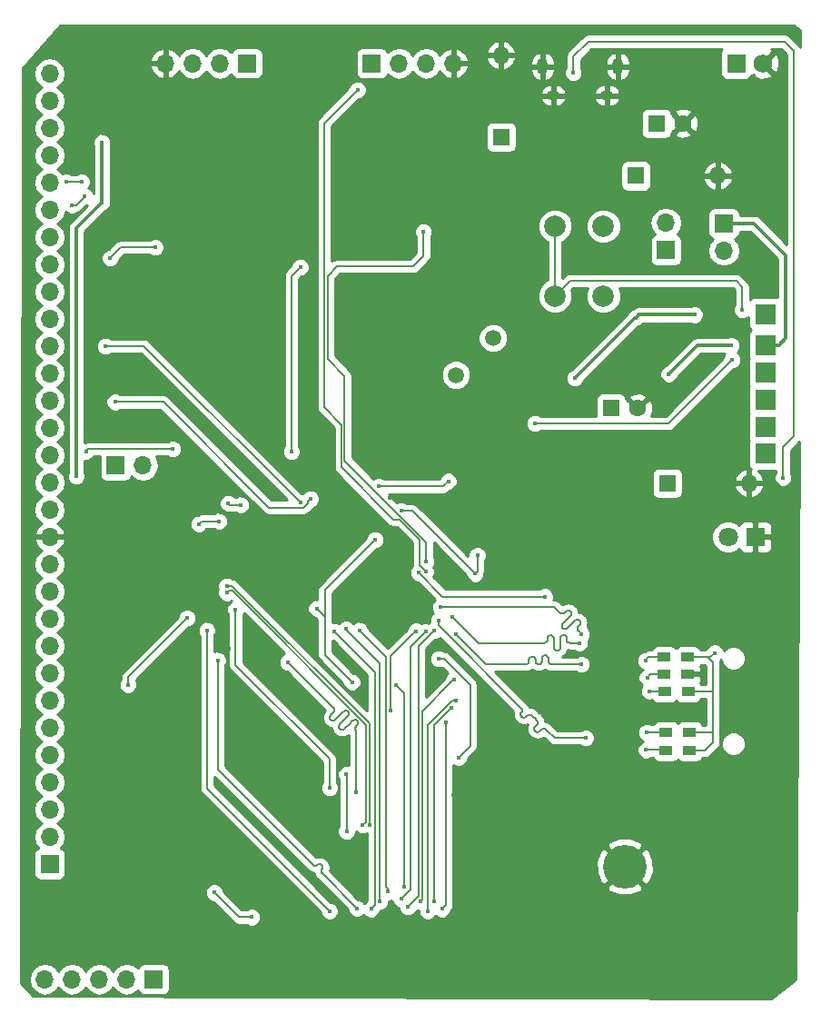
<source format=gbl>
G04 #@! TF.GenerationSoftware,KiCad,Pcbnew,(2017-06-28 revision 2237de015)-makepkg*
G04 #@! TF.CreationDate,2017-08-30T01:01:02+05:30*
G04 #@! TF.ProjectId,MyIMX233,4D79494D583233332E6B696361645F70,rev?*
G04 #@! TF.SameCoordinates,Original
G04 #@! TF.FileFunction,Copper,L2,Bot,Signal*
G04 #@! TF.FilePolarity,Positive*
%FSLAX46Y46*%
G04 Gerber Fmt 4.6, Leading zero omitted, Abs format (unit mm)*
G04 Created by KiCad (PCBNEW (2017-06-28 revision 2237de015)-makepkg) date 08/30/17 01:01:02*
%MOMM*%
%LPD*%
G01*
G04 APERTURE LIST*
%ADD10C,0.100000*%
%ADD11C,4.064000*%
%ADD12C,1.600000*%
%ADD13R,1.600000X1.600000*%
%ADD14R,1.200000X0.900000*%
%ADD15O,1.600000X1.600000*%
%ADD16C,1.500000*%
%ADD17O,1.700000X1.700000*%
%ADD18R,1.700000X1.700000*%
%ADD19O,1.250000X0.950000*%
%ADD20O,1.000000X1.550000*%
%ADD21R,1.905000X1.905000*%
%ADD22C,1.750000*%
%ADD23R,1.750000X1.750000*%
%ADD24C,2.000000*%
%ADD25C,1.800000*%
%ADD26R,1.800000X1.800000*%
%ADD27C,0.450000*%
%ADD28C,0.127000*%
%ADD29C,0.300000*%
%ADD30C,0.254000*%
G04 APERTURE END LIST*
D10*
D11*
X122783600Y-128574800D03*
D12*
X123990100Y-85877400D03*
D13*
X121490100Y-85877400D03*
D14*
X126458800Y-110642400D03*
X128658800Y-110642400D03*
X128811200Y-116027200D03*
X126611200Y-116027200D03*
X128658800Y-109067600D03*
X126458800Y-109067600D03*
X126611200Y-117754400D03*
X128811200Y-117754400D03*
X128676400Y-112268000D03*
X126476400Y-112268000D03*
D15*
X131445000Y-64198500D03*
D13*
X123825000Y-64198500D03*
X126746000Y-92837000D03*
D15*
X134366000Y-92837000D03*
X111252000Y-52959000D03*
D13*
X111252000Y-60579000D03*
D12*
X128230000Y-59309000D03*
D13*
X125730000Y-59309000D03*
D16*
X107039319Y-82762181D03*
X110490000Y-79311500D03*
D17*
X77851000Y-91186000D03*
D18*
X75311000Y-91186000D03*
D17*
X126619000Y-68580000D03*
D18*
X126619000Y-71120000D03*
D19*
X121118000Y-56722000D03*
X116118000Y-56722000D03*
D20*
X122118000Y-54022000D03*
X115118000Y-54022000D03*
D21*
X135890000Y-77089000D03*
X135890000Y-80010000D03*
X135890000Y-87630000D03*
X135890000Y-82550000D03*
X135890000Y-90106500D03*
X135890000Y-85090000D03*
D22*
X135659500Y-53721000D03*
D23*
X133159500Y-53721000D03*
D17*
X106807000Y-53721000D03*
X104267000Y-53721000D03*
X101727000Y-53721000D03*
D18*
X99187000Y-53721000D03*
D17*
X132016500Y-71183500D03*
D18*
X132016500Y-68643500D03*
D17*
X69151500Y-54673500D03*
X69151500Y-57213500D03*
X69151500Y-59753500D03*
X69151500Y-62293500D03*
X69151500Y-64833500D03*
X69151500Y-67373500D03*
X69151500Y-69913500D03*
X69151500Y-72453500D03*
X69151500Y-74993500D03*
X69151500Y-77533500D03*
X69151500Y-80073500D03*
X69151500Y-82613500D03*
X69151500Y-85153500D03*
X69151500Y-87693500D03*
X69151500Y-90233500D03*
X69151500Y-92773500D03*
X69151500Y-95313500D03*
X69151500Y-97853500D03*
X69151500Y-100393500D03*
X69151500Y-102933500D03*
X69151500Y-105473500D03*
X69151500Y-108013500D03*
X69151500Y-110553500D03*
X69151500Y-113093500D03*
X69151500Y-115633500D03*
X69151500Y-118173500D03*
X69151500Y-120713500D03*
X69151500Y-123253500D03*
X69151500Y-125793500D03*
D18*
X69151500Y-128333500D03*
D17*
X68707000Y-139065000D03*
X71247000Y-139065000D03*
X73787000Y-139065000D03*
X76327000Y-139065000D03*
D18*
X78867000Y-139065000D03*
D24*
X116277000Y-68897500D03*
X120777000Y-68897500D03*
X116277000Y-75397500D03*
X120777000Y-75397500D03*
D25*
X132397500Y-97853500D03*
D26*
X134937500Y-97853500D03*
D17*
X79946500Y-53721000D03*
X82486500Y-53721000D03*
X85026500Y-53721000D03*
D18*
X87566500Y-53721000D03*
D27*
X96824800Y-119989600D03*
X114401600Y-87274400D03*
X97345500Y-111379000D03*
X99504500Y-98107500D03*
X132778500Y-81343500D03*
X96837500Y-125285500D03*
X94043500Y-104521000D03*
X85852000Y-108267500D03*
X129997200Y-110591600D03*
X115874800Y-92405198D03*
X116903500Y-54927500D03*
X97980500Y-128333500D03*
X92011500Y-58039000D03*
X124968000Y-72644000D03*
X86296500Y-124904500D03*
X109347000Y-92075000D03*
X84518500Y-131000500D03*
X104203500Y-106680000D03*
X104988114Y-106591162D03*
X85822218Y-94713010D03*
X110363000Y-74485500D03*
X115633500Y-82804000D03*
X108648500Y-96393002D03*
X88201500Y-110299500D03*
X83566000Y-105537000D03*
X114173000Y-97536000D03*
X113284000Y-121793000D03*
X86106000Y-75311000D03*
X112395000Y-100584000D03*
X107696000Y-90043000D03*
X94008990Y-81362842D03*
X100884533Y-94200913D03*
X86360000Y-90106500D03*
X92710000Y-117856000D03*
X113220500Y-102552500D03*
X117919500Y-100203000D03*
X106319667Y-92667167D03*
X106807000Y-121920000D03*
X87884000Y-124206000D03*
X88773000Y-99441000D03*
X88582500Y-98107500D03*
X88709500Y-117792500D03*
X90741500Y-118427500D03*
X91503496Y-124523500D03*
X94615008Y-124523500D03*
X88773000Y-136017000D03*
X92646500Y-135953500D03*
X88011000Y-133286500D03*
X101917500Y-131572000D03*
X102552500Y-132334000D03*
X102171498Y-130429000D03*
X101473000Y-111696500D03*
X106870500Y-111125000D03*
X103695500Y-131826000D03*
X107061000Y-113093500D03*
X104394000Y-132715000D03*
X106616500Y-113791998D03*
X105029000Y-131826000D03*
X106108498Y-115125500D03*
X105727500Y-132524500D03*
X99830060Y-93146440D03*
X91694000Y-89915992D03*
X86995004Y-94869000D03*
X84963004Y-96393000D03*
X133731000Y-76708000D03*
X108839000Y-101282500D03*
X131165600Y-108661200D03*
X104267000Y-100139500D03*
X83820000Y-106553000D03*
X86493287Y-104594334D03*
X84836000Y-109347000D03*
X97739200Y-121615200D03*
X91376500Y-109537500D03*
X103294926Y-106636074D03*
X98348794Y-124714000D03*
X85661500Y-103058000D03*
X98979011Y-124682538D03*
X85661500Y-102428000D03*
X124815600Y-116078000D03*
X105410000Y-105664000D03*
X119126000Y-116586008D03*
X125069600Y-112217200D03*
X118745000Y-109728000D03*
X124866400Y-110947200D03*
X106680000Y-105283004D03*
X118543479Y-107728677D03*
X124714000Y-109372400D03*
X105589417Y-104405083D03*
X118745000Y-106934000D03*
X124764800Y-117703600D03*
X123799600Y-77419212D03*
X129286000Y-77152500D03*
X72551510Y-89880458D03*
X80645000Y-89662000D03*
X72136000Y-64770000D03*
X70739000Y-64770000D03*
X72438187Y-66118813D03*
X71247000Y-66929000D03*
X74803000Y-71882000D03*
X78994000Y-70866000D03*
X71628000Y-92202000D03*
X74041000Y-61087000D03*
X74041000Y-66675000D03*
X126873000Y-82677000D03*
X117983000Y-54610000D03*
X137541000Y-92329000D03*
X115316000Y-103412510D03*
X103568500Y-101200512D03*
X92519506Y-72707500D03*
X74358500Y-80073502D03*
X92519500Y-94678500D03*
X75247500Y-85280500D03*
X93472000Y-94297500D03*
X83058000Y-96647000D03*
X76454001Y-111633000D03*
X81978500Y-105410000D03*
X97853500Y-56197500D03*
X104203500Y-101092000D03*
X101981000Y-95440500D03*
X109029500Y-99568000D03*
X104013000Y-69405500D03*
X95250000Y-132715000D03*
X95250000Y-121221500D03*
X97790000Y-132461000D03*
X105418060Y-109211940D03*
X107283250Y-118395750D03*
X95694500Y-106680000D03*
X99123500Y-132524500D03*
X96774000Y-106426000D03*
X99949000Y-131826000D03*
X100965000Y-114046000D03*
X100687310Y-130913310D03*
X98044000Y-106553000D03*
X107037310Y-106957690D03*
X118110000Y-83058000D03*
X132715000Y-80010000D03*
D28*
X96837500Y-120002300D02*
X96824800Y-119989600D01*
X96837500Y-125285500D02*
X96837500Y-120002300D01*
X126847600Y-87274400D02*
X114719798Y-87274400D01*
X132778500Y-81343500D02*
X126847600Y-87274400D01*
X114719798Y-87274400D02*
X114401600Y-87274400D01*
X97120501Y-111154001D02*
X97345500Y-111379000D01*
X94805500Y-108839000D02*
X97120501Y-111154001D01*
X94805500Y-105283000D02*
X94805500Y-108839000D01*
X94805500Y-102806500D02*
X99279501Y-98332499D01*
X94805500Y-105283000D02*
X94805500Y-102806500D01*
X99279501Y-98332499D02*
X99504500Y-98107500D01*
X94805500Y-105283000D02*
X94043500Y-104521000D01*
X84743499Y-131225499D02*
X84518500Y-131000500D01*
X88011000Y-133286500D02*
X86804500Y-133286500D01*
X86804500Y-133286500D02*
X84743499Y-131225499D01*
X102806500Y-108077000D02*
X103978501Y-106904999D01*
X103978501Y-106904999D02*
X104203500Y-106680000D01*
X101917500Y-131572000D02*
X102806500Y-130683000D01*
X102806500Y-130683000D02*
X102806500Y-108077000D01*
X103568500Y-131318000D02*
X103568500Y-108010776D01*
X103568500Y-108010776D02*
X104763115Y-106816161D01*
X104763115Y-106816161D02*
X104988114Y-106591162D01*
X102552500Y-132334000D02*
X103568500Y-131318000D01*
X86995004Y-94869000D02*
X85978208Y-94869000D01*
X85978208Y-94869000D02*
X85822218Y-94713010D01*
X133731000Y-76708000D02*
X133731000Y-74549000D01*
X133731000Y-74549000D02*
X133159500Y-73977500D01*
X133159500Y-73977500D02*
X117697000Y-73977500D01*
X117697000Y-73977500D02*
X116277000Y-75397500D01*
X99830060Y-93146440D02*
X105840394Y-93146440D01*
X106094668Y-92892166D02*
X106319667Y-92667167D01*
X105840394Y-93146440D02*
X106094668Y-92892166D01*
X89724802Y-117729000D02*
X88773000Y-117729000D01*
X88773000Y-117729000D02*
X88709500Y-117792500D01*
X90741500Y-118427500D02*
X90423302Y-118427500D01*
X90423302Y-118427500D02*
X89724802Y-117729000D01*
X94615008Y-124523500D02*
X91503496Y-124523500D01*
X102171498Y-130110802D02*
X102171498Y-130429000D01*
X102171498Y-112394998D02*
X102171498Y-130110802D01*
X101473000Y-111696500D02*
X102171498Y-112394998D01*
X106645501Y-111349999D02*
X106870500Y-111125000D01*
X103920499Y-114075001D02*
X106645501Y-111349999D01*
X103920499Y-131601001D02*
X103920499Y-114075001D01*
X103695500Y-131826000D02*
X103920499Y-131601001D01*
X106742802Y-113093500D02*
X107061000Y-113093500D01*
X106679302Y-113093500D02*
X106742802Y-113093500D01*
X104394000Y-115378802D02*
X106679302Y-113093500D01*
X104394000Y-132715000D02*
X104394000Y-115378802D01*
X106391501Y-114016997D02*
X106616500Y-113791998D01*
X105029000Y-115379498D02*
X106391501Y-114016997D01*
X105029000Y-131826000D02*
X105029000Y-115379498D01*
X106108498Y-115443698D02*
X106108498Y-115125500D01*
X106108498Y-132143502D02*
X106108498Y-115443698D01*
X105727500Y-132524500D02*
X106108498Y-132143502D01*
X92519506Y-72707500D02*
X91694000Y-73533006D01*
X91694000Y-89597794D02*
X91694000Y-89915992D01*
X91694000Y-73533006D02*
X91694000Y-89597794D01*
X83058000Y-96647000D02*
X83312000Y-96393000D01*
X83312000Y-96393000D02*
X84644806Y-96393000D01*
X84644806Y-96393000D02*
X84963004Y-96393000D01*
X116277000Y-68897500D02*
X116277000Y-75397500D01*
X109029500Y-99568000D02*
X109029500Y-101092000D01*
X101981000Y-95440500D02*
X102997000Y-95440500D01*
X102997000Y-95440500D02*
X108614001Y-101057501D01*
X109029500Y-101092000D02*
X108839000Y-101282500D01*
X108614001Y-101057501D02*
X108839000Y-101282500D01*
X130505200Y-109067600D02*
X130759200Y-109067600D01*
X130759200Y-109067600D02*
X131165600Y-108661200D01*
X131013200Y-112268000D02*
X131013200Y-116027200D01*
X130962400Y-116078000D02*
X131013200Y-116027200D01*
X131013200Y-116027200D02*
X131013200Y-116992400D01*
X129589000Y-116078000D02*
X130962400Y-116078000D01*
X128811200Y-116027200D02*
X129538200Y-116027200D01*
X129538200Y-116027200D02*
X129589000Y-116078000D01*
X131013200Y-109575600D02*
X131013200Y-112268000D01*
X128676400Y-112268000D02*
X129403400Y-112268000D01*
X129403400Y-112268000D02*
X131013200Y-112268000D01*
X128658800Y-109067600D02*
X130505200Y-109067600D01*
X130505200Y-109067600D02*
X131013200Y-109575600D01*
X131013200Y-116992400D02*
X130251200Y-117754400D01*
X130251200Y-117754400D02*
X128811200Y-117754400D01*
X104267000Y-99821302D02*
X104267000Y-100139500D01*
X96647000Y-90741500D02*
X104267000Y-98361500D01*
X96647000Y-82845724D02*
X96647000Y-90741500D01*
X95059500Y-81258224D02*
X96647000Y-82845724D01*
X104267000Y-98361500D02*
X104267000Y-99821302D01*
X95250000Y-132715000D02*
X83820000Y-121285000D01*
X83820000Y-121285000D02*
X83820000Y-106871198D01*
X83820000Y-106871198D02*
X83820000Y-106553000D01*
X86493287Y-104594334D02*
X86493287Y-109797787D01*
X86493287Y-109797787D02*
X95250000Y-118554500D01*
X95250000Y-118554500D02*
X95250000Y-121221500D01*
X97790000Y-132461000D02*
X94551500Y-129222500D01*
X94551500Y-129222500D02*
X94513553Y-129174917D01*
X94487147Y-129120083D02*
X94473604Y-129060748D01*
X94513553Y-129174917D02*
X94487147Y-129120083D01*
X94464016Y-128375925D02*
X94409182Y-128349518D01*
X94473604Y-129060748D02*
X94473604Y-128999887D01*
X94615852Y-128735719D02*
X94629395Y-128676384D01*
X94589446Y-128790553D02*
X94615852Y-128735719D01*
X94615852Y-128556189D02*
X94589446Y-128501355D01*
X94473604Y-128999887D02*
X94487147Y-128940553D01*
X94487147Y-128940553D02*
X94513553Y-128885719D01*
X93845288Y-128478223D02*
X93790454Y-128451817D01*
X94513553Y-128885719D02*
X94589446Y-128790553D01*
X94551500Y-128453772D02*
X94511599Y-128413871D01*
X94629395Y-128676384D02*
X94629395Y-128615523D01*
X94629395Y-128615523D02*
X94615852Y-128556189D01*
X94589446Y-128501355D02*
X94551500Y-128453772D01*
X94288987Y-128335976D02*
X94229652Y-128349518D01*
X94511599Y-128413871D02*
X94464016Y-128375925D01*
X93904622Y-128491766D02*
X93845288Y-128478223D01*
X93790454Y-128451817D02*
X93742871Y-128413871D01*
X94409182Y-128349518D02*
X94349848Y-128335976D01*
X94349848Y-128335976D02*
X94288987Y-128335976D01*
X84836000Y-109665198D02*
X84836000Y-109347000D01*
X94229652Y-128349518D02*
X94174818Y-128375925D01*
X84836000Y-119507000D02*
X84836000Y-109665198D01*
X94174818Y-128375925D02*
X94079652Y-128451817D01*
X93742871Y-128413871D02*
X84836000Y-119507000D01*
X94079652Y-128451817D02*
X94024818Y-128478223D01*
X94024818Y-128478223D02*
X93965483Y-128491766D01*
X93965483Y-128491766D02*
X93904622Y-128491766D01*
X97894983Y-115079968D02*
X97865836Y-115019442D01*
X97739200Y-121615200D02*
X97739200Y-115900200D01*
X96162993Y-115365720D02*
X96204878Y-115313196D01*
X97739200Y-115900200D02*
X97697314Y-115847677D01*
X97865836Y-115019442D02*
X97823950Y-114966919D01*
X97452208Y-114925033D02*
X97399685Y-114966919D01*
X97697314Y-115847677D02*
X97668167Y-115787151D01*
X97668167Y-115787151D02*
X97653218Y-115721657D01*
X96450599Y-115823443D02*
X96383421Y-115823444D01*
X97653218Y-115721657D02*
X97653218Y-115654478D01*
X97061402Y-114364112D02*
X97061402Y-114296933D01*
X97399685Y-114966919D02*
X97102801Y-115263802D01*
X97865836Y-115338661D02*
X97894983Y-115278135D01*
X97653218Y-115654478D02*
X97668167Y-115588984D01*
X97668167Y-115588984D02*
X97697314Y-115528458D01*
X95270368Y-114643211D02*
X95285316Y-114577716D01*
X96118897Y-115491740D02*
X96133845Y-115426245D01*
X97697314Y-115528458D02*
X97739200Y-115475935D01*
X95314463Y-114836409D02*
X95285317Y-114775884D01*
X95534892Y-114974915D02*
X95469397Y-114959965D01*
X97645407Y-114880937D02*
X97578228Y-114880937D01*
X97823950Y-115391184D02*
X97865836Y-115338661D01*
X97909932Y-115212641D02*
X97909932Y-115145462D01*
X97739200Y-115475935D02*
X97823950Y-115391184D01*
X95602070Y-114974914D02*
X95534892Y-114974915D01*
X96975421Y-114118390D02*
X96922898Y-114076504D01*
X97894983Y-115278135D02*
X97909932Y-115212641D01*
X97512734Y-114895886D02*
X97452208Y-114925033D01*
X96204879Y-115737462D02*
X96162992Y-115684938D01*
X97578228Y-114880937D02*
X97512734Y-114895886D01*
X97909932Y-115145462D02*
X97894983Y-115079968D01*
X96317926Y-115808494D02*
X96257400Y-115779346D01*
X95617877Y-113778876D02*
X92204266Y-110365266D01*
X97823950Y-114966919D02*
X97771427Y-114925033D01*
X97771427Y-114925033D02*
X97710901Y-114895886D01*
X97046453Y-114231439D02*
X97017306Y-114170913D01*
X97710901Y-114895886D02*
X97645407Y-114880937D01*
X96729699Y-114032408D02*
X96664205Y-114047357D01*
X97102801Y-115263802D02*
X97102802Y-115263802D01*
X97102802Y-115263802D02*
X96629143Y-115737462D01*
X96629143Y-115737462D02*
X96576620Y-115779347D01*
X96162992Y-115684938D02*
X96133846Y-115624413D01*
X96576620Y-115779347D02*
X96516094Y-115808495D01*
X96516094Y-115808495D02*
X96450599Y-115823443D01*
X95703859Y-113957418D02*
X95688909Y-113891923D01*
X96383421Y-115823444D02*
X96317926Y-115808494D01*
X96257400Y-115779346D02*
X96204879Y-115737462D01*
X96118896Y-115558918D02*
X96118897Y-115491740D01*
X96796878Y-114032408D02*
X96729699Y-114032408D01*
X96133846Y-115624413D02*
X96118896Y-115558918D01*
X96133845Y-115426245D02*
X96162993Y-115365720D01*
X95408871Y-114930817D02*
X95356350Y-114888933D01*
X96204878Y-115313196D02*
X96975421Y-114542654D01*
X95728091Y-114930818D02*
X95667565Y-114959966D01*
X96975421Y-114542654D02*
X97017306Y-114490132D01*
X97017306Y-114490132D02*
X97046453Y-114429606D01*
X97046453Y-114429606D02*
X97061402Y-114364112D01*
X95667565Y-114959966D02*
X95602070Y-114974914D01*
X95270367Y-114710389D02*
X95270368Y-114643211D01*
X97061402Y-114296933D02*
X97046453Y-114231439D01*
X97017306Y-114170913D02*
X96975421Y-114118390D01*
X96922898Y-114076504D02*
X96862372Y-114047357D01*
X96862372Y-114047357D02*
X96796878Y-114032408D01*
X96664205Y-114047357D02*
X96603679Y-114076504D01*
X96551156Y-114118390D02*
X96042141Y-114627406D01*
X96603679Y-114076504D02*
X96551156Y-114118390D01*
X96042141Y-114627406D02*
X95780614Y-114888933D01*
X95780614Y-114888933D02*
X95728091Y-114930818D01*
X95469397Y-114959965D02*
X95408871Y-114930817D01*
X95356350Y-114888933D02*
X95314463Y-114836409D01*
X95688910Y-114090091D02*
X95703858Y-114024596D01*
X95285317Y-114775884D02*
X95270367Y-114710389D01*
X95285316Y-114577716D02*
X95314464Y-114517191D01*
X95314464Y-114517191D02*
X95356349Y-114464667D01*
X95356349Y-114464667D02*
X95617877Y-114203140D01*
X95617877Y-114203140D02*
X95659762Y-114150617D01*
X95659762Y-114150617D02*
X95688910Y-114090091D01*
X95703858Y-114024596D02*
X95703859Y-113957418D01*
X95688909Y-113891923D02*
X95659761Y-113831397D01*
X95659761Y-113831397D02*
X95617877Y-113778876D01*
X92204266Y-110365266D02*
X91376500Y-109537500D01*
X99475502Y-110461002D02*
X95919499Y-106904999D01*
X99539002Y-115053058D02*
X99475502Y-114989558D01*
X99475502Y-115515442D02*
X99539002Y-115451942D01*
X99475502Y-114989558D02*
X99475502Y-110461002D01*
X99475502Y-132172498D02*
X99475502Y-115515442D01*
X99539002Y-115451942D02*
X99539002Y-115053058D01*
X95919499Y-106904999D02*
X95694500Y-106680000D01*
X99123500Y-132524500D02*
X99475502Y-132172498D01*
X100965000Y-108966000D02*
X103069927Y-106861073D01*
X100965000Y-114046000D02*
X100965000Y-108966000D01*
X103069927Y-106861073D02*
X103294926Y-106636074D01*
X98348794Y-124714000D02*
X98653600Y-124409194D01*
X98653600Y-124409194D02*
X98653600Y-115354100D01*
X98653600Y-115354100D02*
X86169500Y-102870000D01*
X86169500Y-102870000D02*
X85849500Y-102870000D01*
X85849500Y-102870000D02*
X85661500Y-103058000D01*
X85661500Y-102428000D02*
X86161650Y-102428000D01*
X86161650Y-102428000D02*
X98979011Y-115245361D01*
X98979011Y-115245361D02*
X98979011Y-124364340D01*
X98979011Y-124364340D02*
X98979011Y-124682538D01*
X113259196Y-113958394D02*
X113259196Y-114007378D01*
X105410000Y-105664000D02*
X105410000Y-106109198D01*
X105410000Y-106109198D02*
X113259196Y-113958394D01*
X113068376Y-114282230D02*
X113053428Y-114347725D01*
X115011003Y-115783527D02*
X115063525Y-115741642D01*
X113097523Y-114540923D02*
X113139410Y-114593447D01*
X113259196Y-114007378D02*
X113230048Y-114067904D01*
X113230048Y-114067904D02*
X113188164Y-114120427D01*
X113188164Y-114120427D02*
X113139409Y-114169181D01*
X115189545Y-115697546D02*
X115256724Y-115697546D01*
X114657772Y-115246215D02*
X114628625Y-115306741D01*
X113139409Y-114169181D02*
X113097524Y-114221705D01*
X113097524Y-114221705D02*
X113068376Y-114282230D01*
X114672721Y-115180721D02*
X114657772Y-115246215D01*
X113053428Y-114347725D02*
X113053427Y-114414903D01*
X113317953Y-114679428D02*
X113385131Y-114679428D01*
X113053427Y-114414903D02*
X113068377Y-114480398D01*
X114657772Y-115048048D02*
X114672721Y-115113542D01*
X113252457Y-114664479D02*
X113317953Y-114679428D01*
X115124051Y-115712494D02*
X115189545Y-115697546D01*
X114047621Y-114428621D02*
X114342236Y-114723236D01*
X113068377Y-114480398D02*
X113097523Y-114540923D01*
X113191933Y-114635332D02*
X113252457Y-114664479D01*
X115256724Y-115697546D02*
X115322219Y-115712494D01*
X114672721Y-115113542D02*
X114672721Y-115180721D01*
X113139410Y-114593447D02*
X113191933Y-114635332D01*
X113385131Y-114679428D02*
X113450625Y-114664479D01*
X114388414Y-115568226D02*
X114359266Y-115628752D01*
X114628625Y-114987522D02*
X114657772Y-115048048D01*
X113450625Y-114664479D02*
X113511151Y-114635331D01*
X113511151Y-114635331D02*
X113563674Y-114593447D01*
X114543347Y-116011000D02*
X114608841Y-116025949D01*
X113563674Y-114593447D02*
X113728500Y-114428621D01*
X113728500Y-114428621D02*
X114047621Y-114428621D01*
X114342236Y-114723236D02*
X114374976Y-114723236D01*
X114374976Y-114723236D02*
X114586740Y-114935000D01*
X114586740Y-114935000D02*
X114628625Y-114987522D01*
X114628625Y-115306741D02*
X114586740Y-115359264D01*
X114586740Y-115359264D02*
X114430299Y-115515704D01*
X114430299Y-115515704D02*
X114388414Y-115568226D01*
X115382744Y-115741642D02*
X115435268Y-115783528D01*
X114359266Y-115628752D02*
X114344318Y-115694246D01*
X114344318Y-115694246D02*
X114344318Y-115761425D01*
X114344318Y-115761425D02*
X114359266Y-115826920D01*
X114359266Y-115826920D02*
X114388414Y-115887445D01*
X114430299Y-115939968D02*
X114482821Y-115981853D01*
X114388414Y-115887445D02*
X114430299Y-115939968D01*
X114482821Y-115981853D02*
X114543347Y-116011000D01*
X114608841Y-116025949D02*
X114676020Y-116025949D01*
X115322219Y-115712494D02*
X115382744Y-115741642D01*
X115435268Y-115783528D02*
X116237748Y-116586008D01*
X114676020Y-116025949D02*
X114741514Y-116011000D01*
X114741514Y-116011000D02*
X114802040Y-115981853D01*
X114802040Y-115981853D02*
X114854563Y-115939968D01*
X114854563Y-115939968D02*
X115011003Y-115783527D01*
X115063525Y-115741642D02*
X115124051Y-115712494D01*
X116237748Y-116586008D02*
X119126000Y-116586008D01*
X126611200Y-116027200D02*
X124866400Y-116027200D01*
X124866400Y-116027200D02*
X124815600Y-116078000D01*
X118745000Y-109728000D02*
X116793778Y-109728000D01*
X115481165Y-108883110D02*
X115417756Y-108860922D01*
X114938046Y-109662549D02*
X114881165Y-109698290D01*
X115051000Y-109428000D02*
X115043478Y-109494756D01*
X115651000Y-109428000D02*
X115651000Y-109153401D01*
X113551000Y-109728000D02*
X109807620Y-109728000D01*
X113851000Y-109299218D02*
X113851000Y-109428000D01*
X116793778Y-109728000D02*
X116786256Y-109720478D01*
X115585549Y-108966354D02*
X115538046Y-108918851D01*
X115163953Y-108918851D02*
X115116450Y-108966354D01*
X114458521Y-109494756D02*
X114451000Y-109428000D01*
X115220834Y-108883110D02*
X115163953Y-108918851D01*
X115643478Y-109086644D02*
X115621290Y-109023235D01*
X116786256Y-109720478D02*
X116719500Y-109728000D01*
X114151000Y-108999218D02*
X114084243Y-109006739D01*
X116719500Y-109728000D02*
X115951000Y-109728000D01*
X114385549Y-109112171D02*
X114338046Y-109064668D01*
X114451000Y-109428000D02*
X114451000Y-109299218D01*
X115951000Y-109728000D02*
X115884243Y-109720478D01*
X115116450Y-108966354D02*
X115080709Y-109023235D01*
X114881165Y-109698290D02*
X114817756Y-109720478D01*
X115621290Y-109023235D02*
X115585549Y-108966354D01*
X115884243Y-109720478D02*
X115820834Y-109698290D01*
X115058521Y-109086644D02*
X115051000Y-109153401D01*
X115820834Y-109698290D02*
X115763953Y-109662549D01*
X115763953Y-109662549D02*
X115716450Y-109615046D01*
X115080709Y-109023235D02*
X115058521Y-109086644D01*
X113963953Y-109064668D02*
X113916450Y-109112171D01*
X114985549Y-109615046D02*
X114938046Y-109662549D01*
X115716450Y-109615046D02*
X115716079Y-109614455D01*
X109807620Y-109728000D02*
X107037310Y-106957690D01*
X115716079Y-109614455D02*
X115680709Y-109558165D01*
X115680709Y-109558165D02*
X115658521Y-109494756D01*
X115658521Y-109494756D02*
X115651000Y-109428000D01*
X115651000Y-109153401D02*
X115643478Y-109086644D01*
X113785549Y-109615046D02*
X113738046Y-109662549D01*
X115538046Y-108918851D02*
X115481165Y-108883110D01*
X115417756Y-108860922D02*
X115351000Y-108853401D01*
X115043478Y-109494756D02*
X115021290Y-109558165D01*
X115351000Y-108853401D02*
X115284243Y-108860922D01*
X115284243Y-108860922D02*
X115220834Y-108883110D01*
X113681165Y-109698290D02*
X113617756Y-109720478D01*
X115051000Y-109153401D02*
X115051000Y-109428000D01*
X115021290Y-109558165D02*
X114985549Y-109615046D01*
X114817756Y-109720478D02*
X114751000Y-109728000D01*
X114751000Y-109728000D02*
X114684243Y-109720478D01*
X114338046Y-109064668D02*
X114281165Y-109028927D01*
X114684243Y-109720478D02*
X114620834Y-109698290D01*
X114620834Y-109698290D02*
X114563953Y-109662549D01*
X114563953Y-109662549D02*
X114516450Y-109615046D01*
X114516450Y-109615046D02*
X114480709Y-109558165D01*
X114480709Y-109558165D02*
X114458521Y-109494756D01*
X113821290Y-109558165D02*
X113785549Y-109615046D01*
X114451000Y-109299218D02*
X114443478Y-109232461D01*
X114443478Y-109232461D02*
X114421290Y-109169052D01*
X114421290Y-109169052D02*
X114385549Y-109112171D01*
X114217756Y-109006739D02*
X114151000Y-108999218D01*
X114281165Y-109028927D02*
X114217756Y-109006739D01*
X114084243Y-109006739D02*
X114020834Y-109028927D01*
X114020834Y-109028927D02*
X113963953Y-109064668D01*
X113916450Y-109112171D02*
X113880709Y-109169052D01*
X113880709Y-109169052D02*
X113858521Y-109232461D01*
X113617756Y-109720478D02*
X113551000Y-109728000D01*
X113858521Y-109232461D02*
X113851000Y-109299218D01*
X113851000Y-109428000D02*
X113843478Y-109494756D01*
X113843478Y-109494756D02*
X113821290Y-109558165D01*
X113738046Y-109662549D02*
X113681165Y-109698290D01*
X125069600Y-112217200D02*
X126425600Y-112217200D01*
X126425600Y-112217200D02*
X126476400Y-112268000D01*
X118543479Y-107728677D02*
X117665500Y-107728677D01*
X115595209Y-107165119D02*
X115573021Y-107228528D01*
X117478453Y-107663226D02*
X117430950Y-107615723D01*
X115735334Y-107024994D02*
X115678453Y-107060735D01*
X115565500Y-107428677D02*
X115557978Y-107495433D01*
X115535790Y-107558842D02*
X115500049Y-107615723D01*
X117665500Y-107728677D02*
X117598743Y-107721155D01*
X116230950Y-108349116D02*
X116195209Y-108292235D01*
X116173021Y-108228826D02*
X116165500Y-108162069D01*
X117598743Y-107721155D02*
X117535334Y-107698967D01*
X116935334Y-107024994D02*
X116878453Y-107060735D01*
X117535334Y-107698967D02*
X117478453Y-107663226D01*
X117430950Y-107615723D02*
X117395209Y-107558842D01*
X117395209Y-107558842D02*
X117373021Y-107495433D01*
X116795209Y-107165119D02*
X116773021Y-107228528D01*
X117373021Y-107495433D02*
X117365500Y-107428677D01*
X117365500Y-107428677D02*
X117365500Y-107295285D01*
X116532256Y-108454548D02*
X116465500Y-108462069D01*
X116595665Y-108432360D02*
X116532256Y-108454548D01*
X117365500Y-107295285D02*
X117357978Y-107228528D01*
X117132256Y-107002806D02*
X117065500Y-106995285D01*
X109125673Y-107728677D02*
X106904999Y-105508003D01*
X117357978Y-107228528D02*
X117335790Y-107165119D01*
X115557978Y-107495433D02*
X115535790Y-107558842D01*
X117335790Y-107165119D02*
X117300049Y-107108238D01*
X117300049Y-107108238D02*
X117252546Y-107060735D01*
X117252546Y-107060735D02*
X117195665Y-107024994D01*
X116765500Y-108162069D02*
X116757978Y-108228826D01*
X116195209Y-108292235D02*
X116173021Y-108228826D01*
X117195665Y-107024994D02*
X117132256Y-107002806D01*
X115995665Y-107024994D02*
X115932256Y-107002806D01*
X116773021Y-107228528D02*
X116765500Y-107295285D01*
X115332256Y-107721155D02*
X115265500Y-107728677D01*
X117065500Y-106995285D02*
X116998743Y-107002806D01*
X116998743Y-107002806D02*
X116935334Y-107024994D01*
X116135790Y-107165119D02*
X116100049Y-107108238D01*
X115630950Y-107108238D02*
X115595209Y-107165119D01*
X116765500Y-107295285D02*
X116765500Y-108162069D01*
X115395665Y-107698967D02*
X115332256Y-107721155D01*
X116830950Y-107108238D02*
X116795209Y-107165119D01*
X116878453Y-107060735D02*
X116830950Y-107108238D01*
X115678453Y-107060735D02*
X115630950Y-107108238D01*
X116757978Y-108228826D02*
X116735790Y-108292235D01*
X116398743Y-108454548D02*
X116335334Y-108432360D01*
X115452546Y-107663226D02*
X115395665Y-107698967D01*
X116735790Y-108292235D02*
X116700049Y-108349116D01*
X116652546Y-108396619D02*
X116595665Y-108432360D01*
X116700049Y-108349116D02*
X116652546Y-108396619D01*
X116465500Y-108462069D02*
X116398743Y-108454548D01*
X116335334Y-108432360D02*
X116278453Y-108396619D01*
X115932256Y-107002806D02*
X115865500Y-106995285D01*
X116278453Y-108396619D02*
X116230950Y-108349116D01*
X115798743Y-107002806D02*
X115735334Y-107024994D01*
X116165500Y-108162069D02*
X116165500Y-107295285D01*
X116165500Y-107295285D02*
X116157978Y-107228528D01*
X116157978Y-107228528D02*
X116135790Y-107165119D01*
X116100049Y-107108238D02*
X116052546Y-107060735D01*
X116052546Y-107060735D02*
X115995665Y-107024994D01*
X115865500Y-106995285D02*
X115798743Y-107002806D01*
X115573021Y-107228528D02*
X115565500Y-107295285D01*
X115500049Y-107615723D02*
X115452546Y-107663226D01*
X115565500Y-107295285D02*
X115565500Y-107428677D01*
X115265500Y-107728677D02*
X109125673Y-107728677D01*
X106904999Y-105508003D02*
X106680000Y-105283004D01*
X126458800Y-110642400D02*
X125171200Y-110642400D01*
X125171200Y-110642400D02*
X124866400Y-110947200D01*
X124714000Y-109372400D02*
X125018800Y-109067600D01*
X125018800Y-109067600D02*
X126458800Y-109067600D01*
X118745000Y-106934000D02*
X118427500Y-106616500D01*
X116730440Y-104919441D02*
X116216083Y-104405083D01*
X118427500Y-106616500D02*
X118385614Y-106563977D01*
X117313058Y-106416130D02*
X117247564Y-106431078D01*
X116843489Y-104990474D02*
X116782963Y-104961326D01*
X116930810Y-106232049D02*
X116915860Y-106166554D01*
X118356467Y-106503451D02*
X118341518Y-106437957D01*
X118385614Y-106563977D02*
X118356467Y-106503451D01*
X117802866Y-104879627D02*
X117773718Y-104819101D01*
X117618784Y-104695545D02*
X117553290Y-104680596D01*
X118208621Y-105573221D02*
X118156098Y-105615107D01*
X117360091Y-104724692D02*
X117307568Y-104766578D01*
X117773718Y-104819101D02*
X117731833Y-104766578D01*
X118341518Y-106437957D02*
X118341518Y-106370778D01*
X118341518Y-106370778D02*
X118356467Y-106305284D01*
X118385614Y-106244758D02*
X118427500Y-106192235D01*
X118356467Y-106305284D02*
X118385614Y-106244758D01*
X118427500Y-106192235D02*
X118580363Y-106039371D01*
X117791102Y-105980102D02*
X117426107Y-106345098D01*
X116216083Y-104405083D02*
X115995442Y-104405083D01*
X116915860Y-106166554D02*
X116915861Y-106099376D01*
X118580363Y-106039371D02*
X118622248Y-105986849D01*
X118651396Y-105728156D02*
X118622248Y-105667630D01*
X117001842Y-105920832D02*
X117731833Y-105190842D01*
X118651396Y-105926323D02*
X118666344Y-105860829D01*
X117731833Y-105190842D02*
X117773718Y-105138320D01*
X118622248Y-105986849D02*
X118651396Y-105926323D01*
X118467314Y-105544074D02*
X118401820Y-105529125D01*
X117102182Y-104961326D02*
X117041656Y-104990474D01*
X118666344Y-105860829D02*
X118666344Y-105793650D01*
X118666344Y-105793650D02*
X118651396Y-105728156D01*
X118580363Y-105615107D02*
X118527840Y-105573221D01*
X117426107Y-106345098D02*
X117373584Y-106386982D01*
X117054366Y-106386983D02*
X117001843Y-106345098D01*
X117802866Y-105077794D02*
X117817814Y-105012300D01*
X118622248Y-105667630D02*
X118580363Y-105615107D01*
X118527840Y-105573221D02*
X118467314Y-105544074D01*
X116908983Y-105005422D02*
X116843489Y-104990474D01*
X118401820Y-105529125D02*
X118334641Y-105529125D01*
X118334641Y-105529125D02*
X118269147Y-105544074D01*
X117180386Y-106431079D02*
X117114892Y-106416131D01*
X118269147Y-105544074D02*
X118208621Y-105573221D01*
X117114892Y-106416131D02*
X117054366Y-106386983D01*
X117817814Y-105012300D02*
X117817814Y-104945121D01*
X118156098Y-105615107D02*
X117791102Y-105980102D01*
X117486111Y-104680596D02*
X117420617Y-104695545D01*
X117373584Y-106386982D02*
X117313058Y-106416130D01*
X117001843Y-106345098D02*
X116959956Y-106292574D01*
X117154704Y-104919441D02*
X117102182Y-104961326D01*
X117247564Y-106431078D02*
X117180386Y-106431079D01*
X116782963Y-104961326D02*
X116730440Y-104919441D01*
X116959956Y-106292574D02*
X116930810Y-106232049D01*
X116915861Y-106099376D02*
X116930809Y-106033881D01*
X116930809Y-106033881D02*
X116959957Y-105973356D01*
X116959957Y-105973356D02*
X117001842Y-105920832D01*
X117773718Y-105138320D02*
X117802866Y-105077794D01*
X117817814Y-104945121D02*
X117802866Y-104879627D01*
X117420617Y-104695545D02*
X117360091Y-104724692D01*
X117731833Y-104766578D02*
X117679310Y-104724692D01*
X117679310Y-104724692D02*
X117618784Y-104695545D01*
X117553290Y-104680596D02*
X117486111Y-104680596D01*
X117307568Y-104766578D02*
X117154704Y-104919441D01*
X117041656Y-104990474D02*
X116976162Y-105005422D01*
X116976162Y-105005422D02*
X116908983Y-105005422D01*
X115995442Y-104405083D02*
X105589417Y-104405083D01*
X124764800Y-117703600D02*
X126560400Y-117703600D01*
X126560400Y-117703600D02*
X126611200Y-117754400D01*
D29*
X124024599Y-77194213D02*
X123799600Y-77419212D01*
X129286000Y-77152500D02*
X124066312Y-77152500D01*
X124066312Y-77152500D02*
X124024599Y-77194213D01*
X123748788Y-77419212D02*
X123799600Y-77419212D01*
X118110000Y-83058000D02*
X123748788Y-77419212D01*
D28*
X72769968Y-89662000D02*
X72551510Y-89880458D01*
X80645000Y-89662000D02*
X72769968Y-89662000D01*
X72009000Y-64770000D02*
X72136000Y-64770000D01*
X70739000Y-64770000D02*
X72009000Y-64770000D01*
X72213188Y-66343812D02*
X72438187Y-66118813D01*
X71247000Y-66929000D02*
X71628000Y-66929000D01*
X71628000Y-66929000D02*
X72213188Y-66343812D01*
X75819000Y-70866000D02*
X74803000Y-71882000D01*
X78994000Y-70866000D02*
X75819000Y-70866000D01*
D29*
X132016500Y-68643500D02*
X134810500Y-68643500D01*
X137142500Y-80010000D02*
X135890000Y-80010000D01*
X129540000Y-80010000D02*
X132715000Y-80010000D01*
X126873000Y-82677000D02*
X129540000Y-80010000D01*
X137795000Y-71628000D02*
X137795000Y-79357500D01*
X137795000Y-79357500D02*
X137142500Y-80010000D01*
X134810500Y-68643500D02*
X137795000Y-71628000D01*
X74041000Y-66675000D02*
X74041000Y-66356802D01*
X74041000Y-66356802D02*
X74041000Y-61087000D01*
X71628000Y-69088000D02*
X74041000Y-66675000D01*
X71628000Y-92202000D02*
X71628000Y-69088000D01*
D28*
X117983000Y-53086000D02*
X117983000Y-54610000D01*
X119380000Y-51689000D02*
X117983000Y-53086000D01*
X137668000Y-51689000D02*
X119380000Y-51689000D01*
X138557000Y-52578000D02*
X137668000Y-51689000D01*
X138557000Y-58811558D02*
X138557000Y-52578000D01*
X138557000Y-88493598D02*
X138557000Y-58811558D01*
X137541000Y-92329000D02*
X137541000Y-89509598D01*
X137541000Y-89509598D02*
X138557000Y-88493598D01*
X114997802Y-103412510D02*
X115316000Y-103412510D01*
X105780498Y-103412510D02*
X114997802Y-103412510D01*
X103568500Y-101200512D02*
X105780498Y-103412510D01*
X74676698Y-80073502D02*
X74358500Y-80073502D01*
X77914502Y-80073502D02*
X74676698Y-80073502D01*
X92519500Y-94678500D02*
X77914502Y-80073502D01*
X89598500Y-95123000D02*
X79756000Y-85280500D01*
X79756000Y-85280500D02*
X75247500Y-85280500D01*
X92837000Y-95123000D02*
X89598500Y-95123000D01*
X93247001Y-94712999D02*
X92837000Y-95123000D01*
X93472000Y-94297500D02*
X93247001Y-94522499D01*
X93247001Y-94522499D02*
X93247001Y-94712999D01*
X76454001Y-111314802D02*
X76454001Y-111633000D01*
X76454001Y-110934499D02*
X76454001Y-111314802D01*
X81978500Y-105410000D02*
X76454001Y-110934499D01*
X104203500Y-101092000D02*
X103631989Y-100520489D01*
X94742000Y-85788500D02*
X94742000Y-59309000D01*
X103631989Y-100520489D02*
X103631989Y-98085713D01*
X96358501Y-87405001D02*
X94742000Y-85788500D01*
X103631989Y-98085713D02*
X101783289Y-96237013D01*
X101783289Y-96237013D02*
X101211788Y-96237013D01*
X101211788Y-96237013D02*
X96358501Y-91383726D01*
X96358501Y-91383726D02*
X96358501Y-87405001D01*
X94742000Y-59309000D02*
X97628501Y-56422499D01*
X97628501Y-56422499D02*
X97853500Y-56197500D01*
X95059500Y-81258224D02*
X95059500Y-73533000D01*
X95059500Y-73533000D02*
X95948500Y-72644000D01*
X95948500Y-72644000D02*
X103038724Y-72644000D01*
X103038724Y-72644000D02*
X104013000Y-71669724D01*
X104013000Y-71669724D02*
X104013000Y-69405500D01*
X107283250Y-118395750D02*
X108380510Y-117298490D01*
X105909940Y-109211940D02*
X105418060Y-109211940D01*
X108380510Y-117298490D02*
X108380510Y-111682510D01*
X108380510Y-111682510D02*
X105909940Y-109211940D01*
X96998999Y-106650999D02*
X96774000Y-106426000D01*
X99949000Y-109601000D02*
X96998999Y-106650999D01*
X99949000Y-131826000D02*
X99949000Y-109601000D01*
X100687310Y-130595112D02*
X100687310Y-130913310D01*
X100520500Y-130428302D02*
X100687310Y-130595112D01*
X98044000Y-106553000D02*
X100520500Y-109029500D01*
X100520500Y-109029500D02*
X100520500Y-130428302D01*
D30*
G36*
X139142000Y-50627742D02*
X139142000Y-52220405D01*
X139050914Y-52084086D01*
X138161914Y-51195086D01*
X137935305Y-51043670D01*
X137668000Y-50990500D01*
X119380000Y-50990500D01*
X119112696Y-51043670D01*
X119112694Y-51043671D01*
X119112695Y-51043671D01*
X118886086Y-51195086D01*
X117489086Y-52592086D01*
X117337670Y-52818695D01*
X117332377Y-52845305D01*
X117284500Y-53086000D01*
X117284500Y-54092119D01*
X117254353Y-54122213D01*
X117123150Y-54438185D01*
X117122851Y-54780314D01*
X117253503Y-55096514D01*
X117495213Y-55338647D01*
X117811185Y-55469850D01*
X118153314Y-55470149D01*
X118469514Y-55339497D01*
X118711647Y-55097787D01*
X118842850Y-54781815D01*
X118843149Y-54439686D01*
X118723040Y-54149000D01*
X120983000Y-54149000D01*
X120983000Y-54424000D01*
X121117998Y-54848678D01*
X121405237Y-55189368D01*
X121816126Y-55391119D01*
X121991000Y-55264954D01*
X121991000Y-54149000D01*
X122245000Y-54149000D01*
X122245000Y-55264954D01*
X122419874Y-55391119D01*
X122830763Y-55189368D01*
X123118002Y-54848678D01*
X123253000Y-54424000D01*
X123253000Y-54149000D01*
X122245000Y-54149000D01*
X121991000Y-54149000D01*
X120983000Y-54149000D01*
X118723040Y-54149000D01*
X118712497Y-54123486D01*
X118681500Y-54092435D01*
X118681500Y-53620000D01*
X120983000Y-53620000D01*
X120983000Y-53895000D01*
X121991000Y-53895000D01*
X121991000Y-52779046D01*
X122245000Y-52779046D01*
X122245000Y-53895000D01*
X123253000Y-53895000D01*
X123253000Y-53620000D01*
X123118002Y-53195322D01*
X122830763Y-52854632D01*
X122419874Y-52652881D01*
X122245000Y-52779046D01*
X121991000Y-52779046D01*
X121816126Y-52652881D01*
X121405237Y-52854632D01*
X121117998Y-53195322D01*
X120983000Y-53620000D01*
X118681500Y-53620000D01*
X118681500Y-53375328D01*
X119669328Y-52387500D01*
X131827725Y-52387500D01*
X131826691Y-52388191D01*
X131686343Y-52598235D01*
X131637060Y-52846000D01*
X131637060Y-54596000D01*
X131686343Y-54843765D01*
X131826691Y-55053809D01*
X132036735Y-55194157D01*
X132284500Y-55243440D01*
X134034500Y-55243440D01*
X134282265Y-55194157D01*
X134492309Y-55053809D01*
X134622975Y-54858255D01*
X134662414Y-54897694D01*
X134777046Y-54783062D01*
X134860384Y-55036953D01*
X135424806Y-55242590D01*
X136024958Y-55216579D01*
X136458616Y-55036953D01*
X136541955Y-54783060D01*
X135659500Y-53900605D01*
X135645358Y-53914748D01*
X135465753Y-53735143D01*
X135479895Y-53721000D01*
X135839105Y-53721000D01*
X136721560Y-54603455D01*
X136975453Y-54520116D01*
X137181090Y-53955694D01*
X137155079Y-53355542D01*
X136975453Y-52921884D01*
X136721560Y-52838545D01*
X135839105Y-53721000D01*
X135479895Y-53721000D01*
X135465753Y-53706858D01*
X135645358Y-53527253D01*
X135659500Y-53541395D01*
X136541955Y-52658940D01*
X136458616Y-52405047D01*
X136410454Y-52387500D01*
X137378672Y-52387500D01*
X137858500Y-52867328D01*
X137858500Y-70581342D01*
X135365579Y-68088421D01*
X135110907Y-67918255D01*
X134810500Y-67858500D01*
X133513940Y-67858500D01*
X133513940Y-67793500D01*
X133464657Y-67545735D01*
X133324309Y-67335691D01*
X133114265Y-67195343D01*
X132866500Y-67146060D01*
X131166500Y-67146060D01*
X130918735Y-67195343D01*
X130708691Y-67335691D01*
X130568343Y-67545735D01*
X130519060Y-67793500D01*
X130519060Y-69493500D01*
X130568343Y-69741265D01*
X130708691Y-69951309D01*
X130918735Y-70091657D01*
X130981277Y-70104097D01*
X130937353Y-70133446D01*
X130615446Y-70615215D01*
X130502407Y-71183500D01*
X130615446Y-71751785D01*
X130937353Y-72233554D01*
X131419122Y-72555461D01*
X131987407Y-72668500D01*
X132045593Y-72668500D01*
X132613878Y-72555461D01*
X133095647Y-72233554D01*
X133417554Y-71751785D01*
X133530593Y-71183500D01*
X133417554Y-70615215D01*
X133095647Y-70133446D01*
X133051723Y-70104097D01*
X133114265Y-70091657D01*
X133324309Y-69951309D01*
X133464657Y-69741265D01*
X133513940Y-69493500D01*
X133513940Y-69428500D01*
X134485342Y-69428500D01*
X137010000Y-71953158D01*
X137010000Y-75522377D01*
X136842500Y-75489060D01*
X134937500Y-75489060D01*
X134689735Y-75538343D01*
X134479691Y-75678691D01*
X134429500Y-75753807D01*
X134429500Y-74549000D01*
X134376330Y-74281696D01*
X134376330Y-74281695D01*
X134224914Y-74055086D01*
X133653414Y-73483586D01*
X133426805Y-73332170D01*
X133159500Y-73279000D01*
X117697000Y-73279000D01*
X117429695Y-73332170D01*
X117203086Y-73483586D01*
X116975500Y-73711172D01*
X116975500Y-70377959D01*
X117201943Y-70284394D01*
X117662278Y-69824863D01*
X117911716Y-69224148D01*
X117911718Y-69221295D01*
X119141716Y-69221295D01*
X119390106Y-69822443D01*
X119849637Y-70282778D01*
X120450352Y-70532216D01*
X121100795Y-70532784D01*
X121701943Y-70284394D01*
X122162278Y-69824863D01*
X122411716Y-69224148D01*
X122412278Y-68580000D01*
X125104907Y-68580000D01*
X125217946Y-69148285D01*
X125539853Y-69630054D01*
X125583777Y-69659403D01*
X125521235Y-69671843D01*
X125311191Y-69812191D01*
X125170843Y-70022235D01*
X125121560Y-70270000D01*
X125121560Y-71970000D01*
X125170843Y-72217765D01*
X125311191Y-72427809D01*
X125521235Y-72568157D01*
X125769000Y-72617440D01*
X127469000Y-72617440D01*
X127716765Y-72568157D01*
X127926809Y-72427809D01*
X128067157Y-72217765D01*
X128116440Y-71970000D01*
X128116440Y-70270000D01*
X128067157Y-70022235D01*
X127926809Y-69812191D01*
X127716765Y-69671843D01*
X127654223Y-69659403D01*
X127698147Y-69630054D01*
X128020054Y-69148285D01*
X128133093Y-68580000D01*
X128020054Y-68011715D01*
X127698147Y-67529946D01*
X127216378Y-67208039D01*
X126648093Y-67095000D01*
X126589907Y-67095000D01*
X126021622Y-67208039D01*
X125539853Y-67529946D01*
X125217946Y-68011715D01*
X125104907Y-68580000D01*
X122412278Y-68580000D01*
X122412284Y-68573705D01*
X122163894Y-67972557D01*
X121704363Y-67512222D01*
X121103648Y-67262784D01*
X120453205Y-67262216D01*
X119852057Y-67510606D01*
X119391722Y-67970137D01*
X119142284Y-68570852D01*
X119141716Y-69221295D01*
X117911718Y-69221295D01*
X117912284Y-68573705D01*
X117663894Y-67972557D01*
X117204363Y-67512222D01*
X116603648Y-67262784D01*
X115953205Y-67262216D01*
X115352057Y-67510606D01*
X114891722Y-67970137D01*
X114642284Y-68570852D01*
X114641716Y-69221295D01*
X114890106Y-69822443D01*
X115349637Y-70282778D01*
X115578500Y-70377810D01*
X115578500Y-73917041D01*
X115352057Y-74010606D01*
X114891722Y-74470137D01*
X114642284Y-75070852D01*
X114641716Y-75721295D01*
X114890106Y-76322443D01*
X115349637Y-76782778D01*
X115950352Y-77032216D01*
X116600795Y-77032784D01*
X117201943Y-76784394D01*
X117662278Y-76324863D01*
X117911716Y-75724148D01*
X117912284Y-75073705D01*
X117817651Y-74844677D01*
X117986328Y-74676000D01*
X119306240Y-74676000D01*
X119142284Y-75070852D01*
X119141716Y-75721295D01*
X119390106Y-76322443D01*
X119849637Y-76782778D01*
X120450352Y-77032216D01*
X121100795Y-77032784D01*
X121701943Y-76784394D01*
X122162278Y-76324863D01*
X122411716Y-75724148D01*
X122412284Y-75073705D01*
X122247955Y-74676000D01*
X132870172Y-74676000D01*
X133032500Y-74838328D01*
X133032500Y-76190119D01*
X133002353Y-76220213D01*
X132871150Y-76536185D01*
X132870851Y-76878314D01*
X133001503Y-77194514D01*
X133243213Y-77436647D01*
X133559185Y-77567850D01*
X133901314Y-77568149D01*
X134217514Y-77437497D01*
X134290060Y-77365078D01*
X134290060Y-78041500D01*
X134339343Y-78289265D01*
X134479691Y-78499309D01*
X134554807Y-78549500D01*
X134479691Y-78599691D01*
X134339343Y-78809735D01*
X134290060Y-79057500D01*
X134290060Y-80962500D01*
X134339343Y-81210265D01*
X134385939Y-81280000D01*
X134339343Y-81349735D01*
X134290060Y-81597500D01*
X134290060Y-83502500D01*
X134339343Y-83750265D01*
X134385939Y-83820000D01*
X134339343Y-83889735D01*
X134290060Y-84137500D01*
X134290060Y-86042500D01*
X134339343Y-86290265D01*
X134385939Y-86360000D01*
X134339343Y-86429735D01*
X134290060Y-86677500D01*
X134290060Y-88582500D01*
X134339343Y-88830265D01*
X134364724Y-88868250D01*
X134339343Y-88906235D01*
X134290060Y-89154000D01*
X134290060Y-91059000D01*
X134339343Y-91306765D01*
X134479691Y-91516809D01*
X134526489Y-91548079D01*
X134493000Y-91566371D01*
X134493000Y-92710000D01*
X135635915Y-92710000D01*
X135757904Y-92487961D01*
X135597041Y-92099577D01*
X135240908Y-91706440D01*
X136842500Y-91706440D01*
X136842500Y-91811119D01*
X136812353Y-91841213D01*
X136681150Y-92157185D01*
X136680851Y-92499314D01*
X136811503Y-92815514D01*
X137053213Y-93057647D01*
X137369185Y-93188850D01*
X137711314Y-93189149D01*
X138027514Y-93058497D01*
X138269647Y-92816787D01*
X138400850Y-92500815D01*
X138401149Y-92158686D01*
X138270497Y-91842486D01*
X138239500Y-91811435D01*
X138239500Y-89798926D01*
X139050914Y-88987512D01*
X139080576Y-88943120D01*
X138684488Y-139066298D01*
X136417818Y-140842877D01*
X68520903Y-140652511D01*
X67621923Y-140592579D01*
X66484576Y-139395372D01*
X66485110Y-139035907D01*
X67222000Y-139035907D01*
X67222000Y-139094093D01*
X67335039Y-139662378D01*
X67656946Y-140144147D01*
X68138715Y-140466054D01*
X68707000Y-140579093D01*
X69275285Y-140466054D01*
X69757054Y-140144147D01*
X69977000Y-139814974D01*
X70196946Y-140144147D01*
X70678715Y-140466054D01*
X71247000Y-140579093D01*
X71815285Y-140466054D01*
X72297054Y-140144147D01*
X72517000Y-139814974D01*
X72736946Y-140144147D01*
X73218715Y-140466054D01*
X73787000Y-140579093D01*
X74355285Y-140466054D01*
X74837054Y-140144147D01*
X75057000Y-139814974D01*
X75276946Y-140144147D01*
X75758715Y-140466054D01*
X76327000Y-140579093D01*
X76895285Y-140466054D01*
X77377054Y-140144147D01*
X77406403Y-140100223D01*
X77418843Y-140162765D01*
X77559191Y-140372809D01*
X77769235Y-140513157D01*
X78017000Y-140562440D01*
X79717000Y-140562440D01*
X79964765Y-140513157D01*
X80174809Y-140372809D01*
X80315157Y-140162765D01*
X80364440Y-139915000D01*
X80364440Y-138215000D01*
X80315157Y-137967235D01*
X80174809Y-137757191D01*
X79964765Y-137616843D01*
X79717000Y-137567560D01*
X78017000Y-137567560D01*
X77769235Y-137616843D01*
X77559191Y-137757191D01*
X77418843Y-137967235D01*
X77406403Y-138029777D01*
X77377054Y-137985853D01*
X76895285Y-137663946D01*
X76327000Y-137550907D01*
X75758715Y-137663946D01*
X75276946Y-137985853D01*
X75057000Y-138315026D01*
X74837054Y-137985853D01*
X74355285Y-137663946D01*
X73787000Y-137550907D01*
X73218715Y-137663946D01*
X72736946Y-137985853D01*
X72517000Y-138315026D01*
X72297054Y-137985853D01*
X71815285Y-137663946D01*
X71247000Y-137550907D01*
X70678715Y-137663946D01*
X70196946Y-137985853D01*
X69977000Y-138315026D01*
X69757054Y-137985853D01*
X69275285Y-137663946D01*
X68707000Y-137550907D01*
X68138715Y-137663946D01*
X67656946Y-137985853D01*
X67335039Y-138467622D01*
X67222000Y-139035907D01*
X66485110Y-139035907D01*
X66496813Y-131170814D01*
X83658351Y-131170814D01*
X83789003Y-131487014D01*
X84030713Y-131729147D01*
X84346685Y-131860350D01*
X84390560Y-131860388D01*
X86310586Y-133780414D01*
X86537196Y-133931830D01*
X86804500Y-133985000D01*
X87493119Y-133985000D01*
X87523213Y-134015147D01*
X87839185Y-134146350D01*
X88181314Y-134146649D01*
X88497514Y-134015997D01*
X88739647Y-133774287D01*
X88870850Y-133458315D01*
X88871149Y-133116186D01*
X88740497Y-132799986D01*
X88498787Y-132557853D01*
X88182815Y-132426650D01*
X87840686Y-132426351D01*
X87524486Y-132557003D01*
X87493435Y-132588000D01*
X87093828Y-132588000D01*
X85378612Y-130872784D01*
X85378649Y-130830186D01*
X85247997Y-130513986D01*
X85006287Y-130271853D01*
X84690315Y-130140650D01*
X84348186Y-130140351D01*
X84031986Y-130271003D01*
X83789853Y-130512713D01*
X83658650Y-130828685D01*
X83658351Y-131170814D01*
X66496813Y-131170814D01*
X66542613Y-100393500D01*
X67637407Y-100393500D01*
X67750446Y-100961785D01*
X68072353Y-101443554D01*
X68401526Y-101663500D01*
X68072353Y-101883446D01*
X67750446Y-102365215D01*
X67637407Y-102933500D01*
X67750446Y-103501785D01*
X68072353Y-103983554D01*
X68401526Y-104203500D01*
X68072353Y-104423446D01*
X67750446Y-104905215D01*
X67637407Y-105473500D01*
X67750446Y-106041785D01*
X68072353Y-106523554D01*
X68401526Y-106743500D01*
X68072353Y-106963446D01*
X67750446Y-107445215D01*
X67637407Y-108013500D01*
X67750446Y-108581785D01*
X68072353Y-109063554D01*
X68401526Y-109283500D01*
X68072353Y-109503446D01*
X67750446Y-109985215D01*
X67637407Y-110553500D01*
X67750446Y-111121785D01*
X68072353Y-111603554D01*
X68401526Y-111823500D01*
X68072353Y-112043446D01*
X67750446Y-112525215D01*
X67637407Y-113093500D01*
X67750446Y-113661785D01*
X68072353Y-114143554D01*
X68401526Y-114363500D01*
X68072353Y-114583446D01*
X67750446Y-115065215D01*
X67637407Y-115633500D01*
X67750446Y-116201785D01*
X68072353Y-116683554D01*
X68401526Y-116903500D01*
X68072353Y-117123446D01*
X67750446Y-117605215D01*
X67637407Y-118173500D01*
X67750446Y-118741785D01*
X68072353Y-119223554D01*
X68401526Y-119443500D01*
X68072353Y-119663446D01*
X67750446Y-120145215D01*
X67637407Y-120713500D01*
X67750446Y-121281785D01*
X68072353Y-121763554D01*
X68401526Y-121983500D01*
X68072353Y-122203446D01*
X67750446Y-122685215D01*
X67637407Y-123253500D01*
X67750446Y-123821785D01*
X68072353Y-124303554D01*
X68401526Y-124523500D01*
X68072353Y-124743446D01*
X67750446Y-125225215D01*
X67637407Y-125793500D01*
X67750446Y-126361785D01*
X68072353Y-126843554D01*
X68116277Y-126872903D01*
X68053735Y-126885343D01*
X67843691Y-127025691D01*
X67703343Y-127235735D01*
X67654060Y-127483500D01*
X67654060Y-129183500D01*
X67703343Y-129431265D01*
X67843691Y-129641309D01*
X68053735Y-129781657D01*
X68301500Y-129830940D01*
X70001500Y-129830940D01*
X70249265Y-129781657D01*
X70459309Y-129641309D01*
X70599657Y-129431265D01*
X70648940Y-129183500D01*
X70648940Y-127483500D01*
X70599657Y-127235735D01*
X70459309Y-127025691D01*
X70249265Y-126885343D01*
X70186723Y-126872903D01*
X70230647Y-126843554D01*
X70552554Y-126361785D01*
X70665593Y-125793500D01*
X70552554Y-125225215D01*
X70230647Y-124743446D01*
X69901474Y-124523500D01*
X70230647Y-124303554D01*
X70552554Y-123821785D01*
X70665593Y-123253500D01*
X70552554Y-122685215D01*
X70230647Y-122203446D01*
X69901474Y-121983500D01*
X70230647Y-121763554D01*
X70552554Y-121281785D01*
X70665593Y-120713500D01*
X70552554Y-120145215D01*
X70230647Y-119663446D01*
X69901474Y-119443500D01*
X70230647Y-119223554D01*
X70552554Y-118741785D01*
X70665593Y-118173500D01*
X70552554Y-117605215D01*
X70230647Y-117123446D01*
X69901474Y-116903500D01*
X70230647Y-116683554D01*
X70552554Y-116201785D01*
X70665593Y-115633500D01*
X70552554Y-115065215D01*
X70230647Y-114583446D01*
X69901474Y-114363500D01*
X70230647Y-114143554D01*
X70552554Y-113661785D01*
X70665593Y-113093500D01*
X70552554Y-112525215D01*
X70230647Y-112043446D01*
X69901474Y-111823500D01*
X69931684Y-111803314D01*
X75593852Y-111803314D01*
X75724504Y-112119514D01*
X75966214Y-112361647D01*
X76282186Y-112492850D01*
X76624315Y-112493149D01*
X76940515Y-112362497D01*
X77182648Y-112120787D01*
X77313851Y-111804815D01*
X77314150Y-111462686D01*
X77197048Y-111179280D01*
X81653014Y-106723314D01*
X82959851Y-106723314D01*
X83090503Y-107039514D01*
X83121500Y-107070565D01*
X83121500Y-121285000D01*
X83174670Y-121552305D01*
X83326086Y-121778914D01*
X94389888Y-132842716D01*
X94389851Y-132885314D01*
X94520503Y-133201514D01*
X94762213Y-133443647D01*
X95078185Y-133574850D01*
X95420314Y-133575149D01*
X95736514Y-133444497D01*
X95978647Y-133202787D01*
X96109850Y-132886815D01*
X96110149Y-132544686D01*
X95979497Y-132228486D01*
X95737787Y-131986353D01*
X95421815Y-131855150D01*
X95377940Y-131855112D01*
X84518500Y-120995672D01*
X84518500Y-120177328D01*
X93248957Y-128907785D01*
X93281846Y-128929761D01*
X93307365Y-128959981D01*
X93354948Y-128997927D01*
X93424677Y-129033950D01*
X93435861Y-129042367D01*
X93441083Y-129047890D01*
X93446306Y-129050227D01*
X93487392Y-129081147D01*
X93542227Y-129107553D01*
X93592004Y-129120393D01*
X93597086Y-129123018D01*
X93604658Y-129123657D01*
X93618221Y-129127155D01*
X93630996Y-129132872D01*
X93637318Y-129137096D01*
X93642931Y-129138213D01*
X93689853Y-129159209D01*
X93749187Y-129172752D01*
X93791432Y-129173938D01*
X93792617Y-129216181D01*
X93806160Y-129275516D01*
X93827158Y-129322441D01*
X93828274Y-129328052D01*
X93832496Y-129334371D01*
X93838215Y-129347151D01*
X93841715Y-129360720D01*
X93842354Y-129368294D01*
X93844980Y-129373376D01*
X93857817Y-129423145D01*
X93884223Y-129477979D01*
X93915142Y-129519064D01*
X93917479Y-129524286D01*
X93923001Y-129529506D01*
X93931421Y-129540695D01*
X93967448Y-129610430D01*
X94005395Y-129658013D01*
X94035613Y-129683530D01*
X94057586Y-129716414D01*
X96929888Y-132588716D01*
X96929851Y-132631314D01*
X97060503Y-132947514D01*
X97302213Y-133189647D01*
X97618185Y-133320850D01*
X97960314Y-133321149D01*
X98276514Y-133190497D01*
X98425103Y-133042168D01*
X98635713Y-133253147D01*
X98951685Y-133384350D01*
X99293814Y-133384649D01*
X99610014Y-133253997D01*
X99852147Y-133012287D01*
X99983350Y-132696315D01*
X99983359Y-132686030D01*
X100119314Y-132686149D01*
X100435514Y-132555497D01*
X100677647Y-132313787D01*
X100808850Y-131997815D01*
X100809046Y-131773417D01*
X100857624Y-131773459D01*
X101057396Y-131690914D01*
X101057351Y-131742314D01*
X101188003Y-132058514D01*
X101429713Y-132300647D01*
X101692434Y-132409738D01*
X101692351Y-132504314D01*
X101823003Y-132820514D01*
X102064713Y-133062647D01*
X102380685Y-133193850D01*
X102722814Y-133194149D01*
X103039014Y-133063497D01*
X103281147Y-132821787D01*
X103364960Y-132619942D01*
X103523685Y-132685850D01*
X103534025Y-132685859D01*
X103533851Y-132885314D01*
X103664503Y-133201514D01*
X103906213Y-133443647D01*
X104222185Y-133574850D01*
X104564314Y-133575149D01*
X104880514Y-133444497D01*
X105122647Y-133202787D01*
X105142269Y-133155532D01*
X105239713Y-133253147D01*
X105555685Y-133384350D01*
X105897814Y-133384649D01*
X106214014Y-133253997D01*
X106456147Y-133012287D01*
X106587350Y-132696315D01*
X106587388Y-132652440D01*
X106602412Y-132637416D01*
X106753828Y-132410806D01*
X106806998Y-132143502D01*
X106806998Y-130472921D01*
X121065084Y-130472921D01*
X121289754Y-130846968D01*
X122272988Y-131245680D01*
X123333957Y-131237775D01*
X124277446Y-130846968D01*
X124502116Y-130472921D01*
X122783600Y-128754405D01*
X121065084Y-130472921D01*
X106806998Y-130472921D01*
X106806998Y-128064188D01*
X120112720Y-128064188D01*
X120120625Y-129125157D01*
X120511432Y-130068646D01*
X120885479Y-130293316D01*
X122603995Y-128574800D01*
X122963205Y-128574800D01*
X124681721Y-130293316D01*
X125055768Y-130068646D01*
X125454480Y-129085412D01*
X125446575Y-128024443D01*
X125055768Y-127080954D01*
X124681721Y-126856284D01*
X122963205Y-128574800D01*
X122603995Y-128574800D01*
X120885479Y-126856284D01*
X120511432Y-127080954D01*
X120112720Y-128064188D01*
X106806998Y-128064188D01*
X106806998Y-126676679D01*
X121065084Y-126676679D01*
X122783600Y-128395195D01*
X124502116Y-126676679D01*
X124277446Y-126302632D01*
X123294212Y-125903920D01*
X122233243Y-125911825D01*
X121289754Y-126302632D01*
X121065084Y-126676679D01*
X106806998Y-126676679D01*
X106806998Y-119129187D01*
X107111435Y-119255600D01*
X107453564Y-119255899D01*
X107769764Y-119125247D01*
X108011897Y-118883537D01*
X108143100Y-118567565D01*
X108143138Y-118523690D01*
X108874424Y-117792404D01*
X109025840Y-117565795D01*
X109079010Y-117298490D01*
X109079010Y-111682510D01*
X109025840Y-111415206D01*
X108874424Y-111188596D01*
X106403854Y-108718026D01*
X106177245Y-108566610D01*
X105942383Y-108519893D01*
X105905847Y-108483293D01*
X105589875Y-108352090D01*
X105247746Y-108351791D01*
X104931546Y-108482443D01*
X104689413Y-108724153D01*
X104558210Y-109040125D01*
X104557911Y-109382254D01*
X104688563Y-109698454D01*
X104930273Y-109940587D01*
X105246245Y-110071790D01*
X105588374Y-110072089D01*
X105725572Y-110015400D01*
X106244709Y-110534537D01*
X106141853Y-110637213D01*
X106010650Y-110953185D01*
X106010612Y-110997060D01*
X104267000Y-112740672D01*
X104267000Y-108300104D01*
X105115830Y-107451274D01*
X105158428Y-107451311D01*
X105474628Y-107320659D01*
X105554200Y-107241226D01*
X112403584Y-114090610D01*
X112387387Y-114126807D01*
X112372439Y-114192302D01*
X112371020Y-114242882D01*
X112370975Y-114243058D01*
X112371009Y-114243297D01*
X112370239Y-114270748D01*
X112364880Y-114297687D01*
X112364794Y-114297912D01*
X112364799Y-114298093D01*
X112354928Y-114347715D01*
X112354927Y-114414893D01*
X112364803Y-114464548D01*
X112364798Y-114464736D01*
X112364887Y-114464969D01*
X112370240Y-114491883D01*
X112371010Y-114519304D01*
X112370975Y-114519551D01*
X112371022Y-114519733D01*
X112372443Y-114570346D01*
X112387393Y-114635841D01*
X112408058Y-114682020D01*
X112408093Y-114682197D01*
X112408226Y-114682396D01*
X112419445Y-114707467D01*
X112426304Y-114734058D01*
X112426324Y-114734297D01*
X112426407Y-114734457D01*
X112439045Y-114783455D01*
X112468191Y-114843980D01*
X112498639Y-114884440D01*
X112498715Y-114884610D01*
X112498895Y-114884780D01*
X112515389Y-114906698D01*
X112527996Y-114931100D01*
X112528069Y-114931330D01*
X112528186Y-114931469D01*
X112551416Y-114976434D01*
X112593303Y-115028958D01*
X112631961Y-115061601D01*
X112632070Y-115061746D01*
X112632277Y-115061868D01*
X112653269Y-115079594D01*
X112670977Y-115100564D01*
X112671101Y-115100774D01*
X112671248Y-115100884D01*
X112703907Y-115139560D01*
X112756430Y-115181445D01*
X112801398Y-115204676D01*
X112801536Y-115204792D01*
X112801764Y-115204865D01*
X112826158Y-115217466D01*
X112848086Y-115233970D01*
X112848256Y-115234149D01*
X112848426Y-115234225D01*
X112888864Y-115264658D01*
X112949388Y-115293805D01*
X112998403Y-115306449D01*
X112998568Y-115306534D01*
X112998814Y-115306555D01*
X113025385Y-115313409D01*
X113050448Y-115324624D01*
X113050649Y-115324758D01*
X113050827Y-115324793D01*
X113097026Y-115345466D01*
X113162522Y-115360415D01*
X113213114Y-115361835D01*
X113213290Y-115361880D01*
X113213530Y-115361846D01*
X113240976Y-115362616D01*
X113267904Y-115367973D01*
X113268133Y-115368060D01*
X113268317Y-115368055D01*
X113317953Y-115377928D01*
X113385131Y-115377928D01*
X113434772Y-115368054D01*
X113434956Y-115368059D01*
X113435185Y-115367972D01*
X113462110Y-115362616D01*
X113489551Y-115361846D01*
X113489793Y-115361880D01*
X113489971Y-115361834D01*
X113540566Y-115360414D01*
X113606060Y-115345465D01*
X113652255Y-115324794D01*
X113652435Y-115324758D01*
X113652638Y-115324622D01*
X113677697Y-115313409D01*
X113704266Y-115306555D01*
X113704508Y-115306535D01*
X113704670Y-115306451D01*
X113744099Y-115296280D01*
X113729940Y-115325682D01*
X113717297Y-115374694D01*
X113717214Y-115374855D01*
X113717194Y-115375094D01*
X113710334Y-115401686D01*
X113699125Y-115426737D01*
X113698988Y-115426942D01*
X113698952Y-115427124D01*
X113678278Y-115473327D01*
X113663330Y-115538821D01*
X113661911Y-115589405D01*
X113661865Y-115589584D01*
X113661899Y-115589827D01*
X113661129Y-115617270D01*
X113655776Y-115644183D01*
X113655688Y-115644414D01*
X113655693Y-115644600D01*
X113645818Y-115694246D01*
X113645818Y-115761425D01*
X113655693Y-115811071D01*
X113655688Y-115811254D01*
X113655775Y-115811482D01*
X113661129Y-115838397D01*
X113661899Y-115865853D01*
X113661865Y-115866092D01*
X113661910Y-115866268D01*
X113663329Y-115916848D01*
X113678277Y-115982343D01*
X113698952Y-116028549D01*
X113698988Y-116028729D01*
X113699124Y-116028932D01*
X113710335Y-116053989D01*
X113717191Y-116080566D01*
X113717212Y-116080810D01*
X113717297Y-116080974D01*
X113729942Y-116129994D01*
X113759090Y-116190519D01*
X113789518Y-116230951D01*
X113789592Y-116231115D01*
X113789766Y-116231279D01*
X113806282Y-116253225D01*
X113818881Y-116277614D01*
X113818955Y-116277845D01*
X113819073Y-116277984D01*
X113842301Y-116322948D01*
X113884186Y-116375471D01*
X113922864Y-116408132D01*
X113922975Y-116408280D01*
X113923187Y-116408405D01*
X113944153Y-116426110D01*
X113961871Y-116447092D01*
X113961995Y-116447302D01*
X113962142Y-116447412D01*
X113994791Y-116486077D01*
X114047313Y-116527962D01*
X114092275Y-116551190D01*
X114092416Y-116551309D01*
X114092650Y-116551383D01*
X114117046Y-116563987D01*
X114138973Y-116580489D01*
X114139142Y-116580667D01*
X114139311Y-116580742D01*
X114179760Y-116611183D01*
X114240285Y-116640330D01*
X114289290Y-116652970D01*
X114289450Y-116653053D01*
X114289689Y-116653073D01*
X114316279Y-116659932D01*
X114341334Y-116671143D01*
X114341537Y-116671279D01*
X114341717Y-116671315D01*
X114387912Y-116691986D01*
X114453406Y-116706935D01*
X114504011Y-116708355D01*
X114504188Y-116708401D01*
X114504429Y-116708367D01*
X114531862Y-116709137D01*
X114558794Y-116714494D01*
X114559022Y-116714581D01*
X114559205Y-116714576D01*
X114608841Y-116724449D01*
X114676020Y-116724449D01*
X114725656Y-116714576D01*
X114725839Y-116714581D01*
X114726067Y-116714494D01*
X114752999Y-116709137D01*
X114780425Y-116708367D01*
X114780672Y-116708402D01*
X114780854Y-116708355D01*
X114831455Y-116706935D01*
X114896949Y-116691986D01*
X114943144Y-116671315D01*
X114943324Y-116671279D01*
X114943527Y-116671143D01*
X114968582Y-116659932D01*
X114995163Y-116653075D01*
X114995405Y-116653055D01*
X114995567Y-116652971D01*
X115044575Y-116640330D01*
X115105101Y-116611183D01*
X115145550Y-116580743D01*
X115145719Y-116580667D01*
X115145888Y-116580488D01*
X115167811Y-116563989D01*
X115207433Y-116543521D01*
X115743834Y-117079922D01*
X115970443Y-117231338D01*
X116237748Y-117284508D01*
X118608119Y-117284508D01*
X118638213Y-117314655D01*
X118954185Y-117445858D01*
X119296314Y-117446157D01*
X119612514Y-117315505D01*
X119854647Y-117073795D01*
X119985850Y-116757823D01*
X119986149Y-116415694D01*
X119855497Y-116099494D01*
X119613787Y-115857361D01*
X119297815Y-115726158D01*
X118955686Y-115725859D01*
X118639486Y-115856511D01*
X118608435Y-115887508D01*
X116527076Y-115887508D01*
X115929182Y-115289614D01*
X115896292Y-115267638D01*
X115870772Y-115237416D01*
X115818248Y-115195530D01*
X115748525Y-115159511D01*
X115726578Y-115142994D01*
X115726414Y-115142820D01*
X115726250Y-115142746D01*
X115685818Y-115112318D01*
X115625293Y-115083170D01*
X115576275Y-115070525D01*
X115576110Y-115070440D01*
X115575865Y-115070419D01*
X115549288Y-115063563D01*
X115524231Y-115052352D01*
X115524028Y-115052216D01*
X115523848Y-115052180D01*
X115477642Y-115031505D01*
X115412147Y-115016557D01*
X115361567Y-115015138D01*
X115361391Y-115015093D01*
X115361152Y-115015127D01*
X115355303Y-115014963D01*
X115355139Y-115009130D01*
X115355173Y-115008889D01*
X115355127Y-115008712D01*
X115353707Y-114958107D01*
X115338758Y-114892613D01*
X115318087Y-114846418D01*
X115318051Y-114846238D01*
X115317915Y-114846035D01*
X115306704Y-114820980D01*
X115299845Y-114794390D01*
X115299825Y-114794151D01*
X115299742Y-114793991D01*
X115287102Y-114744986D01*
X115257955Y-114684461D01*
X115227514Y-114644012D01*
X115227439Y-114643843D01*
X115227261Y-114643674D01*
X115210759Y-114621747D01*
X115174734Y-114552014D01*
X115132849Y-114499492D01*
X115102628Y-114473973D01*
X115080654Y-114441086D01*
X114868890Y-114229322D01*
X114770222Y-114163394D01*
X114541535Y-113934707D01*
X114314926Y-113783291D01*
X114047621Y-113730121D01*
X113912290Y-113730121D01*
X113904526Y-113691090D01*
X113753110Y-113464480D01*
X110715130Y-110426500D01*
X113551000Y-110426500D01*
X113589794Y-110418783D01*
X113629211Y-110422108D01*
X113695967Y-110414586D01*
X113770746Y-110390751D01*
X113797931Y-110386913D01*
X113798171Y-110386920D01*
X113798340Y-110386856D01*
X113848458Y-110379780D01*
X113911867Y-110357592D01*
X113955462Y-110331876D01*
X113955637Y-110331820D01*
X113955823Y-110331663D01*
X113979470Y-110317714D01*
X114005107Y-110307928D01*
X114005351Y-110307879D01*
X114005507Y-110307775D01*
X114052792Y-110289725D01*
X114109673Y-110253984D01*
X114146450Y-110219215D01*
X114146610Y-110219120D01*
X114146759Y-110218922D01*
X114151000Y-110214913D01*
X114155244Y-110218926D01*
X114155390Y-110219120D01*
X114155548Y-110219213D01*
X114192326Y-110253984D01*
X114249207Y-110289726D01*
X114296499Y-110307778D01*
X114296648Y-110307878D01*
X114296882Y-110307925D01*
X114322533Y-110317716D01*
X114346179Y-110331664D01*
X114346363Y-110331820D01*
X114346536Y-110331875D01*
X114390132Y-110357592D01*
X114453541Y-110379780D01*
X114503659Y-110386856D01*
X114503828Y-110386920D01*
X114504068Y-110386913D01*
X114531254Y-110390751D01*
X114557422Y-110399092D01*
X114557635Y-110399202D01*
X114557815Y-110399217D01*
X114606033Y-110414586D01*
X114672789Y-110422108D01*
X114723227Y-110417854D01*
X114723406Y-110417879D01*
X114723638Y-110417819D01*
X114751000Y-110415511D01*
X114778361Y-110417819D01*
X114778593Y-110417879D01*
X114778772Y-110417854D01*
X114829211Y-110422108D01*
X114895967Y-110414586D01*
X114944185Y-110399217D01*
X114944366Y-110399202D01*
X114944581Y-110399091D01*
X114970746Y-110390751D01*
X114997931Y-110386913D01*
X114998171Y-110386920D01*
X114998340Y-110386856D01*
X115048458Y-110379780D01*
X115111867Y-110357592D01*
X115155462Y-110331876D01*
X115155637Y-110331820D01*
X115155823Y-110331663D01*
X115179470Y-110317714D01*
X115205107Y-110307928D01*
X115205351Y-110307879D01*
X115205507Y-110307775D01*
X115252792Y-110289725D01*
X115309673Y-110253984D01*
X115346450Y-110219215D01*
X115346610Y-110219120D01*
X115346759Y-110218922D01*
X115351000Y-110214913D01*
X115355244Y-110218926D01*
X115355390Y-110219120D01*
X115355548Y-110219213D01*
X115392326Y-110253984D01*
X115449207Y-110289726D01*
X115496499Y-110307778D01*
X115496648Y-110307878D01*
X115496882Y-110307925D01*
X115522533Y-110317716D01*
X115546179Y-110331664D01*
X115546363Y-110331820D01*
X115546536Y-110331875D01*
X115590132Y-110357592D01*
X115653541Y-110379780D01*
X115703659Y-110386856D01*
X115703828Y-110386920D01*
X115704068Y-110386913D01*
X115731254Y-110390751D01*
X115806033Y-110414586D01*
X115872789Y-110422108D01*
X115912206Y-110418783D01*
X115951000Y-110426500D01*
X116719500Y-110426500D01*
X116756639Y-110419113D01*
X116793778Y-110426500D01*
X118227119Y-110426500D01*
X118257213Y-110456647D01*
X118573185Y-110587850D01*
X118915314Y-110588149D01*
X119231514Y-110457497D01*
X119473647Y-110215787D01*
X119604850Y-109899815D01*
X119605149Y-109557686D01*
X119598963Y-109542714D01*
X123853851Y-109542714D01*
X123984503Y-109858914D01*
X124226213Y-110101047D01*
X124443676Y-110191345D01*
X124379886Y-110217703D01*
X124137753Y-110459413D01*
X124006550Y-110775385D01*
X124006251Y-111117514D01*
X124136903Y-111433714D01*
X124378613Y-111675847D01*
X124389913Y-111680539D01*
X124340953Y-111729413D01*
X124209750Y-112045385D01*
X124209451Y-112387514D01*
X124340103Y-112703714D01*
X124581813Y-112945847D01*
X124897785Y-113077050D01*
X125239914Y-113077349D01*
X125328378Y-113040796D01*
X125418591Y-113175809D01*
X125628635Y-113316157D01*
X125876400Y-113365440D01*
X127076400Y-113365440D01*
X127324165Y-113316157D01*
X127534209Y-113175809D01*
X127576400Y-113112666D01*
X127618591Y-113175809D01*
X127828635Y-113316157D01*
X128076400Y-113365440D01*
X129276400Y-113365440D01*
X129524165Y-113316157D01*
X129734209Y-113175809D01*
X129874066Y-112966500D01*
X130314700Y-112966500D01*
X130314700Y-115379500D01*
X130019315Y-115379500D01*
X130009357Y-115329435D01*
X129869009Y-115119391D01*
X129658965Y-114979043D01*
X129411200Y-114929760D01*
X128211200Y-114929760D01*
X127963435Y-114979043D01*
X127753391Y-115119391D01*
X127711200Y-115182534D01*
X127669009Y-115119391D01*
X127458965Y-114979043D01*
X127211200Y-114929760D01*
X126011200Y-114929760D01*
X125763435Y-114979043D01*
X125553391Y-115119391D01*
X125413534Y-115328700D01*
X125253649Y-115328700D01*
X124987415Y-115218150D01*
X124645286Y-115217851D01*
X124329086Y-115348503D01*
X124086953Y-115590213D01*
X123955750Y-115906185D01*
X123955451Y-116248314D01*
X124086103Y-116564514D01*
X124327813Y-116806647D01*
X124505247Y-116880324D01*
X124278286Y-116974103D01*
X124036153Y-117215813D01*
X123904950Y-117531785D01*
X123904651Y-117873914D01*
X124035303Y-118190114D01*
X124277013Y-118432247D01*
X124592985Y-118563450D01*
X124935114Y-118563749D01*
X125251314Y-118433097D01*
X125282365Y-118402100D01*
X125403085Y-118402100D01*
X125413043Y-118452165D01*
X125553391Y-118662209D01*
X125763435Y-118802557D01*
X126011200Y-118851840D01*
X127211200Y-118851840D01*
X127458965Y-118802557D01*
X127669009Y-118662209D01*
X127711200Y-118599066D01*
X127753391Y-118662209D01*
X127963435Y-118802557D01*
X128211200Y-118851840D01*
X129411200Y-118851840D01*
X129658965Y-118802557D01*
X129869009Y-118662209D01*
X130008866Y-118452900D01*
X130251200Y-118452900D01*
X130518505Y-118399730D01*
X130745114Y-118248314D01*
X131507114Y-117486314D01*
X131578301Y-117379775D01*
X131792803Y-117379775D01*
X131965233Y-117797086D01*
X132284235Y-118116645D01*
X132701244Y-118289803D01*
X133152775Y-118290197D01*
X133570086Y-118117767D01*
X133889645Y-117798765D01*
X134062803Y-117381756D01*
X134063197Y-116930225D01*
X133890767Y-116512914D01*
X133571765Y-116193355D01*
X133154756Y-116020197D01*
X132703225Y-116019803D01*
X132285914Y-116192233D01*
X131966355Y-116511235D01*
X131793197Y-116928244D01*
X131792803Y-117379775D01*
X131578301Y-117379775D01*
X131658530Y-117259705D01*
X131711700Y-116992400D01*
X131711700Y-109575600D01*
X131671142Y-109371702D01*
X131792934Y-109250123D01*
X131792803Y-109399775D01*
X131965233Y-109817086D01*
X132284235Y-110136645D01*
X132701244Y-110309803D01*
X133152775Y-110310197D01*
X133570086Y-110137767D01*
X133889645Y-109818765D01*
X134062803Y-109401756D01*
X134063197Y-108950225D01*
X133890767Y-108532914D01*
X133571765Y-108213355D01*
X133154756Y-108040197D01*
X132703225Y-108039803D01*
X132285914Y-108212233D01*
X132020208Y-108477476D01*
X131895097Y-108174686D01*
X131653387Y-107932553D01*
X131337415Y-107801350D01*
X130995286Y-107801051D01*
X130679086Y-107931703D01*
X130436953Y-108173413D01*
X130355697Y-108369100D01*
X129856466Y-108369100D01*
X129716609Y-108159791D01*
X129506565Y-108019443D01*
X129258800Y-107970160D01*
X128058800Y-107970160D01*
X127811035Y-108019443D01*
X127600991Y-108159791D01*
X127558800Y-108222934D01*
X127516609Y-108159791D01*
X127306565Y-108019443D01*
X127058800Y-107970160D01*
X125858800Y-107970160D01*
X125611035Y-108019443D01*
X125400991Y-108159791D01*
X125261134Y-108369100D01*
X125018800Y-108369100D01*
X124751496Y-108422270D01*
X124616734Y-108512315D01*
X124543686Y-108512251D01*
X124227486Y-108642903D01*
X123985353Y-108884613D01*
X123854150Y-109200585D01*
X123853851Y-109542714D01*
X119598963Y-109542714D01*
X119474497Y-109241486D01*
X119232787Y-108999353D01*
X118916815Y-108868150D01*
X118574686Y-108867851D01*
X118258486Y-108998503D01*
X118227435Y-109029500D01*
X116952347Y-109029500D01*
X116967292Y-109023795D01*
X117024173Y-108988054D01*
X117060950Y-108953285D01*
X117061110Y-108953190D01*
X117061259Y-108952992D01*
X117081203Y-108934136D01*
X117104025Y-108918887D01*
X117104249Y-108918787D01*
X117104376Y-108918653D01*
X117146460Y-108890533D01*
X117193963Y-108843030D01*
X117222082Y-108800946D01*
X117222217Y-108800819D01*
X117222317Y-108800594D01*
X117237565Y-108777774D01*
X117256426Y-108757825D01*
X117256620Y-108757679D01*
X117256713Y-108757521D01*
X117291484Y-108720743D01*
X117327226Y-108663862D01*
X117345278Y-108616570D01*
X117345378Y-108616421D01*
X117345425Y-108616187D01*
X117355216Y-108590536D01*
X117369164Y-108566890D01*
X117369320Y-108566706D01*
X117369375Y-108566533D01*
X117395092Y-108522937D01*
X117417280Y-108459528D01*
X117424356Y-108409410D01*
X117424420Y-108409241D01*
X117424413Y-108409001D01*
X117427263Y-108388818D01*
X117445754Y-108391428D01*
X117520533Y-108415263D01*
X117587289Y-108422785D01*
X117626706Y-108419460D01*
X117665500Y-108427177D01*
X118025598Y-108427177D01*
X118055692Y-108457324D01*
X118371664Y-108588527D01*
X118713793Y-108588826D01*
X119029993Y-108458174D01*
X119272126Y-108216464D01*
X119403329Y-107900492D01*
X119403628Y-107558363D01*
X119384122Y-107511155D01*
X119473647Y-107421787D01*
X119604850Y-107105815D01*
X119605149Y-106763686D01*
X119474497Y-106447486D01*
X119272932Y-106245568D01*
X119280722Y-106229392D01*
X119293365Y-106180381D01*
X119293448Y-106180220D01*
X119293468Y-106179979D01*
X119300327Y-106153390D01*
X119311537Y-106128338D01*
X119311674Y-106128133D01*
X119311710Y-106127951D01*
X119332384Y-106081748D01*
X119347332Y-106016254D01*
X119348751Y-105965670D01*
X119348797Y-105965491D01*
X119348763Y-105965248D01*
X119349533Y-105937805D01*
X119354887Y-105910886D01*
X119354974Y-105910658D01*
X119354969Y-105910475D01*
X119364844Y-105860829D01*
X119364844Y-105793650D01*
X119354969Y-105744004D01*
X119354974Y-105743821D01*
X119354887Y-105743593D01*
X119349533Y-105716674D01*
X119348763Y-105689231D01*
X119348797Y-105688988D01*
X119348751Y-105688809D01*
X119347332Y-105638225D01*
X119332384Y-105572731D01*
X119311710Y-105526528D01*
X119311674Y-105526346D01*
X119311537Y-105526141D01*
X119300327Y-105501089D01*
X119293471Y-105474508D01*
X119293450Y-105474265D01*
X119293366Y-105474102D01*
X119280722Y-105425087D01*
X119251574Y-105364560D01*
X119221143Y-105324125D01*
X119221069Y-105323959D01*
X119220894Y-105323793D01*
X119204381Y-105301852D01*
X119191782Y-105277464D01*
X119191708Y-105277231D01*
X119191589Y-105277090D01*
X119168361Y-105232127D01*
X119126476Y-105179604D01*
X119087800Y-105146945D01*
X119087690Y-105146798D01*
X119087480Y-105146674D01*
X119066512Y-105128968D01*
X119048784Y-105107974D01*
X119048665Y-105107772D01*
X119048524Y-105107666D01*
X119015873Y-105068999D01*
X118963350Y-105027113D01*
X118918385Y-105003884D01*
X118918246Y-105003766D01*
X118918015Y-105003693D01*
X118893614Y-104991086D01*
X118871688Y-104974586D01*
X118871519Y-104974407D01*
X118871350Y-104974331D01*
X118830901Y-104943891D01*
X118770375Y-104914744D01*
X118721373Y-104902104D01*
X118721212Y-104902021D01*
X118720972Y-104902001D01*
X118694382Y-104895142D01*
X118669327Y-104883931D01*
X118669124Y-104883795D01*
X118668944Y-104883759D01*
X118622749Y-104863088D01*
X118557255Y-104848139D01*
X118506654Y-104846719D01*
X118506472Y-104846672D01*
X118506225Y-104846707D01*
X118500397Y-104846543D01*
X118500233Y-104840702D01*
X118500267Y-104840459D01*
X118500221Y-104840280D01*
X118498802Y-104789696D01*
X118483854Y-104724202D01*
X118463180Y-104677999D01*
X118463144Y-104677817D01*
X118463007Y-104677612D01*
X118451797Y-104652560D01*
X118444941Y-104625979D01*
X118444920Y-104625736D01*
X118444836Y-104625573D01*
X118432192Y-104576558D01*
X118403044Y-104516031D01*
X118372613Y-104475596D01*
X118372539Y-104475430D01*
X118372364Y-104475264D01*
X118355851Y-104453323D01*
X118343252Y-104428935D01*
X118343178Y-104428702D01*
X118343059Y-104428561D01*
X118319831Y-104383598D01*
X118277946Y-104331075D01*
X118239270Y-104298416D01*
X118239160Y-104298269D01*
X118238950Y-104298145D01*
X118217982Y-104280439D01*
X118200254Y-104259445D01*
X118200135Y-104259243D01*
X118199994Y-104259137D01*
X118167343Y-104220470D01*
X118114820Y-104178584D01*
X118069855Y-104155355D01*
X118069716Y-104155237D01*
X118069485Y-104155164D01*
X118045084Y-104142557D01*
X118023158Y-104126057D01*
X118022989Y-104125878D01*
X118022820Y-104125802D01*
X117982371Y-104095362D01*
X117921845Y-104066215D01*
X117872843Y-104053575D01*
X117872682Y-104053492D01*
X117872442Y-104053472D01*
X117845852Y-104046613D01*
X117820797Y-104035402D01*
X117820594Y-104035266D01*
X117820414Y-104035230D01*
X117774219Y-104014559D01*
X117708725Y-103999610D01*
X117658124Y-103998190D01*
X117657942Y-103998143D01*
X117657695Y-103998178D01*
X117630269Y-103997408D01*
X117603337Y-103992051D01*
X117603109Y-103991964D01*
X117602926Y-103991969D01*
X117553290Y-103982096D01*
X117486111Y-103982096D01*
X117436475Y-103991969D01*
X117436292Y-103991964D01*
X117436064Y-103992051D01*
X117409132Y-103997408D01*
X117381699Y-103998178D01*
X117381458Y-103998144D01*
X117381281Y-103998190D01*
X117330676Y-103999610D01*
X117265182Y-104014559D01*
X117218987Y-104035230D01*
X117218807Y-104035266D01*
X117218604Y-104035402D01*
X117193549Y-104046613D01*
X117166959Y-104053472D01*
X117166719Y-104053492D01*
X117166558Y-104053575D01*
X117117555Y-104066215D01*
X117057030Y-104095362D01*
X117016581Y-104125803D01*
X117016412Y-104125878D01*
X117016243Y-104126056D01*
X116994315Y-104142559D01*
X116959416Y-104160588D01*
X116709998Y-103911169D01*
X116524909Y-103787497D01*
X116483387Y-103759753D01*
X116269254Y-103717159D01*
X116216084Y-103706583D01*
X116125084Y-103706583D01*
X116175850Y-103584325D01*
X116176149Y-103242196D01*
X116045497Y-102925996D01*
X115803787Y-102683863D01*
X115487815Y-102552660D01*
X115145686Y-102552361D01*
X114829486Y-102683013D01*
X114798435Y-102714010D01*
X106069826Y-102714010D01*
X104933161Y-101577345D01*
X105063350Y-101263815D01*
X105063649Y-100921686D01*
X104957670Y-100665198D01*
X104995647Y-100627287D01*
X105126850Y-100311315D01*
X105127149Y-99969186D01*
X104996497Y-99652986D01*
X104965500Y-99621935D01*
X104965500Y-98396828D01*
X107978888Y-101410216D01*
X107978851Y-101452814D01*
X108109503Y-101769014D01*
X108351213Y-102011147D01*
X108667185Y-102142350D01*
X109009314Y-102142649D01*
X109325514Y-102011997D01*
X109567647Y-101770287D01*
X109698850Y-101454315D01*
X109699039Y-101237596D01*
X109728000Y-101092000D01*
X109728000Y-100085881D01*
X109758147Y-100055787D01*
X109889350Y-99739815D01*
X109889649Y-99397686D01*
X109758997Y-99081486D01*
X109517287Y-98839353D01*
X109201315Y-98708150D01*
X108859186Y-98707851D01*
X108542986Y-98838503D01*
X108300853Y-99080213D01*
X108169650Y-99396185D01*
X108169450Y-99625122D01*
X106701819Y-98157491D01*
X130862235Y-98157491D01*
X131095432Y-98721871D01*
X131526857Y-99154051D01*
X132090830Y-99388233D01*
X132701491Y-99388765D01*
X133265871Y-99155568D01*
X133443341Y-98978408D01*
X133499173Y-99113199D01*
X133677802Y-99291827D01*
X133911191Y-99388500D01*
X134651750Y-99388500D01*
X134810500Y-99229750D01*
X134810500Y-97980500D01*
X135064500Y-97980500D01*
X135064500Y-99229750D01*
X135223250Y-99388500D01*
X135963809Y-99388500D01*
X136197198Y-99291827D01*
X136375827Y-99113199D01*
X136472500Y-98879810D01*
X136472500Y-98139250D01*
X136313750Y-97980500D01*
X135064500Y-97980500D01*
X134810500Y-97980500D01*
X134790500Y-97980500D01*
X134790500Y-97726500D01*
X134810500Y-97726500D01*
X134810500Y-96477250D01*
X135064500Y-96477250D01*
X135064500Y-97726500D01*
X136313750Y-97726500D01*
X136472500Y-97567750D01*
X136472500Y-96827190D01*
X136375827Y-96593801D01*
X136197198Y-96415173D01*
X135963809Y-96318500D01*
X135223250Y-96318500D01*
X135064500Y-96477250D01*
X134810500Y-96477250D01*
X134651750Y-96318500D01*
X133911191Y-96318500D01*
X133677802Y-96415173D01*
X133499173Y-96593801D01*
X133443381Y-96728494D01*
X133268143Y-96552949D01*
X132704170Y-96318767D01*
X132093509Y-96318235D01*
X131529129Y-96551432D01*
X131096949Y-96982857D01*
X130862767Y-97546830D01*
X130862235Y-98157491D01*
X106701819Y-98157491D01*
X103490914Y-94946586D01*
X103264305Y-94795170D01*
X102997000Y-94742000D01*
X102498881Y-94742000D01*
X102468787Y-94711853D01*
X102152815Y-94580650D01*
X101810686Y-94580351D01*
X101572214Y-94678886D01*
X100738268Y-93844940D01*
X105840394Y-93844940D01*
X106107699Y-93791770D01*
X106334308Y-93640354D01*
X106447383Y-93527279D01*
X106489981Y-93527316D01*
X106806181Y-93396664D01*
X107048314Y-93154954D01*
X107179517Y-92838982D01*
X107179816Y-92496853D01*
X107049164Y-92180653D01*
X106905762Y-92037000D01*
X125298560Y-92037000D01*
X125298560Y-93637000D01*
X125347843Y-93884765D01*
X125488191Y-94094809D01*
X125698235Y-94235157D01*
X125946000Y-94284440D01*
X127546000Y-94284440D01*
X127793765Y-94235157D01*
X128003809Y-94094809D01*
X128144157Y-93884765D01*
X128193440Y-93637000D01*
X128193440Y-93186039D01*
X132974096Y-93186039D01*
X133134959Y-93574423D01*
X133510866Y-93989389D01*
X134016959Y-94228914D01*
X134239000Y-94107629D01*
X134239000Y-92964000D01*
X134493000Y-92964000D01*
X134493000Y-94107629D01*
X134715041Y-94228914D01*
X135221134Y-93989389D01*
X135597041Y-93574423D01*
X135757904Y-93186039D01*
X135635915Y-92964000D01*
X134493000Y-92964000D01*
X134239000Y-92964000D01*
X133096085Y-92964000D01*
X132974096Y-93186039D01*
X128193440Y-93186039D01*
X128193440Y-92487961D01*
X132974096Y-92487961D01*
X133096085Y-92710000D01*
X134239000Y-92710000D01*
X134239000Y-91566371D01*
X134016959Y-91445086D01*
X133510866Y-91684611D01*
X133134959Y-92099577D01*
X132974096Y-92487961D01*
X128193440Y-92487961D01*
X128193440Y-92037000D01*
X128144157Y-91789235D01*
X128003809Y-91579191D01*
X127793765Y-91438843D01*
X127546000Y-91389560D01*
X125946000Y-91389560D01*
X125698235Y-91438843D01*
X125488191Y-91579191D01*
X125347843Y-91789235D01*
X125298560Y-92037000D01*
X106905762Y-92037000D01*
X106807454Y-91938520D01*
X106491482Y-91807317D01*
X106149353Y-91807018D01*
X105833153Y-91937670D01*
X105591020Y-92179380D01*
X105479504Y-92447940D01*
X100347941Y-92447940D01*
X100317847Y-92417793D01*
X100001875Y-92286590D01*
X99659746Y-92286291D01*
X99343546Y-92416943D01*
X99326894Y-92433566D01*
X97345500Y-90452172D01*
X97345500Y-87444714D01*
X113541451Y-87444714D01*
X113672103Y-87760914D01*
X113913813Y-88003047D01*
X114229785Y-88134250D01*
X114571914Y-88134549D01*
X114888114Y-88003897D01*
X114919165Y-87972900D01*
X126847600Y-87972900D01*
X127114905Y-87919730D01*
X127341514Y-87768314D01*
X132906216Y-82203612D01*
X132948814Y-82203649D01*
X133265014Y-82072997D01*
X133507147Y-81831287D01*
X133638350Y-81515315D01*
X133638649Y-81173186D01*
X133507997Y-80856986D01*
X133296279Y-80644898D01*
X133443647Y-80497787D01*
X133574850Y-80181815D01*
X133575149Y-79839686D01*
X133444497Y-79523486D01*
X133202787Y-79281353D01*
X132886815Y-79150150D01*
X132544686Y-79149851D01*
X132362813Y-79225000D01*
X129540005Y-79225000D01*
X129540000Y-79224999D01*
X129239594Y-79284755D01*
X128984921Y-79454921D01*
X126566874Y-81872968D01*
X126386486Y-81947503D01*
X126144353Y-82189213D01*
X126013150Y-82505185D01*
X126012851Y-82847314D01*
X126143503Y-83163514D01*
X126385213Y-83405647D01*
X126701185Y-83536850D01*
X127043314Y-83537149D01*
X127359514Y-83406497D01*
X127601647Y-83164787D01*
X127677113Y-82983045D01*
X129865158Y-80795000D01*
X132110672Y-80795000D01*
X132049853Y-80855713D01*
X131918650Y-81171685D01*
X131918612Y-81215560D01*
X126558272Y-86575900D01*
X125263915Y-86575900D01*
X125437065Y-86094177D01*
X125409878Y-85523946D01*
X125243964Y-85123395D01*
X124997845Y-85049261D01*
X124169705Y-85877400D01*
X124183848Y-85891542D01*
X124004242Y-86071148D01*
X123990100Y-86057005D01*
X123975958Y-86071148D01*
X123796352Y-85891542D01*
X123810495Y-85877400D01*
X122982355Y-85049261D01*
X122934793Y-85063587D01*
X122896218Y-84869655D01*
X123161961Y-84869655D01*
X123990100Y-85697795D01*
X124818239Y-84869655D01*
X124744105Y-84623536D01*
X124206877Y-84430435D01*
X123636646Y-84457622D01*
X123236095Y-84623536D01*
X123161961Y-84869655D01*
X122896218Y-84869655D01*
X122888257Y-84829635D01*
X122747909Y-84619591D01*
X122537865Y-84479243D01*
X122290100Y-84429960D01*
X120690100Y-84429960D01*
X120442335Y-84479243D01*
X120232291Y-84619591D01*
X120091943Y-84829635D01*
X120042660Y-85077400D01*
X120042660Y-86575900D01*
X114919481Y-86575900D01*
X114889387Y-86545753D01*
X114573415Y-86414550D01*
X114231286Y-86414251D01*
X113915086Y-86544903D01*
X113672953Y-86786613D01*
X113541750Y-87102585D01*
X113541451Y-87444714D01*
X97345500Y-87444714D01*
X97345500Y-83036466D01*
X105654079Y-83036466D01*
X105864488Y-83545696D01*
X106253755Y-83935642D01*
X106762617Y-84146940D01*
X107313604Y-84147421D01*
X107822834Y-83937012D01*
X108212780Y-83547745D01*
X108345419Y-83228314D01*
X117249851Y-83228314D01*
X117380503Y-83544514D01*
X117622213Y-83786647D01*
X117938185Y-83917850D01*
X118280314Y-83918149D01*
X118596514Y-83787497D01*
X118838647Y-83545787D01*
X118914113Y-83364045D01*
X124019133Y-78259024D01*
X124286114Y-78148709D01*
X124497693Y-77937500D01*
X128933926Y-77937500D01*
X129114185Y-78012350D01*
X129456314Y-78012649D01*
X129772514Y-77881997D01*
X130014647Y-77640287D01*
X130145850Y-77324315D01*
X130146149Y-76982186D01*
X130015497Y-76665986D01*
X129773787Y-76423853D01*
X129457815Y-76292650D01*
X129115686Y-76292351D01*
X128933813Y-76367500D01*
X124066312Y-76367500D01*
X123765905Y-76427255D01*
X123511233Y-76597421D01*
X123493474Y-76615180D01*
X123313086Y-76689715D01*
X123070953Y-76931425D01*
X123031568Y-77026275D01*
X117803875Y-82253968D01*
X117623486Y-82328503D01*
X117381353Y-82570213D01*
X117250150Y-82886185D01*
X117249851Y-83228314D01*
X108345419Y-83228314D01*
X108424078Y-83038883D01*
X108424559Y-82487896D01*
X108214150Y-81978666D01*
X107824883Y-81588720D01*
X107316021Y-81377422D01*
X106765034Y-81376941D01*
X106255804Y-81587350D01*
X105865858Y-81976617D01*
X105654560Y-82485479D01*
X105654079Y-83036466D01*
X97345500Y-83036466D01*
X97345500Y-82845724D01*
X97292330Y-82578420D01*
X97292330Y-82578419D01*
X97140914Y-82351810D01*
X95758000Y-80968896D01*
X95758000Y-79585785D01*
X109104760Y-79585785D01*
X109315169Y-80095015D01*
X109704436Y-80484961D01*
X110213298Y-80696259D01*
X110764285Y-80696740D01*
X111273515Y-80486331D01*
X111663461Y-80097064D01*
X111874759Y-79588202D01*
X111875240Y-79037215D01*
X111664831Y-78527985D01*
X111275564Y-78138039D01*
X110766702Y-77926741D01*
X110215715Y-77926260D01*
X109706485Y-78136669D01*
X109316539Y-78525936D01*
X109105241Y-79034798D01*
X109104760Y-79585785D01*
X95758000Y-79585785D01*
X95758000Y-73822328D01*
X96237828Y-73342500D01*
X103038724Y-73342500D01*
X103306029Y-73289330D01*
X103532638Y-73137914D01*
X104506914Y-72163638D01*
X104658329Y-71937029D01*
X104658330Y-71937028D01*
X104711500Y-71669724D01*
X104711500Y-69923381D01*
X104741647Y-69893287D01*
X104872850Y-69577315D01*
X104873149Y-69235186D01*
X104742497Y-68918986D01*
X104500787Y-68676853D01*
X104184815Y-68545650D01*
X103842686Y-68545351D01*
X103526486Y-68676003D01*
X103284353Y-68917713D01*
X103153150Y-69233685D01*
X103152851Y-69575814D01*
X103283503Y-69892014D01*
X103314500Y-69923065D01*
X103314500Y-71380396D01*
X102749396Y-71945500D01*
X95948500Y-71945500D01*
X95681195Y-71998670D01*
X95454586Y-72150086D01*
X95440500Y-72164172D01*
X95440500Y-63398500D01*
X122377560Y-63398500D01*
X122377560Y-64998500D01*
X122426843Y-65246265D01*
X122567191Y-65456309D01*
X122777235Y-65596657D01*
X123025000Y-65645940D01*
X124625000Y-65645940D01*
X124872765Y-65596657D01*
X125082809Y-65456309D01*
X125223157Y-65246265D01*
X125272440Y-64998500D01*
X125272440Y-64547539D01*
X130053096Y-64547539D01*
X130213959Y-64935923D01*
X130589866Y-65350889D01*
X131095959Y-65590414D01*
X131318000Y-65469129D01*
X131318000Y-64325500D01*
X131572000Y-64325500D01*
X131572000Y-65469129D01*
X131794041Y-65590414D01*
X132300134Y-65350889D01*
X132676041Y-64935923D01*
X132836904Y-64547539D01*
X132714915Y-64325500D01*
X131572000Y-64325500D01*
X131318000Y-64325500D01*
X130175085Y-64325500D01*
X130053096Y-64547539D01*
X125272440Y-64547539D01*
X125272440Y-63849461D01*
X130053096Y-63849461D01*
X130175085Y-64071500D01*
X131318000Y-64071500D01*
X131318000Y-62927871D01*
X131572000Y-62927871D01*
X131572000Y-64071500D01*
X132714915Y-64071500D01*
X132836904Y-63849461D01*
X132676041Y-63461077D01*
X132300134Y-63046111D01*
X131794041Y-62806586D01*
X131572000Y-62927871D01*
X131318000Y-62927871D01*
X131095959Y-62806586D01*
X130589866Y-63046111D01*
X130213959Y-63461077D01*
X130053096Y-63849461D01*
X125272440Y-63849461D01*
X125272440Y-63398500D01*
X125223157Y-63150735D01*
X125082809Y-62940691D01*
X124872765Y-62800343D01*
X124625000Y-62751060D01*
X123025000Y-62751060D01*
X122777235Y-62800343D01*
X122567191Y-62940691D01*
X122426843Y-63150735D01*
X122377560Y-63398500D01*
X95440500Y-63398500D01*
X95440500Y-59779000D01*
X109804560Y-59779000D01*
X109804560Y-61379000D01*
X109853843Y-61626765D01*
X109994191Y-61836809D01*
X110204235Y-61977157D01*
X110452000Y-62026440D01*
X112052000Y-62026440D01*
X112299765Y-61977157D01*
X112509809Y-61836809D01*
X112650157Y-61626765D01*
X112699440Y-61379000D01*
X112699440Y-59779000D01*
X112650157Y-59531235D01*
X112509809Y-59321191D01*
X112299765Y-59180843D01*
X112052000Y-59131560D01*
X110452000Y-59131560D01*
X110204235Y-59180843D01*
X109994191Y-59321191D01*
X109853843Y-59531235D01*
X109804560Y-59779000D01*
X95440500Y-59779000D01*
X95440500Y-59598328D01*
X96529828Y-58509000D01*
X124282560Y-58509000D01*
X124282560Y-60109000D01*
X124331843Y-60356765D01*
X124472191Y-60566809D01*
X124682235Y-60707157D01*
X124930000Y-60756440D01*
X126530000Y-60756440D01*
X126777765Y-60707157D01*
X126987809Y-60566809D01*
X127128157Y-60356765D01*
X127136117Y-60316745D01*
X127401861Y-60316745D01*
X127475995Y-60562864D01*
X128013223Y-60755965D01*
X128583454Y-60728778D01*
X128984005Y-60562864D01*
X129058139Y-60316745D01*
X128230000Y-59488605D01*
X127401861Y-60316745D01*
X127136117Y-60316745D01*
X127174693Y-60122813D01*
X127222255Y-60137139D01*
X128050395Y-59309000D01*
X128409605Y-59309000D01*
X129237745Y-60137139D01*
X129483864Y-60063005D01*
X129676965Y-59525777D01*
X129649778Y-58955546D01*
X129483864Y-58554995D01*
X129237745Y-58480861D01*
X128409605Y-59309000D01*
X128050395Y-59309000D01*
X127222255Y-58480861D01*
X127174693Y-58495187D01*
X127136118Y-58301255D01*
X127401861Y-58301255D01*
X128230000Y-59129395D01*
X129058139Y-58301255D01*
X128984005Y-58055136D01*
X128446777Y-57862035D01*
X127876546Y-57889222D01*
X127475995Y-58055136D01*
X127401861Y-58301255D01*
X127136118Y-58301255D01*
X127128157Y-58261235D01*
X126987809Y-58051191D01*
X126777765Y-57910843D01*
X126530000Y-57861560D01*
X124930000Y-57861560D01*
X124682235Y-57910843D01*
X124472191Y-58051191D01*
X124331843Y-58261235D01*
X124282560Y-58509000D01*
X96529828Y-58509000D01*
X97981216Y-57057612D01*
X98023814Y-57057649D01*
X98115081Y-57019938D01*
X114898732Y-57019938D01*
X115082448Y-57393821D01*
X115406951Y-57681568D01*
X115816869Y-57823229D01*
X115991000Y-57674563D01*
X115991000Y-56849000D01*
X116245000Y-56849000D01*
X116245000Y-57674563D01*
X116419131Y-57823229D01*
X116829049Y-57681568D01*
X117153552Y-57393821D01*
X117337268Y-57019938D01*
X119898732Y-57019938D01*
X120082448Y-57393821D01*
X120406951Y-57681568D01*
X120816869Y-57823229D01*
X120991000Y-57674563D01*
X120991000Y-56849000D01*
X121245000Y-56849000D01*
X121245000Y-57674563D01*
X121419131Y-57823229D01*
X121829049Y-57681568D01*
X122153552Y-57393821D01*
X122337268Y-57019938D01*
X122210734Y-56849000D01*
X121245000Y-56849000D01*
X120991000Y-56849000D01*
X120025266Y-56849000D01*
X119898732Y-57019938D01*
X117337268Y-57019938D01*
X117210734Y-56849000D01*
X116245000Y-56849000D01*
X115991000Y-56849000D01*
X115025266Y-56849000D01*
X114898732Y-57019938D01*
X98115081Y-57019938D01*
X98340014Y-56926997D01*
X98582147Y-56685287D01*
X98690617Y-56424062D01*
X114898732Y-56424062D01*
X115025266Y-56595000D01*
X115991000Y-56595000D01*
X115991000Y-55769437D01*
X116245000Y-55769437D01*
X116245000Y-56595000D01*
X117210734Y-56595000D01*
X117337268Y-56424062D01*
X119898732Y-56424062D01*
X120025266Y-56595000D01*
X120991000Y-56595000D01*
X120991000Y-55769437D01*
X121245000Y-55769437D01*
X121245000Y-56595000D01*
X122210734Y-56595000D01*
X122337268Y-56424062D01*
X122153552Y-56050179D01*
X121829049Y-55762432D01*
X121419131Y-55620771D01*
X121245000Y-55769437D01*
X120991000Y-55769437D01*
X120816869Y-55620771D01*
X120406951Y-55762432D01*
X120082448Y-56050179D01*
X119898732Y-56424062D01*
X117337268Y-56424062D01*
X117153552Y-56050179D01*
X116829049Y-55762432D01*
X116419131Y-55620771D01*
X116245000Y-55769437D01*
X115991000Y-55769437D01*
X115816869Y-55620771D01*
X115406951Y-55762432D01*
X115082448Y-56050179D01*
X114898732Y-56424062D01*
X98690617Y-56424062D01*
X98713350Y-56369315D01*
X98713649Y-56027186D01*
X98582997Y-55710986D01*
X98341287Y-55468853D01*
X98025315Y-55337650D01*
X97683186Y-55337351D01*
X97366986Y-55468003D01*
X97124853Y-55709713D01*
X96993650Y-56025685D01*
X96993612Y-56069560D01*
X94248086Y-58815086D01*
X94096670Y-59041695D01*
X94078795Y-59131560D01*
X94043500Y-59309000D01*
X94043500Y-85788500D01*
X94096670Y-86055805D01*
X94248086Y-86282414D01*
X95660001Y-87694329D01*
X95660001Y-91383726D01*
X95713171Y-91651031D01*
X95864587Y-91877640D01*
X100717874Y-96730927D01*
X100944484Y-96882343D01*
X101211788Y-96935513D01*
X101493961Y-96935513D01*
X102933489Y-98375041D01*
X102933489Y-100520489D01*
X102949880Y-100602891D01*
X102839853Y-100712725D01*
X102708650Y-101028697D01*
X102708351Y-101370826D01*
X102839003Y-101687026D01*
X103080713Y-101929159D01*
X103396685Y-102060362D01*
X103440560Y-102060400D01*
X105079304Y-103699144D01*
X104860770Y-103917296D01*
X104729567Y-104233268D01*
X104729268Y-104575397D01*
X104859920Y-104891597D01*
X104913100Y-104944870D01*
X104681353Y-105176213D01*
X104550150Y-105492185D01*
X104549851Y-105834314D01*
X104552468Y-105840647D01*
X104501600Y-105861665D01*
X104493872Y-105869379D01*
X104375315Y-105820150D01*
X104033186Y-105819851D01*
X103793963Y-105918697D01*
X103782713Y-105907427D01*
X103466741Y-105776224D01*
X103124612Y-105775925D01*
X102808412Y-105906577D01*
X102566279Y-106148287D01*
X102435076Y-106464259D01*
X102435038Y-106508134D01*
X100711000Y-108232172D01*
X98904112Y-106425284D01*
X98904149Y-106382686D01*
X98773497Y-106066486D01*
X98531787Y-105824353D01*
X98215815Y-105693150D01*
X97873686Y-105692851D01*
X97557486Y-105823503D01*
X97472453Y-105908388D01*
X97261787Y-105697353D01*
X96945815Y-105566150D01*
X96603686Y-105565851D01*
X96287486Y-105696503D01*
X96076284Y-105907337D01*
X95866315Y-105820150D01*
X95524186Y-105819851D01*
X95504000Y-105828192D01*
X95504000Y-103095828D01*
X99632216Y-98967612D01*
X99674814Y-98967649D01*
X99991014Y-98836997D01*
X100233147Y-98595287D01*
X100364350Y-98279315D01*
X100364649Y-97937186D01*
X100233997Y-97620986D01*
X99992287Y-97378853D01*
X99676315Y-97247650D01*
X99334186Y-97247351D01*
X99017986Y-97378003D01*
X98775853Y-97619713D01*
X98644650Y-97935685D01*
X98644612Y-97979560D01*
X94311586Y-102312586D01*
X94160170Y-102539195D01*
X94160170Y-102539196D01*
X94107000Y-102806500D01*
X94107000Y-103661055D01*
X93873186Y-103660851D01*
X93556986Y-103791503D01*
X93314853Y-104033213D01*
X93183650Y-104349185D01*
X93183351Y-104691314D01*
X93314003Y-105007514D01*
X93555713Y-105249647D01*
X93871685Y-105380850D01*
X93915560Y-105380888D01*
X94107000Y-105572328D01*
X94107000Y-108839000D01*
X94160170Y-109106305D01*
X94311586Y-109332914D01*
X96485388Y-111506716D01*
X96485351Y-111549314D01*
X96616003Y-111865514D01*
X96857713Y-112107647D01*
X97173685Y-112238850D01*
X97515814Y-112239149D01*
X97832014Y-112108497D01*
X98074147Y-111866787D01*
X98205350Y-111550815D01*
X98205649Y-111208686D01*
X98074997Y-110892486D01*
X97833287Y-110650353D01*
X97517315Y-110519150D01*
X97473440Y-110519112D01*
X95504000Y-108549672D01*
X95504000Y-107532091D01*
X95522685Y-107539850D01*
X95566560Y-107539888D01*
X98777002Y-110750330D01*
X98777002Y-114055524D01*
X86655564Y-101934086D01*
X86428955Y-101782670D01*
X86183774Y-101733901D01*
X86149287Y-101699353D01*
X85833315Y-101568150D01*
X85491186Y-101567851D01*
X85174986Y-101698503D01*
X84932853Y-101940213D01*
X84801650Y-102256185D01*
X84801351Y-102598314D01*
X84861120Y-102742965D01*
X84801650Y-102886185D01*
X84801351Y-103228314D01*
X84932003Y-103544514D01*
X85173713Y-103786647D01*
X85489685Y-103917850D01*
X85831814Y-103918149D01*
X86113450Y-103801778D01*
X86126881Y-103815209D01*
X86006773Y-103864837D01*
X85764640Y-104106547D01*
X85633437Y-104422519D01*
X85633138Y-104764648D01*
X85763790Y-105080848D01*
X85794787Y-105111899D01*
X85794787Y-109797787D01*
X85847957Y-110065092D01*
X85999373Y-110291701D01*
X94551500Y-118843828D01*
X94551500Y-120703619D01*
X94521353Y-120733713D01*
X94390150Y-121049685D01*
X94389851Y-121391814D01*
X94520503Y-121708014D01*
X94762213Y-121950147D01*
X95078185Y-122081350D01*
X95420314Y-122081649D01*
X95736514Y-121950997D01*
X95978647Y-121709287D01*
X96109850Y-121393315D01*
X96110149Y-121051186D01*
X95979497Y-120734986D01*
X95948500Y-120703935D01*
X95948500Y-118554500D01*
X95895330Y-118287196D01*
X95743914Y-118060586D01*
X87191787Y-109508459D01*
X87191787Y-105112215D01*
X87221934Y-105082121D01*
X87272358Y-104960686D01*
X91052518Y-108740846D01*
X90889986Y-108808003D01*
X90647853Y-109049713D01*
X90516650Y-109365685D01*
X90516351Y-109707814D01*
X90647003Y-110024014D01*
X90888713Y-110266147D01*
X91204685Y-110397350D01*
X91248560Y-110397388D01*
X94846209Y-113995037D01*
X94840458Y-114003645D01*
X94810232Y-114029169D01*
X94768347Y-114081693D01*
X94732330Y-114151413D01*
X94715816Y-114173357D01*
X94715642Y-114173521D01*
X94715568Y-114173685D01*
X94685140Y-114214117D01*
X94655992Y-114274642D01*
X94643345Y-114323669D01*
X94643260Y-114323833D01*
X94643239Y-114324078D01*
X94636385Y-114350647D01*
X94625179Y-114375692D01*
X94625042Y-114375897D01*
X94625006Y-114376079D01*
X94604327Y-114422293D01*
X94589379Y-114487788D01*
X94587960Y-114538368D01*
X94587915Y-114538544D01*
X94587949Y-114538783D01*
X94587179Y-114566234D01*
X94581820Y-114593173D01*
X94581734Y-114593398D01*
X94581739Y-114593579D01*
X94571868Y-114643201D01*
X94571867Y-114710379D01*
X94581743Y-114760034D01*
X94581738Y-114760222D01*
X94581827Y-114760455D01*
X94587180Y-114787369D01*
X94587950Y-114814790D01*
X94587915Y-114815037D01*
X94587962Y-114815219D01*
X94589383Y-114865832D01*
X94604333Y-114931327D01*
X94624998Y-114977506D01*
X94625033Y-114977683D01*
X94625166Y-114977882D01*
X94636385Y-115002953D01*
X94643244Y-115029544D01*
X94643264Y-115029783D01*
X94643347Y-115029943D01*
X94655985Y-115078941D01*
X94685131Y-115139466D01*
X94715579Y-115179926D01*
X94715655Y-115180096D01*
X94715835Y-115180266D01*
X94732329Y-115202184D01*
X94744934Y-115226582D01*
X94745007Y-115226812D01*
X94745124Y-115226951D01*
X94768356Y-115271920D01*
X94810243Y-115324444D01*
X94848901Y-115357087D01*
X94849010Y-115357232D01*
X94849217Y-115357354D01*
X94870207Y-115375078D01*
X94887915Y-115396048D01*
X94888039Y-115396259D01*
X94888186Y-115396370D01*
X94920843Y-115435043D01*
X94973364Y-115476927D01*
X95018337Y-115500160D01*
X95018476Y-115500278D01*
X95018707Y-115500352D01*
X95043092Y-115512949D01*
X95065022Y-115529453D01*
X95065186Y-115529627D01*
X95065350Y-115529701D01*
X95105801Y-115560143D01*
X95166328Y-115589291D01*
X95215339Y-115601934D01*
X95215502Y-115602018D01*
X95215745Y-115602039D01*
X95242322Y-115608894D01*
X95267399Y-115620116D01*
X95267598Y-115620249D01*
X95267775Y-115620284D01*
X95313954Y-115640949D01*
X95379450Y-115655900D01*
X95430053Y-115657321D01*
X95430229Y-115657366D01*
X95430468Y-115657332D01*
X95436315Y-115657496D01*
X95436479Y-115663319D01*
X95436444Y-115663566D01*
X95436491Y-115663748D01*
X95437912Y-115714361D01*
X95452862Y-115779856D01*
X95473527Y-115826035D01*
X95473562Y-115826212D01*
X95473695Y-115826411D01*
X95484914Y-115851482D01*
X95491773Y-115878073D01*
X95491793Y-115878312D01*
X95491876Y-115878472D01*
X95504514Y-115927470D01*
X95533660Y-115987995D01*
X95564108Y-116028455D01*
X95564184Y-116028625D01*
X95564364Y-116028795D01*
X95580858Y-116050713D01*
X95593463Y-116075111D01*
X95593536Y-116075341D01*
X95593653Y-116075480D01*
X95616885Y-116120449D01*
X95658772Y-116172973D01*
X95697430Y-116205616D01*
X95697539Y-116205761D01*
X95697746Y-116205883D01*
X95718736Y-116223607D01*
X95736444Y-116244577D01*
X95736568Y-116244788D01*
X95736715Y-116244899D01*
X95769372Y-116283572D01*
X95821893Y-116325456D01*
X95866866Y-116348689D01*
X95867005Y-116348807D01*
X95867236Y-116348881D01*
X95891621Y-116361478D01*
X95913551Y-116377982D01*
X95913715Y-116378156D01*
X95913879Y-116378230D01*
X95954330Y-116408672D01*
X96014857Y-116437820D01*
X96063868Y-116450463D01*
X96064031Y-116450547D01*
X96064274Y-116450568D01*
X96090851Y-116457423D01*
X96115928Y-116468645D01*
X96116127Y-116468778D01*
X96116304Y-116468813D01*
X96162483Y-116489478D01*
X96227979Y-116504429D01*
X96278582Y-116505850D01*
X96278758Y-116505895D01*
X96278997Y-116505861D01*
X96306445Y-116506632D01*
X96333355Y-116511984D01*
X96333588Y-116512073D01*
X96333776Y-116512068D01*
X96383431Y-116521944D01*
X96450609Y-116521943D01*
X96500231Y-116512072D01*
X96500412Y-116512077D01*
X96500637Y-116511991D01*
X96527576Y-116506632D01*
X96555024Y-116505862D01*
X96555262Y-116505896D01*
X96555437Y-116505851D01*
X96606022Y-116504432D01*
X96671517Y-116489484D01*
X96717731Y-116468805D01*
X96717913Y-116468769D01*
X96718118Y-116468632D01*
X96743161Y-116457427D01*
X96769743Y-116450569D01*
X96769985Y-116450549D01*
X96770147Y-116450465D01*
X96819164Y-116437821D01*
X96879690Y-116408673D01*
X96920125Y-116378243D01*
X96920289Y-116378169D01*
X96920453Y-116377995D01*
X96942398Y-116361480D01*
X97012123Y-116325460D01*
X97040700Y-116302671D01*
X97040700Y-119148056D01*
X96996615Y-119129750D01*
X96654486Y-119129451D01*
X96338286Y-119260103D01*
X96096153Y-119501813D01*
X95964950Y-119817785D01*
X95964651Y-120159914D01*
X96095303Y-120476114D01*
X96139000Y-120519887D01*
X96139000Y-124767619D01*
X96108853Y-124797713D01*
X95977650Y-125113685D01*
X95977351Y-125455814D01*
X96108003Y-125772014D01*
X96349713Y-126014147D01*
X96665685Y-126145350D01*
X97007814Y-126145649D01*
X97324014Y-126014997D01*
X97566147Y-125773287D01*
X97697350Y-125457315D01*
X97697506Y-125278860D01*
X97861007Y-125442647D01*
X98176979Y-125573850D01*
X98519108Y-125574149D01*
X98701846Y-125498643D01*
X98777002Y-125529850D01*
X98777002Y-131737149D01*
X98636986Y-131795003D01*
X98488397Y-131943332D01*
X98277787Y-131732353D01*
X97961815Y-131601150D01*
X97917940Y-131601112D01*
X95269369Y-128952541D01*
X95270503Y-128950007D01*
X95274725Y-128943688D01*
X95275841Y-128938077D01*
X95296839Y-128891152D01*
X95310382Y-128831817D01*
X95311824Y-128780422D01*
X95313254Y-128774878D01*
X95312191Y-128767348D01*
X95312583Y-128753361D01*
X95315316Y-128739623D01*
X95318027Y-128732521D01*
X95317866Y-128726801D01*
X95327895Y-128676384D01*
X95327895Y-128615523D01*
X95317866Y-128565101D01*
X95318026Y-128559383D01*
X95315316Y-128552283D01*
X95312583Y-128538544D01*
X95312191Y-128524562D01*
X95313254Y-128517030D01*
X95311823Y-128511484D01*
X95310381Y-128460088D01*
X95296838Y-128400754D01*
X95275842Y-128353832D01*
X95274725Y-128348219D01*
X95270501Y-128341897D01*
X95264784Y-128329122D01*
X95261286Y-128315559D01*
X95260647Y-128307987D01*
X95258022Y-128302905D01*
X95245182Y-128253128D01*
X95218776Y-128198293D01*
X95187856Y-128157207D01*
X95185519Y-128151984D01*
X95179996Y-128146762D01*
X95171579Y-128135578D01*
X95135556Y-128065849D01*
X95097610Y-128018266D01*
X95067390Y-127992747D01*
X95045414Y-127959858D01*
X95005513Y-127919957D01*
X94972626Y-127897982D01*
X94947106Y-127867761D01*
X94899522Y-127829815D01*
X94829796Y-127793794D01*
X94818598Y-127785366D01*
X94813378Y-127779845D01*
X94808158Y-127777509D01*
X94767087Y-127746600D01*
X94712253Y-127720193D01*
X94662468Y-127707351D01*
X94657384Y-127704724D01*
X94649809Y-127704085D01*
X94636254Y-127700588D01*
X94623472Y-127694869D01*
X94617152Y-127690646D01*
X94611540Y-127689530D01*
X94564607Y-127668529D01*
X94505272Y-127654987D01*
X94453890Y-127653546D01*
X94448351Y-127652117D01*
X94440825Y-127653179D01*
X94426820Y-127652787D01*
X94413099Y-127650057D01*
X94405999Y-127647347D01*
X94400279Y-127647507D01*
X94349848Y-127637476D01*
X94288987Y-127637476D01*
X94238560Y-127647506D01*
X94232839Y-127647346D01*
X94225736Y-127650057D01*
X94212013Y-127652787D01*
X94198011Y-127653180D01*
X94190483Y-127652117D01*
X94184943Y-127653546D01*
X94133565Y-127654987D01*
X94074230Y-127668529D01*
X94027297Y-127689529D01*
X94021683Y-127690646D01*
X94015361Y-127694870D01*
X94012830Y-127696002D01*
X85534500Y-119217672D01*
X85534500Y-109864881D01*
X85564647Y-109834787D01*
X85695850Y-109518815D01*
X85696149Y-109176686D01*
X85565497Y-108860486D01*
X85323787Y-108618353D01*
X85007815Y-108487150D01*
X84665686Y-108486851D01*
X84518500Y-108547667D01*
X84518500Y-107070881D01*
X84548647Y-107040787D01*
X84679850Y-106724815D01*
X84680149Y-106382686D01*
X84549497Y-106066486D01*
X84307787Y-105824353D01*
X83991815Y-105693150D01*
X83649686Y-105692851D01*
X83333486Y-105823503D01*
X83091353Y-106065213D01*
X82960150Y-106381185D01*
X82959851Y-106723314D01*
X81653014Y-106723314D01*
X82106216Y-106270112D01*
X82148814Y-106270149D01*
X82465014Y-106139497D01*
X82707147Y-105897787D01*
X82838350Y-105581815D01*
X82838649Y-105239686D01*
X82707997Y-104923486D01*
X82466287Y-104681353D01*
X82150315Y-104550150D01*
X81808186Y-104549851D01*
X81491986Y-104680503D01*
X81249853Y-104922213D01*
X81118650Y-105238185D01*
X81118612Y-105282060D01*
X75960087Y-110440585D01*
X75808671Y-110667194D01*
X75808671Y-110667195D01*
X75755501Y-110934499D01*
X75755501Y-111115119D01*
X75725354Y-111145213D01*
X75594151Y-111461185D01*
X75593852Y-111803314D01*
X69931684Y-111803314D01*
X70230647Y-111603554D01*
X70552554Y-111121785D01*
X70665593Y-110553500D01*
X70552554Y-109985215D01*
X70230647Y-109503446D01*
X69901474Y-109283500D01*
X70230647Y-109063554D01*
X70552554Y-108581785D01*
X70665593Y-108013500D01*
X70552554Y-107445215D01*
X70230647Y-106963446D01*
X69901474Y-106743500D01*
X70230647Y-106523554D01*
X70552554Y-106041785D01*
X70665593Y-105473500D01*
X70552554Y-104905215D01*
X70230647Y-104423446D01*
X69901474Y-104203500D01*
X70230647Y-103983554D01*
X70552554Y-103501785D01*
X70665593Y-102933500D01*
X70552554Y-102365215D01*
X70230647Y-101883446D01*
X69901474Y-101663500D01*
X70230647Y-101443554D01*
X70552554Y-100961785D01*
X70665593Y-100393500D01*
X70552554Y-99825215D01*
X70230647Y-99343446D01*
X69889947Y-99115798D01*
X70032858Y-99048683D01*
X70423145Y-98620424D01*
X70592976Y-98210390D01*
X70471655Y-97980500D01*
X69278500Y-97980500D01*
X69278500Y-98000500D01*
X69024500Y-98000500D01*
X69024500Y-97980500D01*
X67831345Y-97980500D01*
X67710024Y-98210390D01*
X67879855Y-98620424D01*
X68270142Y-99048683D01*
X68413053Y-99115798D01*
X68072353Y-99343446D01*
X67750446Y-99825215D01*
X67637407Y-100393500D01*
X66542613Y-100393500D01*
X66610649Y-54673500D01*
X67637407Y-54673500D01*
X67750446Y-55241785D01*
X68072353Y-55723554D01*
X68401526Y-55943500D01*
X68072353Y-56163446D01*
X67750446Y-56645215D01*
X67637407Y-57213500D01*
X67750446Y-57781785D01*
X68072353Y-58263554D01*
X68401526Y-58483500D01*
X68072353Y-58703446D01*
X67750446Y-59185215D01*
X67637407Y-59753500D01*
X67750446Y-60321785D01*
X68072353Y-60803554D01*
X68401526Y-61023500D01*
X68072353Y-61243446D01*
X67750446Y-61725215D01*
X67637407Y-62293500D01*
X67750446Y-62861785D01*
X68072353Y-63343554D01*
X68401526Y-63563500D01*
X68072353Y-63783446D01*
X67750446Y-64265215D01*
X67637407Y-64833500D01*
X67750446Y-65401785D01*
X68072353Y-65883554D01*
X68401526Y-66103500D01*
X68072353Y-66323446D01*
X67750446Y-66805215D01*
X67637407Y-67373500D01*
X67750446Y-67941785D01*
X68072353Y-68423554D01*
X68401526Y-68643500D01*
X68072353Y-68863446D01*
X67750446Y-69345215D01*
X67637407Y-69913500D01*
X67750446Y-70481785D01*
X68072353Y-70963554D01*
X68401526Y-71183500D01*
X68072353Y-71403446D01*
X67750446Y-71885215D01*
X67637407Y-72453500D01*
X67750446Y-73021785D01*
X68072353Y-73503554D01*
X68401526Y-73723500D01*
X68072353Y-73943446D01*
X67750446Y-74425215D01*
X67637407Y-74993500D01*
X67750446Y-75561785D01*
X68072353Y-76043554D01*
X68401526Y-76263500D01*
X68072353Y-76483446D01*
X67750446Y-76965215D01*
X67637407Y-77533500D01*
X67750446Y-78101785D01*
X68072353Y-78583554D01*
X68401526Y-78803500D01*
X68072353Y-79023446D01*
X67750446Y-79505215D01*
X67637407Y-80073500D01*
X67750446Y-80641785D01*
X68072353Y-81123554D01*
X68401526Y-81343500D01*
X68072353Y-81563446D01*
X67750446Y-82045215D01*
X67637407Y-82613500D01*
X67750446Y-83181785D01*
X68072353Y-83663554D01*
X68401526Y-83883500D01*
X68072353Y-84103446D01*
X67750446Y-84585215D01*
X67637407Y-85153500D01*
X67750446Y-85721785D01*
X68072353Y-86203554D01*
X68401526Y-86423500D01*
X68072353Y-86643446D01*
X67750446Y-87125215D01*
X67637407Y-87693500D01*
X67750446Y-88261785D01*
X68072353Y-88743554D01*
X68401526Y-88963500D01*
X68072353Y-89183446D01*
X67750446Y-89665215D01*
X67637407Y-90233500D01*
X67750446Y-90801785D01*
X68072353Y-91283554D01*
X68401526Y-91503500D01*
X68072353Y-91723446D01*
X67750446Y-92205215D01*
X67637407Y-92773500D01*
X67750446Y-93341785D01*
X68072353Y-93823554D01*
X68401526Y-94043500D01*
X68072353Y-94263446D01*
X67750446Y-94745215D01*
X67637407Y-95313500D01*
X67750446Y-95881785D01*
X68072353Y-96363554D01*
X68413053Y-96591202D01*
X68270142Y-96658317D01*
X67879855Y-97086576D01*
X67710024Y-97496610D01*
X67831345Y-97726500D01*
X69024500Y-97726500D01*
X69024500Y-97706500D01*
X69278500Y-97706500D01*
X69278500Y-97726500D01*
X70471655Y-97726500D01*
X70592976Y-97496610D01*
X70423145Y-97086576D01*
X70177758Y-96817314D01*
X82197851Y-96817314D01*
X82328503Y-97133514D01*
X82570213Y-97375647D01*
X82886185Y-97506850D01*
X83228314Y-97507149D01*
X83544514Y-97376497D01*
X83786647Y-97134787D01*
X83804621Y-97091500D01*
X84445123Y-97091500D01*
X84475217Y-97121647D01*
X84791189Y-97252850D01*
X85133318Y-97253149D01*
X85449518Y-97122497D01*
X85691651Y-96880787D01*
X85822854Y-96564815D01*
X85823153Y-96222686D01*
X85692501Y-95906486D01*
X85450791Y-95664353D01*
X85134819Y-95533150D01*
X84792690Y-95532851D01*
X84476490Y-95663503D01*
X84445439Y-95694500D01*
X83312000Y-95694500D01*
X83044695Y-95747670D01*
X82985928Y-95786937D01*
X82887686Y-95786851D01*
X82571486Y-95917503D01*
X82329353Y-96159213D01*
X82198150Y-96475185D01*
X82197851Y-96817314D01*
X70177758Y-96817314D01*
X70032858Y-96658317D01*
X69889947Y-96591202D01*
X70230647Y-96363554D01*
X70552554Y-95881785D01*
X70665593Y-95313500D01*
X70580026Y-94883324D01*
X84962069Y-94883324D01*
X85092721Y-95199524D01*
X85334431Y-95441657D01*
X85650403Y-95572860D01*
X85992532Y-95573159D01*
X86006228Y-95567500D01*
X86477123Y-95567500D01*
X86507217Y-95597647D01*
X86823189Y-95728850D01*
X87165318Y-95729149D01*
X87481518Y-95598497D01*
X87723651Y-95356787D01*
X87854854Y-95040815D01*
X87855153Y-94698686D01*
X87724501Y-94382486D01*
X87482791Y-94140353D01*
X87166819Y-94009150D01*
X86824690Y-94008851D01*
X86508490Y-94139503D01*
X86486644Y-94161311D01*
X86310005Y-93984363D01*
X85994033Y-93853160D01*
X85651904Y-93852861D01*
X85335704Y-93983513D01*
X85093571Y-94225223D01*
X84962368Y-94541195D01*
X84962069Y-94883324D01*
X70580026Y-94883324D01*
X70552554Y-94745215D01*
X70230647Y-94263446D01*
X69901474Y-94043500D01*
X70230647Y-93823554D01*
X70552554Y-93341785D01*
X70665593Y-92773500D01*
X70552554Y-92205215D01*
X70230647Y-91723446D01*
X69901474Y-91503500D01*
X70230647Y-91283554D01*
X70552554Y-90801785D01*
X70665593Y-90233500D01*
X70552554Y-89665215D01*
X70230647Y-89183446D01*
X69901474Y-88963500D01*
X70230647Y-88743554D01*
X70552554Y-88261785D01*
X70665593Y-87693500D01*
X70552554Y-87125215D01*
X70230647Y-86643446D01*
X69901474Y-86423500D01*
X70230647Y-86203554D01*
X70552554Y-85721785D01*
X70665593Y-85153500D01*
X70552554Y-84585215D01*
X70230647Y-84103446D01*
X69901474Y-83883500D01*
X70230647Y-83663554D01*
X70552554Y-83181785D01*
X70665593Y-82613500D01*
X70552554Y-82045215D01*
X70230647Y-81563446D01*
X69901474Y-81343500D01*
X70230647Y-81123554D01*
X70552554Y-80641785D01*
X70665593Y-80073500D01*
X70552554Y-79505215D01*
X70230647Y-79023446D01*
X69901474Y-78803500D01*
X70230647Y-78583554D01*
X70552554Y-78101785D01*
X70665593Y-77533500D01*
X70552554Y-76965215D01*
X70230647Y-76483446D01*
X69901474Y-76263500D01*
X70230647Y-76043554D01*
X70552554Y-75561785D01*
X70665593Y-74993500D01*
X70552554Y-74425215D01*
X70230647Y-73943446D01*
X69901474Y-73723500D01*
X70230647Y-73503554D01*
X70552554Y-73021785D01*
X70665593Y-72453500D01*
X70552554Y-71885215D01*
X70230647Y-71403446D01*
X69901474Y-71183500D01*
X70230647Y-70963554D01*
X70552554Y-70481785D01*
X70665593Y-69913500D01*
X70552554Y-69345215D01*
X70230647Y-68863446D01*
X69901474Y-68643500D01*
X70230647Y-68423554D01*
X70552554Y-67941785D01*
X70634019Y-67532234D01*
X70759213Y-67657647D01*
X71075185Y-67788850D01*
X71417314Y-67789149D01*
X71733514Y-67658497D01*
X71798549Y-67593576D01*
X71895305Y-67574330D01*
X72121914Y-67422914D01*
X72565903Y-66978925D01*
X72608501Y-66978962D01*
X72639821Y-66966021D01*
X71072921Y-68532921D01*
X70902755Y-68787593D01*
X70902755Y-68787594D01*
X70843000Y-69088000D01*
X70843000Y-91849926D01*
X70768150Y-92030185D01*
X70767851Y-92372314D01*
X70898503Y-92688514D01*
X71140213Y-92930647D01*
X71456185Y-93061850D01*
X71798314Y-93062149D01*
X72114514Y-92931497D01*
X72356647Y-92689787D01*
X72487850Y-92373815D01*
X72488149Y-92031686D01*
X72413000Y-91849813D01*
X72413000Y-90740337D01*
X72721824Y-90740607D01*
X73038024Y-90609955D01*
X73280157Y-90368245D01*
X73283373Y-90360500D01*
X73813560Y-90360500D01*
X73813560Y-92036000D01*
X73862843Y-92283765D01*
X74003191Y-92493809D01*
X74213235Y-92634157D01*
X74461000Y-92683440D01*
X76161000Y-92683440D01*
X76408765Y-92634157D01*
X76618809Y-92493809D01*
X76759157Y-92283765D01*
X76771597Y-92221223D01*
X76800946Y-92265147D01*
X77282715Y-92587054D01*
X77851000Y-92700093D01*
X78419285Y-92587054D01*
X78901054Y-92265147D01*
X79222961Y-91783378D01*
X79336000Y-91215093D01*
X79336000Y-91156907D01*
X79222961Y-90588622D01*
X79070535Y-90360500D01*
X80127119Y-90360500D01*
X80157213Y-90390647D01*
X80473185Y-90521850D01*
X80815314Y-90522149D01*
X81131514Y-90391497D01*
X81373647Y-90149787D01*
X81504850Y-89833815D01*
X81505149Y-89491686D01*
X81374497Y-89175486D01*
X81132787Y-88933353D01*
X80816815Y-88802150D01*
X80474686Y-88801851D01*
X80158486Y-88932503D01*
X80127435Y-88963500D01*
X72769968Y-88963500D01*
X72502663Y-89016670D01*
X72497065Y-89020410D01*
X72413000Y-89020337D01*
X72413000Y-80243816D01*
X73498351Y-80243816D01*
X73629003Y-80560016D01*
X73870713Y-80802149D01*
X74186685Y-80933352D01*
X74528814Y-80933651D01*
X74845014Y-80802999D01*
X74876065Y-80772002D01*
X77625174Y-80772002D01*
X91277672Y-94424500D01*
X89887828Y-94424500D01*
X80249914Y-84786586D01*
X80023305Y-84635170D01*
X79756000Y-84582000D01*
X75765381Y-84582000D01*
X75735287Y-84551853D01*
X75419315Y-84420650D01*
X75077186Y-84420351D01*
X74760986Y-84551003D01*
X74518853Y-84792713D01*
X74387650Y-85108685D01*
X74387351Y-85450814D01*
X74518003Y-85767014D01*
X74759713Y-86009147D01*
X75075685Y-86140350D01*
X75417814Y-86140649D01*
X75734014Y-86009997D01*
X75765065Y-85979000D01*
X79466672Y-85979000D01*
X89104586Y-95616914D01*
X89331195Y-95768330D01*
X89598500Y-95821500D01*
X92837000Y-95821500D01*
X93104305Y-95768330D01*
X93330914Y-95616914D01*
X93740915Y-95206913D01*
X93823991Y-95082581D01*
X93958514Y-95026997D01*
X94200647Y-94785287D01*
X94331850Y-94469315D01*
X94332149Y-94127186D01*
X94201497Y-93810986D01*
X93959787Y-93568853D01*
X93643815Y-93437650D01*
X93301686Y-93437351D01*
X92985486Y-93568003D01*
X92743353Y-93809713D01*
X92732535Y-93835766D01*
X92691315Y-93818650D01*
X92647440Y-93818612D01*
X88915134Y-90086306D01*
X90833851Y-90086306D01*
X90964503Y-90402506D01*
X91206213Y-90644639D01*
X91522185Y-90775842D01*
X91864314Y-90776141D01*
X92180514Y-90645489D01*
X92422647Y-90403779D01*
X92553850Y-90087807D01*
X92554149Y-89745678D01*
X92423497Y-89429478D01*
X92392500Y-89398427D01*
X92392500Y-73822334D01*
X92647222Y-73567612D01*
X92689820Y-73567649D01*
X93006020Y-73436997D01*
X93248153Y-73195287D01*
X93379356Y-72879315D01*
X93379655Y-72537186D01*
X93249003Y-72220986D01*
X93007293Y-71978853D01*
X92691321Y-71847650D01*
X92349192Y-71847351D01*
X92032992Y-71978003D01*
X91790859Y-72219713D01*
X91659656Y-72535685D01*
X91659618Y-72579560D01*
X91200086Y-73039092D01*
X91048670Y-73265701D01*
X91048670Y-73265702D01*
X90995500Y-73533006D01*
X90995500Y-89398111D01*
X90965353Y-89428205D01*
X90834150Y-89744177D01*
X90833851Y-90086306D01*
X88915134Y-90086306D01*
X78408416Y-79579588D01*
X78181807Y-79428172D01*
X77914502Y-79375002D01*
X74876381Y-79375002D01*
X74846287Y-79344855D01*
X74530315Y-79213652D01*
X74188186Y-79213353D01*
X73871986Y-79344005D01*
X73629853Y-79585715D01*
X73498650Y-79901687D01*
X73498351Y-80243816D01*
X72413000Y-80243816D01*
X72413000Y-72052314D01*
X73942851Y-72052314D01*
X74073503Y-72368514D01*
X74315213Y-72610647D01*
X74631185Y-72741850D01*
X74973314Y-72742149D01*
X75289514Y-72611497D01*
X75531647Y-72369787D01*
X75662850Y-72053815D01*
X75662888Y-72009940D01*
X76108328Y-71564500D01*
X78476119Y-71564500D01*
X78506213Y-71594647D01*
X78822185Y-71725850D01*
X79164314Y-71726149D01*
X79480514Y-71595497D01*
X79722647Y-71353787D01*
X79853850Y-71037815D01*
X79854149Y-70695686D01*
X79723497Y-70379486D01*
X79481787Y-70137353D01*
X79165815Y-70006150D01*
X78823686Y-70005851D01*
X78507486Y-70136503D01*
X78476435Y-70167500D01*
X75819000Y-70167500D01*
X75551695Y-70220670D01*
X75325086Y-70372086D01*
X74675284Y-71021888D01*
X74632686Y-71021851D01*
X74316486Y-71152503D01*
X74074353Y-71394213D01*
X73943150Y-71710185D01*
X73942851Y-72052314D01*
X72413000Y-72052314D01*
X72413000Y-69413158D01*
X74347126Y-67479032D01*
X74527514Y-67404497D01*
X74769647Y-67162787D01*
X74900850Y-66846815D01*
X74901149Y-66504686D01*
X74826000Y-66322813D01*
X74826000Y-61439074D01*
X74900850Y-61258815D01*
X74901149Y-60916686D01*
X74770497Y-60600486D01*
X74528787Y-60358353D01*
X74212815Y-60227150D01*
X73870686Y-60226851D01*
X73554486Y-60357503D01*
X73312353Y-60599213D01*
X73181150Y-60915185D01*
X73180851Y-61257314D01*
X73256000Y-61439187D01*
X73256000Y-65846039D01*
X73167684Y-65632299D01*
X72925974Y-65390166D01*
X72789009Y-65333293D01*
X72864647Y-65257787D01*
X72995850Y-64941815D01*
X72996149Y-64599686D01*
X72865497Y-64283486D01*
X72623787Y-64041353D01*
X72307815Y-63910150D01*
X71965686Y-63909851D01*
X71649486Y-64040503D01*
X71618435Y-64071500D01*
X71256881Y-64071500D01*
X71226787Y-64041353D01*
X70910815Y-63910150D01*
X70568686Y-63909851D01*
X70369971Y-63991959D01*
X70230647Y-63783446D01*
X69901474Y-63563500D01*
X70230647Y-63343554D01*
X70552554Y-62861785D01*
X70665593Y-62293500D01*
X70552554Y-61725215D01*
X70230647Y-61243446D01*
X69901474Y-61023500D01*
X70230647Y-60803554D01*
X70552554Y-60321785D01*
X70665593Y-59753500D01*
X70552554Y-59185215D01*
X70230647Y-58703446D01*
X69901474Y-58483500D01*
X70230647Y-58263554D01*
X70552554Y-57781785D01*
X70665593Y-57213500D01*
X70552554Y-56645215D01*
X70230647Y-56163446D01*
X69901474Y-55943500D01*
X70230647Y-55723554D01*
X70552554Y-55241785D01*
X70665593Y-54673500D01*
X70552554Y-54105215D01*
X70534298Y-54077892D01*
X78505014Y-54077892D01*
X78751317Y-54602358D01*
X79179576Y-54992645D01*
X79589610Y-55162476D01*
X79819500Y-55041155D01*
X79819500Y-53848000D01*
X78625681Y-53848000D01*
X78505014Y-54077892D01*
X70534298Y-54077892D01*
X70230647Y-53623446D01*
X69842520Y-53364108D01*
X78505014Y-53364108D01*
X78625681Y-53594000D01*
X79819500Y-53594000D01*
X79819500Y-52400845D01*
X80073500Y-52400845D01*
X80073500Y-53594000D01*
X80093500Y-53594000D01*
X80093500Y-53848000D01*
X80073500Y-53848000D01*
X80073500Y-55041155D01*
X80303390Y-55162476D01*
X80713424Y-54992645D01*
X81141683Y-54602358D01*
X81208798Y-54459447D01*
X81436446Y-54800147D01*
X81918215Y-55122054D01*
X82486500Y-55235093D01*
X83054785Y-55122054D01*
X83536554Y-54800147D01*
X83756500Y-54470974D01*
X83976446Y-54800147D01*
X84458215Y-55122054D01*
X85026500Y-55235093D01*
X85594785Y-55122054D01*
X86076554Y-54800147D01*
X86105903Y-54756223D01*
X86118343Y-54818765D01*
X86258691Y-55028809D01*
X86468735Y-55169157D01*
X86716500Y-55218440D01*
X88416500Y-55218440D01*
X88664265Y-55169157D01*
X88874309Y-55028809D01*
X89014657Y-54818765D01*
X89063940Y-54571000D01*
X89063940Y-52871000D01*
X97689560Y-52871000D01*
X97689560Y-54571000D01*
X97738843Y-54818765D01*
X97879191Y-55028809D01*
X98089235Y-55169157D01*
X98337000Y-55218440D01*
X100037000Y-55218440D01*
X100284765Y-55169157D01*
X100494809Y-55028809D01*
X100635157Y-54818765D01*
X100647597Y-54756223D01*
X100676946Y-54800147D01*
X101158715Y-55122054D01*
X101727000Y-55235093D01*
X102295285Y-55122054D01*
X102777054Y-54800147D01*
X102997000Y-54470974D01*
X103216946Y-54800147D01*
X103698715Y-55122054D01*
X104267000Y-55235093D01*
X104835285Y-55122054D01*
X105317054Y-54800147D01*
X105544702Y-54459447D01*
X105611817Y-54602358D01*
X106040076Y-54992645D01*
X106450110Y-55162476D01*
X106680000Y-55041155D01*
X106680000Y-53848000D01*
X106934000Y-53848000D01*
X106934000Y-55041155D01*
X107163890Y-55162476D01*
X107573924Y-54992645D01*
X108002183Y-54602358D01*
X108248486Y-54077892D01*
X108127819Y-53848000D01*
X106934000Y-53848000D01*
X106680000Y-53848000D01*
X106660000Y-53848000D01*
X106660000Y-53594000D01*
X106680000Y-53594000D01*
X106680000Y-52400845D01*
X106934000Y-52400845D01*
X106934000Y-53594000D01*
X108127819Y-53594000D01*
X108248486Y-53364108D01*
X108222156Y-53308041D01*
X109860086Y-53308041D01*
X110099611Y-53814134D01*
X110514577Y-54190041D01*
X110902961Y-54350904D01*
X111125000Y-54228915D01*
X111125000Y-53086000D01*
X111379000Y-53086000D01*
X111379000Y-54228915D01*
X111601039Y-54350904D01*
X111989423Y-54190041D01*
X112034728Y-54149000D01*
X113983000Y-54149000D01*
X113983000Y-54424000D01*
X114117998Y-54848678D01*
X114405237Y-55189368D01*
X114816126Y-55391119D01*
X114991000Y-55264954D01*
X114991000Y-54149000D01*
X115245000Y-54149000D01*
X115245000Y-55264954D01*
X115419874Y-55391119D01*
X115830763Y-55189368D01*
X116118002Y-54848678D01*
X116253000Y-54424000D01*
X116253000Y-54149000D01*
X115245000Y-54149000D01*
X114991000Y-54149000D01*
X113983000Y-54149000D01*
X112034728Y-54149000D01*
X112404389Y-53814134D01*
X112496269Y-53620000D01*
X113983000Y-53620000D01*
X113983000Y-53895000D01*
X114991000Y-53895000D01*
X114991000Y-52779046D01*
X115245000Y-52779046D01*
X115245000Y-53895000D01*
X116253000Y-53895000D01*
X116253000Y-53620000D01*
X116118002Y-53195322D01*
X115830763Y-52854632D01*
X115419874Y-52652881D01*
X115245000Y-52779046D01*
X114991000Y-52779046D01*
X114816126Y-52652881D01*
X114405237Y-52854632D01*
X114117998Y-53195322D01*
X113983000Y-53620000D01*
X112496269Y-53620000D01*
X112643914Y-53308041D01*
X112522629Y-53086000D01*
X111379000Y-53086000D01*
X111125000Y-53086000D01*
X109981371Y-53086000D01*
X109860086Y-53308041D01*
X108222156Y-53308041D01*
X108002183Y-52839642D01*
X107750154Y-52609959D01*
X109860086Y-52609959D01*
X109981371Y-52832000D01*
X111125000Y-52832000D01*
X111125000Y-51689085D01*
X111379000Y-51689085D01*
X111379000Y-52832000D01*
X112522629Y-52832000D01*
X112643914Y-52609959D01*
X112404389Y-52103866D01*
X111989423Y-51727959D01*
X111601039Y-51567096D01*
X111379000Y-51689085D01*
X111125000Y-51689085D01*
X110902961Y-51567096D01*
X110514577Y-51727959D01*
X110099611Y-52103866D01*
X109860086Y-52609959D01*
X107750154Y-52609959D01*
X107573924Y-52449355D01*
X107163890Y-52279524D01*
X106934000Y-52400845D01*
X106680000Y-52400845D01*
X106450110Y-52279524D01*
X106040076Y-52449355D01*
X105611817Y-52839642D01*
X105544702Y-52982553D01*
X105317054Y-52641853D01*
X104835285Y-52319946D01*
X104267000Y-52206907D01*
X103698715Y-52319946D01*
X103216946Y-52641853D01*
X102997000Y-52971026D01*
X102777054Y-52641853D01*
X102295285Y-52319946D01*
X101727000Y-52206907D01*
X101158715Y-52319946D01*
X100676946Y-52641853D01*
X100647597Y-52685777D01*
X100635157Y-52623235D01*
X100494809Y-52413191D01*
X100284765Y-52272843D01*
X100037000Y-52223560D01*
X98337000Y-52223560D01*
X98089235Y-52272843D01*
X97879191Y-52413191D01*
X97738843Y-52623235D01*
X97689560Y-52871000D01*
X89063940Y-52871000D01*
X89014657Y-52623235D01*
X88874309Y-52413191D01*
X88664265Y-52272843D01*
X88416500Y-52223560D01*
X86716500Y-52223560D01*
X86468735Y-52272843D01*
X86258691Y-52413191D01*
X86118343Y-52623235D01*
X86105903Y-52685777D01*
X86076554Y-52641853D01*
X85594785Y-52319946D01*
X85026500Y-52206907D01*
X84458215Y-52319946D01*
X83976446Y-52641853D01*
X83756500Y-52971026D01*
X83536554Y-52641853D01*
X83054785Y-52319946D01*
X82486500Y-52206907D01*
X81918215Y-52319946D01*
X81436446Y-52641853D01*
X81208798Y-52982553D01*
X81141683Y-52839642D01*
X80713424Y-52449355D01*
X80303390Y-52279524D01*
X80073500Y-52400845D01*
X79819500Y-52400845D01*
X79589610Y-52279524D01*
X79179576Y-52449355D01*
X78751317Y-52839642D01*
X78505014Y-53364108D01*
X69842520Y-53364108D01*
X69748878Y-53301539D01*
X69180593Y-53188500D01*
X69122407Y-53188500D01*
X68554122Y-53301539D01*
X68072353Y-53623446D01*
X67750446Y-54105215D01*
X67637407Y-54673500D01*
X66610649Y-54673500D01*
X66611427Y-54151006D01*
X70160503Y-50228343D01*
X74941749Y-50215000D01*
X138570512Y-50215000D01*
X139142000Y-50627742D01*
X139142000Y-50627742D01*
G37*
X139142000Y-50627742D02*
X139142000Y-52220405D01*
X139050914Y-52084086D01*
X138161914Y-51195086D01*
X137935305Y-51043670D01*
X137668000Y-50990500D01*
X119380000Y-50990500D01*
X119112696Y-51043670D01*
X119112694Y-51043671D01*
X119112695Y-51043671D01*
X118886086Y-51195086D01*
X117489086Y-52592086D01*
X117337670Y-52818695D01*
X117332377Y-52845305D01*
X117284500Y-53086000D01*
X117284500Y-54092119D01*
X117254353Y-54122213D01*
X117123150Y-54438185D01*
X117122851Y-54780314D01*
X117253503Y-55096514D01*
X117495213Y-55338647D01*
X117811185Y-55469850D01*
X118153314Y-55470149D01*
X118469514Y-55339497D01*
X118711647Y-55097787D01*
X118842850Y-54781815D01*
X118843149Y-54439686D01*
X118723040Y-54149000D01*
X120983000Y-54149000D01*
X120983000Y-54424000D01*
X121117998Y-54848678D01*
X121405237Y-55189368D01*
X121816126Y-55391119D01*
X121991000Y-55264954D01*
X121991000Y-54149000D01*
X122245000Y-54149000D01*
X122245000Y-55264954D01*
X122419874Y-55391119D01*
X122830763Y-55189368D01*
X123118002Y-54848678D01*
X123253000Y-54424000D01*
X123253000Y-54149000D01*
X122245000Y-54149000D01*
X121991000Y-54149000D01*
X120983000Y-54149000D01*
X118723040Y-54149000D01*
X118712497Y-54123486D01*
X118681500Y-54092435D01*
X118681500Y-53620000D01*
X120983000Y-53620000D01*
X120983000Y-53895000D01*
X121991000Y-53895000D01*
X121991000Y-52779046D01*
X122245000Y-52779046D01*
X122245000Y-53895000D01*
X123253000Y-53895000D01*
X123253000Y-53620000D01*
X123118002Y-53195322D01*
X122830763Y-52854632D01*
X122419874Y-52652881D01*
X122245000Y-52779046D01*
X121991000Y-52779046D01*
X121816126Y-52652881D01*
X121405237Y-52854632D01*
X121117998Y-53195322D01*
X120983000Y-53620000D01*
X118681500Y-53620000D01*
X118681500Y-53375328D01*
X119669328Y-52387500D01*
X131827725Y-52387500D01*
X131826691Y-52388191D01*
X131686343Y-52598235D01*
X131637060Y-52846000D01*
X131637060Y-54596000D01*
X131686343Y-54843765D01*
X131826691Y-55053809D01*
X132036735Y-55194157D01*
X132284500Y-55243440D01*
X134034500Y-55243440D01*
X134282265Y-55194157D01*
X134492309Y-55053809D01*
X134622975Y-54858255D01*
X134662414Y-54897694D01*
X134777046Y-54783062D01*
X134860384Y-55036953D01*
X135424806Y-55242590D01*
X136024958Y-55216579D01*
X136458616Y-55036953D01*
X136541955Y-54783060D01*
X135659500Y-53900605D01*
X135645358Y-53914748D01*
X135465753Y-53735143D01*
X135479895Y-53721000D01*
X135839105Y-53721000D01*
X136721560Y-54603455D01*
X136975453Y-54520116D01*
X137181090Y-53955694D01*
X137155079Y-53355542D01*
X136975453Y-52921884D01*
X136721560Y-52838545D01*
X135839105Y-53721000D01*
X135479895Y-53721000D01*
X135465753Y-53706858D01*
X135645358Y-53527253D01*
X135659500Y-53541395D01*
X136541955Y-52658940D01*
X136458616Y-52405047D01*
X136410454Y-52387500D01*
X137378672Y-52387500D01*
X137858500Y-52867328D01*
X137858500Y-70581342D01*
X135365579Y-68088421D01*
X135110907Y-67918255D01*
X134810500Y-67858500D01*
X133513940Y-67858500D01*
X133513940Y-67793500D01*
X133464657Y-67545735D01*
X133324309Y-67335691D01*
X133114265Y-67195343D01*
X132866500Y-67146060D01*
X131166500Y-67146060D01*
X130918735Y-67195343D01*
X130708691Y-67335691D01*
X130568343Y-67545735D01*
X130519060Y-67793500D01*
X130519060Y-69493500D01*
X130568343Y-69741265D01*
X130708691Y-69951309D01*
X130918735Y-70091657D01*
X130981277Y-70104097D01*
X130937353Y-70133446D01*
X130615446Y-70615215D01*
X130502407Y-71183500D01*
X130615446Y-71751785D01*
X130937353Y-72233554D01*
X131419122Y-72555461D01*
X131987407Y-72668500D01*
X132045593Y-72668500D01*
X132613878Y-72555461D01*
X133095647Y-72233554D01*
X133417554Y-71751785D01*
X133530593Y-71183500D01*
X133417554Y-70615215D01*
X133095647Y-70133446D01*
X133051723Y-70104097D01*
X133114265Y-70091657D01*
X133324309Y-69951309D01*
X133464657Y-69741265D01*
X133513940Y-69493500D01*
X133513940Y-69428500D01*
X134485342Y-69428500D01*
X137010000Y-71953158D01*
X137010000Y-75522377D01*
X136842500Y-75489060D01*
X134937500Y-75489060D01*
X134689735Y-75538343D01*
X134479691Y-75678691D01*
X134429500Y-75753807D01*
X134429500Y-74549000D01*
X134376330Y-74281696D01*
X134376330Y-74281695D01*
X134224914Y-74055086D01*
X133653414Y-73483586D01*
X133426805Y-73332170D01*
X133159500Y-73279000D01*
X117697000Y-73279000D01*
X117429695Y-73332170D01*
X117203086Y-73483586D01*
X116975500Y-73711172D01*
X116975500Y-70377959D01*
X117201943Y-70284394D01*
X117662278Y-69824863D01*
X117911716Y-69224148D01*
X117911718Y-69221295D01*
X119141716Y-69221295D01*
X119390106Y-69822443D01*
X119849637Y-70282778D01*
X120450352Y-70532216D01*
X121100795Y-70532784D01*
X121701943Y-70284394D01*
X122162278Y-69824863D01*
X122411716Y-69224148D01*
X122412278Y-68580000D01*
X125104907Y-68580000D01*
X125217946Y-69148285D01*
X125539853Y-69630054D01*
X125583777Y-69659403D01*
X125521235Y-69671843D01*
X125311191Y-69812191D01*
X125170843Y-70022235D01*
X125121560Y-70270000D01*
X125121560Y-71970000D01*
X125170843Y-72217765D01*
X125311191Y-72427809D01*
X125521235Y-72568157D01*
X125769000Y-72617440D01*
X127469000Y-72617440D01*
X127716765Y-72568157D01*
X127926809Y-72427809D01*
X128067157Y-72217765D01*
X128116440Y-71970000D01*
X128116440Y-70270000D01*
X128067157Y-70022235D01*
X127926809Y-69812191D01*
X127716765Y-69671843D01*
X127654223Y-69659403D01*
X127698147Y-69630054D01*
X128020054Y-69148285D01*
X128133093Y-68580000D01*
X128020054Y-68011715D01*
X127698147Y-67529946D01*
X127216378Y-67208039D01*
X126648093Y-67095000D01*
X126589907Y-67095000D01*
X126021622Y-67208039D01*
X125539853Y-67529946D01*
X125217946Y-68011715D01*
X125104907Y-68580000D01*
X122412278Y-68580000D01*
X122412284Y-68573705D01*
X122163894Y-67972557D01*
X121704363Y-67512222D01*
X121103648Y-67262784D01*
X120453205Y-67262216D01*
X119852057Y-67510606D01*
X119391722Y-67970137D01*
X119142284Y-68570852D01*
X119141716Y-69221295D01*
X117911718Y-69221295D01*
X117912284Y-68573705D01*
X117663894Y-67972557D01*
X117204363Y-67512222D01*
X116603648Y-67262784D01*
X115953205Y-67262216D01*
X115352057Y-67510606D01*
X114891722Y-67970137D01*
X114642284Y-68570852D01*
X114641716Y-69221295D01*
X114890106Y-69822443D01*
X115349637Y-70282778D01*
X115578500Y-70377810D01*
X115578500Y-73917041D01*
X115352057Y-74010606D01*
X114891722Y-74470137D01*
X114642284Y-75070852D01*
X114641716Y-75721295D01*
X114890106Y-76322443D01*
X115349637Y-76782778D01*
X115950352Y-77032216D01*
X116600795Y-77032784D01*
X117201943Y-76784394D01*
X117662278Y-76324863D01*
X117911716Y-75724148D01*
X117912284Y-75073705D01*
X117817651Y-74844677D01*
X117986328Y-74676000D01*
X119306240Y-74676000D01*
X119142284Y-75070852D01*
X119141716Y-75721295D01*
X119390106Y-76322443D01*
X119849637Y-76782778D01*
X120450352Y-77032216D01*
X121100795Y-77032784D01*
X121701943Y-76784394D01*
X122162278Y-76324863D01*
X122411716Y-75724148D01*
X122412284Y-75073705D01*
X122247955Y-74676000D01*
X132870172Y-74676000D01*
X133032500Y-74838328D01*
X133032500Y-76190119D01*
X133002353Y-76220213D01*
X132871150Y-76536185D01*
X132870851Y-76878314D01*
X133001503Y-77194514D01*
X133243213Y-77436647D01*
X133559185Y-77567850D01*
X133901314Y-77568149D01*
X134217514Y-77437497D01*
X134290060Y-77365078D01*
X134290060Y-78041500D01*
X134339343Y-78289265D01*
X134479691Y-78499309D01*
X134554807Y-78549500D01*
X134479691Y-78599691D01*
X134339343Y-78809735D01*
X134290060Y-79057500D01*
X134290060Y-80962500D01*
X134339343Y-81210265D01*
X134385939Y-81280000D01*
X134339343Y-81349735D01*
X134290060Y-81597500D01*
X134290060Y-83502500D01*
X134339343Y-83750265D01*
X134385939Y-83820000D01*
X134339343Y-83889735D01*
X134290060Y-84137500D01*
X134290060Y-86042500D01*
X134339343Y-86290265D01*
X134385939Y-86360000D01*
X134339343Y-86429735D01*
X134290060Y-86677500D01*
X134290060Y-88582500D01*
X134339343Y-88830265D01*
X134364724Y-88868250D01*
X134339343Y-88906235D01*
X134290060Y-89154000D01*
X134290060Y-91059000D01*
X134339343Y-91306765D01*
X134479691Y-91516809D01*
X134526489Y-91548079D01*
X134493000Y-91566371D01*
X134493000Y-92710000D01*
X135635915Y-92710000D01*
X135757904Y-92487961D01*
X135597041Y-92099577D01*
X135240908Y-91706440D01*
X136842500Y-91706440D01*
X136842500Y-91811119D01*
X136812353Y-91841213D01*
X136681150Y-92157185D01*
X136680851Y-92499314D01*
X136811503Y-92815514D01*
X137053213Y-93057647D01*
X137369185Y-93188850D01*
X137711314Y-93189149D01*
X138027514Y-93058497D01*
X138269647Y-92816787D01*
X138400850Y-92500815D01*
X138401149Y-92158686D01*
X138270497Y-91842486D01*
X138239500Y-91811435D01*
X138239500Y-89798926D01*
X139050914Y-88987512D01*
X139080576Y-88943120D01*
X138684488Y-139066298D01*
X136417818Y-140842877D01*
X68520903Y-140652511D01*
X67621923Y-140592579D01*
X66484576Y-139395372D01*
X66485110Y-139035907D01*
X67222000Y-139035907D01*
X67222000Y-139094093D01*
X67335039Y-139662378D01*
X67656946Y-140144147D01*
X68138715Y-140466054D01*
X68707000Y-140579093D01*
X69275285Y-140466054D01*
X69757054Y-140144147D01*
X69977000Y-139814974D01*
X70196946Y-140144147D01*
X70678715Y-140466054D01*
X71247000Y-140579093D01*
X71815285Y-140466054D01*
X72297054Y-140144147D01*
X72517000Y-139814974D01*
X72736946Y-140144147D01*
X73218715Y-140466054D01*
X73787000Y-140579093D01*
X74355285Y-140466054D01*
X74837054Y-140144147D01*
X75057000Y-139814974D01*
X75276946Y-140144147D01*
X75758715Y-140466054D01*
X76327000Y-140579093D01*
X76895285Y-140466054D01*
X77377054Y-140144147D01*
X77406403Y-140100223D01*
X77418843Y-140162765D01*
X77559191Y-140372809D01*
X77769235Y-140513157D01*
X78017000Y-140562440D01*
X79717000Y-140562440D01*
X79964765Y-140513157D01*
X80174809Y-140372809D01*
X80315157Y-140162765D01*
X80364440Y-139915000D01*
X80364440Y-138215000D01*
X80315157Y-137967235D01*
X80174809Y-137757191D01*
X79964765Y-137616843D01*
X79717000Y-137567560D01*
X78017000Y-137567560D01*
X77769235Y-137616843D01*
X77559191Y-137757191D01*
X77418843Y-137967235D01*
X77406403Y-138029777D01*
X77377054Y-137985853D01*
X76895285Y-137663946D01*
X76327000Y-137550907D01*
X75758715Y-137663946D01*
X75276946Y-137985853D01*
X75057000Y-138315026D01*
X74837054Y-137985853D01*
X74355285Y-137663946D01*
X73787000Y-137550907D01*
X73218715Y-137663946D01*
X72736946Y-137985853D01*
X72517000Y-138315026D01*
X72297054Y-137985853D01*
X71815285Y-137663946D01*
X71247000Y-137550907D01*
X70678715Y-137663946D01*
X70196946Y-137985853D01*
X69977000Y-138315026D01*
X69757054Y-137985853D01*
X69275285Y-137663946D01*
X68707000Y-137550907D01*
X68138715Y-137663946D01*
X67656946Y-137985853D01*
X67335039Y-138467622D01*
X67222000Y-139035907D01*
X66485110Y-139035907D01*
X66496813Y-131170814D01*
X83658351Y-131170814D01*
X83789003Y-131487014D01*
X84030713Y-131729147D01*
X84346685Y-131860350D01*
X84390560Y-131860388D01*
X86310586Y-133780414D01*
X86537196Y-133931830D01*
X86804500Y-133985000D01*
X87493119Y-133985000D01*
X87523213Y-134015147D01*
X87839185Y-134146350D01*
X88181314Y-134146649D01*
X88497514Y-134015997D01*
X88739647Y-133774287D01*
X88870850Y-133458315D01*
X88871149Y-133116186D01*
X88740497Y-132799986D01*
X88498787Y-132557853D01*
X88182815Y-132426650D01*
X87840686Y-132426351D01*
X87524486Y-132557003D01*
X87493435Y-132588000D01*
X87093828Y-132588000D01*
X85378612Y-130872784D01*
X85378649Y-130830186D01*
X85247997Y-130513986D01*
X85006287Y-130271853D01*
X84690315Y-130140650D01*
X84348186Y-130140351D01*
X84031986Y-130271003D01*
X83789853Y-130512713D01*
X83658650Y-130828685D01*
X83658351Y-131170814D01*
X66496813Y-131170814D01*
X66542613Y-100393500D01*
X67637407Y-100393500D01*
X67750446Y-100961785D01*
X68072353Y-101443554D01*
X68401526Y-101663500D01*
X68072353Y-101883446D01*
X67750446Y-102365215D01*
X67637407Y-102933500D01*
X67750446Y-103501785D01*
X68072353Y-103983554D01*
X68401526Y-104203500D01*
X68072353Y-104423446D01*
X67750446Y-104905215D01*
X67637407Y-105473500D01*
X67750446Y-106041785D01*
X68072353Y-106523554D01*
X68401526Y-106743500D01*
X68072353Y-106963446D01*
X67750446Y-107445215D01*
X67637407Y-108013500D01*
X67750446Y-108581785D01*
X68072353Y-109063554D01*
X68401526Y-109283500D01*
X68072353Y-109503446D01*
X67750446Y-109985215D01*
X67637407Y-110553500D01*
X67750446Y-111121785D01*
X68072353Y-111603554D01*
X68401526Y-111823500D01*
X68072353Y-112043446D01*
X67750446Y-112525215D01*
X67637407Y-113093500D01*
X67750446Y-113661785D01*
X68072353Y-114143554D01*
X68401526Y-114363500D01*
X68072353Y-114583446D01*
X67750446Y-115065215D01*
X67637407Y-115633500D01*
X67750446Y-116201785D01*
X68072353Y-116683554D01*
X68401526Y-116903500D01*
X68072353Y-117123446D01*
X67750446Y-117605215D01*
X67637407Y-118173500D01*
X67750446Y-118741785D01*
X68072353Y-119223554D01*
X68401526Y-119443500D01*
X68072353Y-119663446D01*
X67750446Y-120145215D01*
X67637407Y-120713500D01*
X67750446Y-121281785D01*
X68072353Y-121763554D01*
X68401526Y-121983500D01*
X68072353Y-122203446D01*
X67750446Y-122685215D01*
X67637407Y-123253500D01*
X67750446Y-123821785D01*
X68072353Y-124303554D01*
X68401526Y-124523500D01*
X68072353Y-124743446D01*
X67750446Y-125225215D01*
X67637407Y-125793500D01*
X67750446Y-126361785D01*
X68072353Y-126843554D01*
X68116277Y-126872903D01*
X68053735Y-126885343D01*
X67843691Y-127025691D01*
X67703343Y-127235735D01*
X67654060Y-127483500D01*
X67654060Y-129183500D01*
X67703343Y-129431265D01*
X67843691Y-129641309D01*
X68053735Y-129781657D01*
X68301500Y-129830940D01*
X70001500Y-129830940D01*
X70249265Y-129781657D01*
X70459309Y-129641309D01*
X70599657Y-129431265D01*
X70648940Y-129183500D01*
X70648940Y-127483500D01*
X70599657Y-127235735D01*
X70459309Y-127025691D01*
X70249265Y-126885343D01*
X70186723Y-126872903D01*
X70230647Y-126843554D01*
X70552554Y-126361785D01*
X70665593Y-125793500D01*
X70552554Y-125225215D01*
X70230647Y-124743446D01*
X69901474Y-124523500D01*
X70230647Y-124303554D01*
X70552554Y-123821785D01*
X70665593Y-123253500D01*
X70552554Y-122685215D01*
X70230647Y-122203446D01*
X69901474Y-121983500D01*
X70230647Y-121763554D01*
X70552554Y-121281785D01*
X70665593Y-120713500D01*
X70552554Y-120145215D01*
X70230647Y-119663446D01*
X69901474Y-119443500D01*
X70230647Y-119223554D01*
X70552554Y-118741785D01*
X70665593Y-118173500D01*
X70552554Y-117605215D01*
X70230647Y-117123446D01*
X69901474Y-116903500D01*
X70230647Y-116683554D01*
X70552554Y-116201785D01*
X70665593Y-115633500D01*
X70552554Y-115065215D01*
X70230647Y-114583446D01*
X69901474Y-114363500D01*
X70230647Y-114143554D01*
X70552554Y-113661785D01*
X70665593Y-113093500D01*
X70552554Y-112525215D01*
X70230647Y-112043446D01*
X69901474Y-111823500D01*
X69931684Y-111803314D01*
X75593852Y-111803314D01*
X75724504Y-112119514D01*
X75966214Y-112361647D01*
X76282186Y-112492850D01*
X76624315Y-112493149D01*
X76940515Y-112362497D01*
X77182648Y-112120787D01*
X77313851Y-111804815D01*
X77314150Y-111462686D01*
X77197048Y-111179280D01*
X81653014Y-106723314D01*
X82959851Y-106723314D01*
X83090503Y-107039514D01*
X83121500Y-107070565D01*
X83121500Y-121285000D01*
X83174670Y-121552305D01*
X83326086Y-121778914D01*
X94389888Y-132842716D01*
X94389851Y-132885314D01*
X94520503Y-133201514D01*
X94762213Y-133443647D01*
X95078185Y-133574850D01*
X95420314Y-133575149D01*
X95736514Y-133444497D01*
X95978647Y-133202787D01*
X96109850Y-132886815D01*
X96110149Y-132544686D01*
X95979497Y-132228486D01*
X95737787Y-131986353D01*
X95421815Y-131855150D01*
X95377940Y-131855112D01*
X84518500Y-120995672D01*
X84518500Y-120177328D01*
X93248957Y-128907785D01*
X93281846Y-128929761D01*
X93307365Y-128959981D01*
X93354948Y-128997927D01*
X93424677Y-129033950D01*
X93435861Y-129042367D01*
X93441083Y-129047890D01*
X93446306Y-129050227D01*
X93487392Y-129081147D01*
X93542227Y-129107553D01*
X93592004Y-129120393D01*
X93597086Y-129123018D01*
X93604658Y-129123657D01*
X93618221Y-129127155D01*
X93630996Y-129132872D01*
X93637318Y-129137096D01*
X93642931Y-129138213D01*
X93689853Y-129159209D01*
X93749187Y-129172752D01*
X93791432Y-129173938D01*
X93792617Y-129216181D01*
X93806160Y-129275516D01*
X93827158Y-129322441D01*
X93828274Y-129328052D01*
X93832496Y-129334371D01*
X93838215Y-129347151D01*
X93841715Y-129360720D01*
X93842354Y-129368294D01*
X93844980Y-129373376D01*
X93857817Y-129423145D01*
X93884223Y-129477979D01*
X93915142Y-129519064D01*
X93917479Y-129524286D01*
X93923001Y-129529506D01*
X93931421Y-129540695D01*
X93967448Y-129610430D01*
X94005395Y-129658013D01*
X94035613Y-129683530D01*
X94057586Y-129716414D01*
X96929888Y-132588716D01*
X96929851Y-132631314D01*
X97060503Y-132947514D01*
X97302213Y-133189647D01*
X97618185Y-133320850D01*
X97960314Y-133321149D01*
X98276514Y-133190497D01*
X98425103Y-133042168D01*
X98635713Y-133253147D01*
X98951685Y-133384350D01*
X99293814Y-133384649D01*
X99610014Y-133253997D01*
X99852147Y-133012287D01*
X99983350Y-132696315D01*
X99983359Y-132686030D01*
X100119314Y-132686149D01*
X100435514Y-132555497D01*
X100677647Y-132313787D01*
X100808850Y-131997815D01*
X100809046Y-131773417D01*
X100857624Y-131773459D01*
X101057396Y-131690914D01*
X101057351Y-131742314D01*
X101188003Y-132058514D01*
X101429713Y-132300647D01*
X101692434Y-132409738D01*
X101692351Y-132504314D01*
X101823003Y-132820514D01*
X102064713Y-133062647D01*
X102380685Y-133193850D01*
X102722814Y-133194149D01*
X103039014Y-133063497D01*
X103281147Y-132821787D01*
X103364960Y-132619942D01*
X103523685Y-132685850D01*
X103534025Y-132685859D01*
X103533851Y-132885314D01*
X103664503Y-133201514D01*
X103906213Y-133443647D01*
X104222185Y-133574850D01*
X104564314Y-133575149D01*
X104880514Y-133444497D01*
X105122647Y-133202787D01*
X105142269Y-133155532D01*
X105239713Y-133253147D01*
X105555685Y-133384350D01*
X105897814Y-133384649D01*
X106214014Y-133253997D01*
X106456147Y-133012287D01*
X106587350Y-132696315D01*
X106587388Y-132652440D01*
X106602412Y-132637416D01*
X106753828Y-132410806D01*
X106806998Y-132143502D01*
X106806998Y-130472921D01*
X121065084Y-130472921D01*
X121289754Y-130846968D01*
X122272988Y-131245680D01*
X123333957Y-131237775D01*
X124277446Y-130846968D01*
X124502116Y-130472921D01*
X122783600Y-128754405D01*
X121065084Y-130472921D01*
X106806998Y-130472921D01*
X106806998Y-128064188D01*
X120112720Y-128064188D01*
X120120625Y-129125157D01*
X120511432Y-130068646D01*
X120885479Y-130293316D01*
X122603995Y-128574800D01*
X122963205Y-128574800D01*
X124681721Y-130293316D01*
X125055768Y-130068646D01*
X125454480Y-129085412D01*
X125446575Y-128024443D01*
X125055768Y-127080954D01*
X124681721Y-126856284D01*
X122963205Y-128574800D01*
X122603995Y-128574800D01*
X120885479Y-126856284D01*
X120511432Y-127080954D01*
X120112720Y-128064188D01*
X106806998Y-128064188D01*
X106806998Y-126676679D01*
X121065084Y-126676679D01*
X122783600Y-128395195D01*
X124502116Y-126676679D01*
X124277446Y-126302632D01*
X123294212Y-125903920D01*
X122233243Y-125911825D01*
X121289754Y-126302632D01*
X121065084Y-126676679D01*
X106806998Y-126676679D01*
X106806998Y-119129187D01*
X107111435Y-119255600D01*
X107453564Y-119255899D01*
X107769764Y-119125247D01*
X108011897Y-118883537D01*
X108143100Y-118567565D01*
X108143138Y-118523690D01*
X108874424Y-117792404D01*
X109025840Y-117565795D01*
X109079010Y-117298490D01*
X109079010Y-111682510D01*
X109025840Y-111415206D01*
X108874424Y-111188596D01*
X106403854Y-108718026D01*
X106177245Y-108566610D01*
X105942383Y-108519893D01*
X105905847Y-108483293D01*
X105589875Y-108352090D01*
X105247746Y-108351791D01*
X104931546Y-108482443D01*
X104689413Y-108724153D01*
X104558210Y-109040125D01*
X104557911Y-109382254D01*
X104688563Y-109698454D01*
X104930273Y-109940587D01*
X105246245Y-110071790D01*
X105588374Y-110072089D01*
X105725572Y-110015400D01*
X106244709Y-110534537D01*
X106141853Y-110637213D01*
X106010650Y-110953185D01*
X106010612Y-110997060D01*
X104267000Y-112740672D01*
X104267000Y-108300104D01*
X105115830Y-107451274D01*
X105158428Y-107451311D01*
X105474628Y-107320659D01*
X105554200Y-107241226D01*
X112403584Y-114090610D01*
X112387387Y-114126807D01*
X112372439Y-114192302D01*
X112371020Y-114242882D01*
X112370975Y-114243058D01*
X112371009Y-114243297D01*
X112370239Y-114270748D01*
X112364880Y-114297687D01*
X112364794Y-114297912D01*
X112364799Y-114298093D01*
X112354928Y-114347715D01*
X112354927Y-114414893D01*
X112364803Y-114464548D01*
X112364798Y-114464736D01*
X112364887Y-114464969D01*
X112370240Y-114491883D01*
X112371010Y-114519304D01*
X112370975Y-114519551D01*
X112371022Y-114519733D01*
X112372443Y-114570346D01*
X112387393Y-114635841D01*
X112408058Y-114682020D01*
X112408093Y-114682197D01*
X112408226Y-114682396D01*
X112419445Y-114707467D01*
X112426304Y-114734058D01*
X112426324Y-114734297D01*
X112426407Y-114734457D01*
X112439045Y-114783455D01*
X112468191Y-114843980D01*
X112498639Y-114884440D01*
X112498715Y-114884610D01*
X112498895Y-114884780D01*
X112515389Y-114906698D01*
X112527996Y-114931100D01*
X112528069Y-114931330D01*
X112528186Y-114931469D01*
X112551416Y-114976434D01*
X112593303Y-115028958D01*
X112631961Y-115061601D01*
X112632070Y-115061746D01*
X112632277Y-115061868D01*
X112653269Y-115079594D01*
X112670977Y-115100564D01*
X112671101Y-115100774D01*
X112671248Y-115100884D01*
X112703907Y-115139560D01*
X112756430Y-115181445D01*
X112801398Y-115204676D01*
X112801536Y-115204792D01*
X112801764Y-115204865D01*
X112826158Y-115217466D01*
X112848086Y-115233970D01*
X112848256Y-115234149D01*
X112848426Y-115234225D01*
X112888864Y-115264658D01*
X112949388Y-115293805D01*
X112998403Y-115306449D01*
X112998568Y-115306534D01*
X112998814Y-115306555D01*
X113025385Y-115313409D01*
X113050448Y-115324624D01*
X113050649Y-115324758D01*
X113050827Y-115324793D01*
X113097026Y-115345466D01*
X113162522Y-115360415D01*
X113213114Y-115361835D01*
X113213290Y-115361880D01*
X113213530Y-115361846D01*
X113240976Y-115362616D01*
X113267904Y-115367973D01*
X113268133Y-115368060D01*
X113268317Y-115368055D01*
X113317953Y-115377928D01*
X113385131Y-115377928D01*
X113434772Y-115368054D01*
X113434956Y-115368059D01*
X113435185Y-115367972D01*
X113462110Y-115362616D01*
X113489551Y-115361846D01*
X113489793Y-115361880D01*
X113489971Y-115361834D01*
X113540566Y-115360414D01*
X113606060Y-115345465D01*
X113652255Y-115324794D01*
X113652435Y-115324758D01*
X113652638Y-115324622D01*
X113677697Y-115313409D01*
X113704266Y-115306555D01*
X113704508Y-115306535D01*
X113704670Y-115306451D01*
X113744099Y-115296280D01*
X113729940Y-115325682D01*
X113717297Y-115374694D01*
X113717214Y-115374855D01*
X113717194Y-115375094D01*
X113710334Y-115401686D01*
X113699125Y-115426737D01*
X113698988Y-115426942D01*
X113698952Y-115427124D01*
X113678278Y-115473327D01*
X113663330Y-115538821D01*
X113661911Y-115589405D01*
X113661865Y-115589584D01*
X113661899Y-115589827D01*
X113661129Y-115617270D01*
X113655776Y-115644183D01*
X113655688Y-115644414D01*
X113655693Y-115644600D01*
X113645818Y-115694246D01*
X113645818Y-115761425D01*
X113655693Y-115811071D01*
X113655688Y-115811254D01*
X113655775Y-115811482D01*
X113661129Y-115838397D01*
X113661899Y-115865853D01*
X113661865Y-115866092D01*
X113661910Y-115866268D01*
X113663329Y-115916848D01*
X113678277Y-115982343D01*
X113698952Y-116028549D01*
X113698988Y-116028729D01*
X113699124Y-116028932D01*
X113710335Y-116053989D01*
X113717191Y-116080566D01*
X113717212Y-116080810D01*
X113717297Y-116080974D01*
X113729942Y-116129994D01*
X113759090Y-116190519D01*
X113789518Y-116230951D01*
X113789592Y-116231115D01*
X113789766Y-116231279D01*
X113806282Y-116253225D01*
X113818881Y-116277614D01*
X113818955Y-116277845D01*
X113819073Y-116277984D01*
X113842301Y-116322948D01*
X113884186Y-116375471D01*
X113922864Y-116408132D01*
X113922975Y-116408280D01*
X113923187Y-116408405D01*
X113944153Y-116426110D01*
X113961871Y-116447092D01*
X113961995Y-116447302D01*
X113962142Y-116447412D01*
X113994791Y-116486077D01*
X114047313Y-116527962D01*
X114092275Y-116551190D01*
X114092416Y-116551309D01*
X114092650Y-116551383D01*
X114117046Y-116563987D01*
X114138973Y-116580489D01*
X114139142Y-116580667D01*
X114139311Y-116580742D01*
X114179760Y-116611183D01*
X114240285Y-116640330D01*
X114289290Y-116652970D01*
X114289450Y-116653053D01*
X114289689Y-116653073D01*
X114316279Y-116659932D01*
X114341334Y-116671143D01*
X114341537Y-116671279D01*
X114341717Y-116671315D01*
X114387912Y-116691986D01*
X114453406Y-116706935D01*
X114504011Y-116708355D01*
X114504188Y-116708401D01*
X114504429Y-116708367D01*
X114531862Y-116709137D01*
X114558794Y-116714494D01*
X114559022Y-116714581D01*
X114559205Y-116714576D01*
X114608841Y-116724449D01*
X114676020Y-116724449D01*
X114725656Y-116714576D01*
X114725839Y-116714581D01*
X114726067Y-116714494D01*
X114752999Y-116709137D01*
X114780425Y-116708367D01*
X114780672Y-116708402D01*
X114780854Y-116708355D01*
X114831455Y-116706935D01*
X114896949Y-116691986D01*
X114943144Y-116671315D01*
X114943324Y-116671279D01*
X114943527Y-116671143D01*
X114968582Y-116659932D01*
X114995163Y-116653075D01*
X114995405Y-116653055D01*
X114995567Y-116652971D01*
X115044575Y-116640330D01*
X115105101Y-116611183D01*
X115145550Y-116580743D01*
X115145719Y-116580667D01*
X115145888Y-116580488D01*
X115167811Y-116563989D01*
X115207433Y-116543521D01*
X115743834Y-117079922D01*
X115970443Y-117231338D01*
X116237748Y-117284508D01*
X118608119Y-117284508D01*
X118638213Y-117314655D01*
X118954185Y-117445858D01*
X119296314Y-117446157D01*
X119612514Y-117315505D01*
X119854647Y-117073795D01*
X119985850Y-116757823D01*
X119986149Y-116415694D01*
X119855497Y-116099494D01*
X119613787Y-115857361D01*
X119297815Y-115726158D01*
X118955686Y-115725859D01*
X118639486Y-115856511D01*
X118608435Y-115887508D01*
X116527076Y-115887508D01*
X115929182Y-115289614D01*
X115896292Y-115267638D01*
X115870772Y-115237416D01*
X115818248Y-115195530D01*
X115748525Y-115159511D01*
X115726578Y-115142994D01*
X115726414Y-115142820D01*
X115726250Y-115142746D01*
X115685818Y-115112318D01*
X115625293Y-115083170D01*
X115576275Y-115070525D01*
X115576110Y-115070440D01*
X115575865Y-115070419D01*
X115549288Y-115063563D01*
X115524231Y-115052352D01*
X115524028Y-115052216D01*
X115523848Y-115052180D01*
X115477642Y-115031505D01*
X115412147Y-115016557D01*
X115361567Y-115015138D01*
X115361391Y-115015093D01*
X115361152Y-115015127D01*
X115355303Y-115014963D01*
X115355139Y-115009130D01*
X115355173Y-115008889D01*
X115355127Y-115008712D01*
X115353707Y-114958107D01*
X115338758Y-114892613D01*
X115318087Y-114846418D01*
X115318051Y-114846238D01*
X115317915Y-114846035D01*
X115306704Y-114820980D01*
X115299845Y-114794390D01*
X115299825Y-114794151D01*
X115299742Y-114793991D01*
X115287102Y-114744986D01*
X115257955Y-114684461D01*
X115227514Y-114644012D01*
X115227439Y-114643843D01*
X115227261Y-114643674D01*
X115210759Y-114621747D01*
X115174734Y-114552014D01*
X115132849Y-114499492D01*
X115102628Y-114473973D01*
X115080654Y-114441086D01*
X114868890Y-114229322D01*
X114770222Y-114163394D01*
X114541535Y-113934707D01*
X114314926Y-113783291D01*
X114047621Y-113730121D01*
X113912290Y-113730121D01*
X113904526Y-113691090D01*
X113753110Y-113464480D01*
X110715130Y-110426500D01*
X113551000Y-110426500D01*
X113589794Y-110418783D01*
X113629211Y-110422108D01*
X113695967Y-110414586D01*
X113770746Y-110390751D01*
X113797931Y-110386913D01*
X113798171Y-110386920D01*
X113798340Y-110386856D01*
X113848458Y-110379780D01*
X113911867Y-110357592D01*
X113955462Y-110331876D01*
X113955637Y-110331820D01*
X113955823Y-110331663D01*
X113979470Y-110317714D01*
X114005107Y-110307928D01*
X114005351Y-110307879D01*
X114005507Y-110307775D01*
X114052792Y-110289725D01*
X114109673Y-110253984D01*
X114146450Y-110219215D01*
X114146610Y-110219120D01*
X114146759Y-110218922D01*
X114151000Y-110214913D01*
X114155244Y-110218926D01*
X114155390Y-110219120D01*
X114155548Y-110219213D01*
X114192326Y-110253984D01*
X114249207Y-110289726D01*
X114296499Y-110307778D01*
X114296648Y-110307878D01*
X114296882Y-110307925D01*
X114322533Y-110317716D01*
X114346179Y-110331664D01*
X114346363Y-110331820D01*
X114346536Y-110331875D01*
X114390132Y-110357592D01*
X114453541Y-110379780D01*
X114503659Y-110386856D01*
X114503828Y-110386920D01*
X114504068Y-110386913D01*
X114531254Y-110390751D01*
X114557422Y-110399092D01*
X114557635Y-110399202D01*
X114557815Y-110399217D01*
X114606033Y-110414586D01*
X114672789Y-110422108D01*
X114723227Y-110417854D01*
X114723406Y-110417879D01*
X114723638Y-110417819D01*
X114751000Y-110415511D01*
X114778361Y-110417819D01*
X114778593Y-110417879D01*
X114778772Y-110417854D01*
X114829211Y-110422108D01*
X114895967Y-110414586D01*
X114944185Y-110399217D01*
X114944366Y-110399202D01*
X114944581Y-110399091D01*
X114970746Y-110390751D01*
X114997931Y-110386913D01*
X114998171Y-110386920D01*
X114998340Y-110386856D01*
X115048458Y-110379780D01*
X115111867Y-110357592D01*
X115155462Y-110331876D01*
X115155637Y-110331820D01*
X115155823Y-110331663D01*
X115179470Y-110317714D01*
X115205107Y-110307928D01*
X115205351Y-110307879D01*
X115205507Y-110307775D01*
X115252792Y-110289725D01*
X115309673Y-110253984D01*
X115346450Y-110219215D01*
X115346610Y-110219120D01*
X115346759Y-110218922D01*
X115351000Y-110214913D01*
X115355244Y-110218926D01*
X115355390Y-110219120D01*
X115355548Y-110219213D01*
X115392326Y-110253984D01*
X115449207Y-110289726D01*
X115496499Y-110307778D01*
X115496648Y-110307878D01*
X115496882Y-110307925D01*
X115522533Y-110317716D01*
X115546179Y-110331664D01*
X115546363Y-110331820D01*
X115546536Y-110331875D01*
X115590132Y-110357592D01*
X115653541Y-110379780D01*
X115703659Y-110386856D01*
X115703828Y-110386920D01*
X115704068Y-110386913D01*
X115731254Y-110390751D01*
X115806033Y-110414586D01*
X115872789Y-110422108D01*
X115912206Y-110418783D01*
X115951000Y-110426500D01*
X116719500Y-110426500D01*
X116756639Y-110419113D01*
X116793778Y-110426500D01*
X118227119Y-110426500D01*
X118257213Y-110456647D01*
X118573185Y-110587850D01*
X118915314Y-110588149D01*
X119231514Y-110457497D01*
X119473647Y-110215787D01*
X119604850Y-109899815D01*
X119605149Y-109557686D01*
X119598963Y-109542714D01*
X123853851Y-109542714D01*
X123984503Y-109858914D01*
X124226213Y-110101047D01*
X124443676Y-110191345D01*
X124379886Y-110217703D01*
X124137753Y-110459413D01*
X124006550Y-110775385D01*
X124006251Y-111117514D01*
X124136903Y-111433714D01*
X124378613Y-111675847D01*
X124389913Y-111680539D01*
X124340953Y-111729413D01*
X124209750Y-112045385D01*
X124209451Y-112387514D01*
X124340103Y-112703714D01*
X124581813Y-112945847D01*
X124897785Y-113077050D01*
X125239914Y-113077349D01*
X125328378Y-113040796D01*
X125418591Y-113175809D01*
X125628635Y-113316157D01*
X125876400Y-113365440D01*
X127076400Y-113365440D01*
X127324165Y-113316157D01*
X127534209Y-113175809D01*
X127576400Y-113112666D01*
X127618591Y-113175809D01*
X127828635Y-113316157D01*
X128076400Y-113365440D01*
X129276400Y-113365440D01*
X129524165Y-113316157D01*
X129734209Y-113175809D01*
X129874066Y-112966500D01*
X130314700Y-112966500D01*
X130314700Y-115379500D01*
X130019315Y-115379500D01*
X130009357Y-115329435D01*
X129869009Y-115119391D01*
X129658965Y-114979043D01*
X129411200Y-114929760D01*
X128211200Y-114929760D01*
X127963435Y-114979043D01*
X127753391Y-115119391D01*
X127711200Y-115182534D01*
X127669009Y-115119391D01*
X127458965Y-114979043D01*
X127211200Y-114929760D01*
X126011200Y-114929760D01*
X125763435Y-114979043D01*
X125553391Y-115119391D01*
X125413534Y-115328700D01*
X125253649Y-115328700D01*
X124987415Y-115218150D01*
X124645286Y-115217851D01*
X124329086Y-115348503D01*
X124086953Y-115590213D01*
X123955750Y-115906185D01*
X123955451Y-116248314D01*
X124086103Y-116564514D01*
X124327813Y-116806647D01*
X124505247Y-116880324D01*
X124278286Y-116974103D01*
X124036153Y-117215813D01*
X123904950Y-117531785D01*
X123904651Y-117873914D01*
X124035303Y-118190114D01*
X124277013Y-118432247D01*
X124592985Y-118563450D01*
X124935114Y-118563749D01*
X125251314Y-118433097D01*
X125282365Y-118402100D01*
X125403085Y-118402100D01*
X125413043Y-118452165D01*
X125553391Y-118662209D01*
X125763435Y-118802557D01*
X126011200Y-118851840D01*
X127211200Y-118851840D01*
X127458965Y-118802557D01*
X127669009Y-118662209D01*
X127711200Y-118599066D01*
X127753391Y-118662209D01*
X127963435Y-118802557D01*
X128211200Y-118851840D01*
X129411200Y-118851840D01*
X129658965Y-118802557D01*
X129869009Y-118662209D01*
X130008866Y-118452900D01*
X130251200Y-118452900D01*
X130518505Y-118399730D01*
X130745114Y-118248314D01*
X131507114Y-117486314D01*
X131578301Y-117379775D01*
X131792803Y-117379775D01*
X131965233Y-117797086D01*
X132284235Y-118116645D01*
X132701244Y-118289803D01*
X133152775Y-118290197D01*
X133570086Y-118117767D01*
X133889645Y-117798765D01*
X134062803Y-117381756D01*
X134063197Y-116930225D01*
X133890767Y-116512914D01*
X133571765Y-116193355D01*
X133154756Y-116020197D01*
X132703225Y-116019803D01*
X132285914Y-116192233D01*
X131966355Y-116511235D01*
X131793197Y-116928244D01*
X131792803Y-117379775D01*
X131578301Y-117379775D01*
X131658530Y-117259705D01*
X131711700Y-116992400D01*
X131711700Y-109575600D01*
X131671142Y-109371702D01*
X131792934Y-109250123D01*
X131792803Y-109399775D01*
X131965233Y-109817086D01*
X132284235Y-110136645D01*
X132701244Y-110309803D01*
X133152775Y-110310197D01*
X133570086Y-110137767D01*
X133889645Y-109818765D01*
X134062803Y-109401756D01*
X134063197Y-108950225D01*
X133890767Y-108532914D01*
X133571765Y-108213355D01*
X133154756Y-108040197D01*
X132703225Y-108039803D01*
X132285914Y-108212233D01*
X132020208Y-108477476D01*
X131895097Y-108174686D01*
X131653387Y-107932553D01*
X131337415Y-107801350D01*
X130995286Y-107801051D01*
X130679086Y-107931703D01*
X130436953Y-108173413D01*
X130355697Y-108369100D01*
X129856466Y-108369100D01*
X129716609Y-108159791D01*
X129506565Y-108019443D01*
X129258800Y-107970160D01*
X128058800Y-107970160D01*
X127811035Y-108019443D01*
X127600991Y-108159791D01*
X127558800Y-108222934D01*
X127516609Y-108159791D01*
X127306565Y-108019443D01*
X127058800Y-107970160D01*
X125858800Y-107970160D01*
X125611035Y-108019443D01*
X125400991Y-108159791D01*
X125261134Y-108369100D01*
X125018800Y-108369100D01*
X124751496Y-108422270D01*
X124616734Y-108512315D01*
X124543686Y-108512251D01*
X124227486Y-108642903D01*
X123985353Y-108884613D01*
X123854150Y-109200585D01*
X123853851Y-109542714D01*
X119598963Y-109542714D01*
X119474497Y-109241486D01*
X119232787Y-108999353D01*
X118916815Y-108868150D01*
X118574686Y-108867851D01*
X118258486Y-108998503D01*
X118227435Y-109029500D01*
X116952347Y-109029500D01*
X116967292Y-109023795D01*
X117024173Y-108988054D01*
X117060950Y-108953285D01*
X117061110Y-108953190D01*
X117061259Y-108952992D01*
X117081203Y-108934136D01*
X117104025Y-108918887D01*
X117104249Y-108918787D01*
X117104376Y-108918653D01*
X117146460Y-108890533D01*
X117193963Y-108843030D01*
X117222082Y-108800946D01*
X117222217Y-108800819D01*
X117222317Y-108800594D01*
X117237565Y-108777774D01*
X117256426Y-108757825D01*
X117256620Y-108757679D01*
X117256713Y-108757521D01*
X117291484Y-108720743D01*
X117327226Y-108663862D01*
X117345278Y-108616570D01*
X117345378Y-108616421D01*
X117345425Y-108616187D01*
X117355216Y-108590536D01*
X117369164Y-108566890D01*
X117369320Y-108566706D01*
X117369375Y-108566533D01*
X117395092Y-108522937D01*
X117417280Y-108459528D01*
X117424356Y-108409410D01*
X117424420Y-108409241D01*
X117424413Y-108409001D01*
X117427263Y-108388818D01*
X117445754Y-108391428D01*
X117520533Y-108415263D01*
X117587289Y-108422785D01*
X117626706Y-108419460D01*
X117665500Y-108427177D01*
X118025598Y-108427177D01*
X118055692Y-108457324D01*
X118371664Y-108588527D01*
X118713793Y-108588826D01*
X119029993Y-108458174D01*
X119272126Y-108216464D01*
X119403329Y-107900492D01*
X119403628Y-107558363D01*
X119384122Y-107511155D01*
X119473647Y-107421787D01*
X119604850Y-107105815D01*
X119605149Y-106763686D01*
X119474497Y-106447486D01*
X119272932Y-106245568D01*
X119280722Y-106229392D01*
X119293365Y-106180381D01*
X119293448Y-106180220D01*
X119293468Y-106179979D01*
X119300327Y-106153390D01*
X119311537Y-106128338D01*
X119311674Y-106128133D01*
X119311710Y-106127951D01*
X119332384Y-106081748D01*
X119347332Y-106016254D01*
X119348751Y-105965670D01*
X119348797Y-105965491D01*
X119348763Y-105965248D01*
X119349533Y-105937805D01*
X119354887Y-105910886D01*
X119354974Y-105910658D01*
X119354969Y-105910475D01*
X119364844Y-105860829D01*
X119364844Y-105793650D01*
X119354969Y-105744004D01*
X119354974Y-105743821D01*
X119354887Y-105743593D01*
X119349533Y-105716674D01*
X119348763Y-105689231D01*
X119348797Y-105688988D01*
X119348751Y-105688809D01*
X119347332Y-105638225D01*
X119332384Y-105572731D01*
X119311710Y-105526528D01*
X119311674Y-105526346D01*
X119311537Y-105526141D01*
X119300327Y-105501089D01*
X119293471Y-105474508D01*
X119293450Y-105474265D01*
X119293366Y-105474102D01*
X119280722Y-105425087D01*
X119251574Y-105364560D01*
X119221143Y-105324125D01*
X119221069Y-105323959D01*
X119220894Y-105323793D01*
X119204381Y-105301852D01*
X119191782Y-105277464D01*
X119191708Y-105277231D01*
X119191589Y-105277090D01*
X119168361Y-105232127D01*
X119126476Y-105179604D01*
X119087800Y-105146945D01*
X119087690Y-105146798D01*
X119087480Y-105146674D01*
X119066512Y-105128968D01*
X119048784Y-105107974D01*
X119048665Y-105107772D01*
X119048524Y-105107666D01*
X119015873Y-105068999D01*
X118963350Y-105027113D01*
X118918385Y-105003884D01*
X118918246Y-105003766D01*
X118918015Y-105003693D01*
X118893614Y-104991086D01*
X118871688Y-104974586D01*
X118871519Y-104974407D01*
X118871350Y-104974331D01*
X118830901Y-104943891D01*
X118770375Y-104914744D01*
X118721373Y-104902104D01*
X118721212Y-104902021D01*
X118720972Y-104902001D01*
X118694382Y-104895142D01*
X118669327Y-104883931D01*
X118669124Y-104883795D01*
X118668944Y-104883759D01*
X118622749Y-104863088D01*
X118557255Y-104848139D01*
X118506654Y-104846719D01*
X118506472Y-104846672D01*
X118506225Y-104846707D01*
X118500397Y-104846543D01*
X118500233Y-104840702D01*
X118500267Y-104840459D01*
X118500221Y-104840280D01*
X118498802Y-104789696D01*
X118483854Y-104724202D01*
X118463180Y-104677999D01*
X118463144Y-104677817D01*
X118463007Y-104677612D01*
X118451797Y-104652560D01*
X118444941Y-104625979D01*
X118444920Y-104625736D01*
X118444836Y-104625573D01*
X118432192Y-104576558D01*
X118403044Y-104516031D01*
X118372613Y-104475596D01*
X118372539Y-104475430D01*
X118372364Y-104475264D01*
X118355851Y-104453323D01*
X118343252Y-104428935D01*
X118343178Y-104428702D01*
X118343059Y-104428561D01*
X118319831Y-104383598D01*
X118277946Y-104331075D01*
X118239270Y-104298416D01*
X118239160Y-104298269D01*
X118238950Y-104298145D01*
X118217982Y-104280439D01*
X118200254Y-104259445D01*
X118200135Y-104259243D01*
X118199994Y-104259137D01*
X118167343Y-104220470D01*
X118114820Y-104178584D01*
X118069855Y-104155355D01*
X118069716Y-104155237D01*
X118069485Y-104155164D01*
X118045084Y-104142557D01*
X118023158Y-104126057D01*
X118022989Y-104125878D01*
X118022820Y-104125802D01*
X117982371Y-104095362D01*
X117921845Y-104066215D01*
X117872843Y-104053575D01*
X117872682Y-104053492D01*
X117872442Y-104053472D01*
X117845852Y-104046613D01*
X117820797Y-104035402D01*
X117820594Y-104035266D01*
X117820414Y-104035230D01*
X117774219Y-104014559D01*
X117708725Y-103999610D01*
X117658124Y-103998190D01*
X117657942Y-103998143D01*
X117657695Y-103998178D01*
X117630269Y-103997408D01*
X117603337Y-103992051D01*
X117603109Y-103991964D01*
X117602926Y-103991969D01*
X117553290Y-103982096D01*
X117486111Y-103982096D01*
X117436475Y-103991969D01*
X117436292Y-103991964D01*
X117436064Y-103992051D01*
X117409132Y-103997408D01*
X117381699Y-103998178D01*
X117381458Y-103998144D01*
X117381281Y-103998190D01*
X117330676Y-103999610D01*
X117265182Y-104014559D01*
X117218987Y-104035230D01*
X117218807Y-104035266D01*
X117218604Y-104035402D01*
X117193549Y-104046613D01*
X117166959Y-104053472D01*
X117166719Y-104053492D01*
X117166558Y-104053575D01*
X117117555Y-104066215D01*
X117057030Y-104095362D01*
X117016581Y-104125803D01*
X117016412Y-104125878D01*
X117016243Y-104126056D01*
X116994315Y-104142559D01*
X116959416Y-104160588D01*
X116709998Y-103911169D01*
X116524909Y-103787497D01*
X116483387Y-103759753D01*
X116269254Y-103717159D01*
X116216084Y-103706583D01*
X116125084Y-103706583D01*
X116175850Y-103584325D01*
X116176149Y-103242196D01*
X116045497Y-102925996D01*
X115803787Y-102683863D01*
X115487815Y-102552660D01*
X115145686Y-102552361D01*
X114829486Y-102683013D01*
X114798435Y-102714010D01*
X106069826Y-102714010D01*
X104933161Y-101577345D01*
X105063350Y-101263815D01*
X105063649Y-100921686D01*
X104957670Y-100665198D01*
X104995647Y-100627287D01*
X105126850Y-100311315D01*
X105127149Y-99969186D01*
X104996497Y-99652986D01*
X104965500Y-99621935D01*
X104965500Y-98396828D01*
X107978888Y-101410216D01*
X107978851Y-101452814D01*
X108109503Y-101769014D01*
X108351213Y-102011147D01*
X108667185Y-102142350D01*
X109009314Y-102142649D01*
X109325514Y-102011997D01*
X109567647Y-101770287D01*
X109698850Y-101454315D01*
X109699039Y-101237596D01*
X109728000Y-101092000D01*
X109728000Y-100085881D01*
X109758147Y-100055787D01*
X109889350Y-99739815D01*
X109889649Y-99397686D01*
X109758997Y-99081486D01*
X109517287Y-98839353D01*
X109201315Y-98708150D01*
X108859186Y-98707851D01*
X108542986Y-98838503D01*
X108300853Y-99080213D01*
X108169650Y-99396185D01*
X108169450Y-99625122D01*
X106701819Y-98157491D01*
X130862235Y-98157491D01*
X131095432Y-98721871D01*
X131526857Y-99154051D01*
X132090830Y-99388233D01*
X132701491Y-99388765D01*
X133265871Y-99155568D01*
X133443341Y-98978408D01*
X133499173Y-99113199D01*
X133677802Y-99291827D01*
X133911191Y-99388500D01*
X134651750Y-99388500D01*
X134810500Y-99229750D01*
X134810500Y-97980500D01*
X135064500Y-97980500D01*
X135064500Y-99229750D01*
X135223250Y-99388500D01*
X135963809Y-99388500D01*
X136197198Y-99291827D01*
X136375827Y-99113199D01*
X136472500Y-98879810D01*
X136472500Y-98139250D01*
X136313750Y-97980500D01*
X135064500Y-97980500D01*
X134810500Y-97980500D01*
X134790500Y-97980500D01*
X134790500Y-97726500D01*
X134810500Y-97726500D01*
X134810500Y-96477250D01*
X135064500Y-96477250D01*
X135064500Y-97726500D01*
X136313750Y-97726500D01*
X136472500Y-97567750D01*
X136472500Y-96827190D01*
X136375827Y-96593801D01*
X136197198Y-96415173D01*
X135963809Y-96318500D01*
X135223250Y-96318500D01*
X135064500Y-96477250D01*
X134810500Y-96477250D01*
X134651750Y-96318500D01*
X133911191Y-96318500D01*
X133677802Y-96415173D01*
X133499173Y-96593801D01*
X133443381Y-96728494D01*
X133268143Y-96552949D01*
X132704170Y-96318767D01*
X132093509Y-96318235D01*
X131529129Y-96551432D01*
X131096949Y-96982857D01*
X130862767Y-97546830D01*
X130862235Y-98157491D01*
X106701819Y-98157491D01*
X103490914Y-94946586D01*
X103264305Y-94795170D01*
X102997000Y-94742000D01*
X102498881Y-94742000D01*
X102468787Y-94711853D01*
X102152815Y-94580650D01*
X101810686Y-94580351D01*
X101572214Y-94678886D01*
X100738268Y-93844940D01*
X105840394Y-93844940D01*
X106107699Y-93791770D01*
X106334308Y-93640354D01*
X106447383Y-93527279D01*
X106489981Y-93527316D01*
X106806181Y-93396664D01*
X107048314Y-93154954D01*
X107179517Y-92838982D01*
X107179816Y-92496853D01*
X107049164Y-92180653D01*
X106905762Y-92037000D01*
X125298560Y-92037000D01*
X125298560Y-93637000D01*
X125347843Y-93884765D01*
X125488191Y-94094809D01*
X125698235Y-94235157D01*
X125946000Y-94284440D01*
X127546000Y-94284440D01*
X127793765Y-94235157D01*
X128003809Y-94094809D01*
X128144157Y-93884765D01*
X128193440Y-93637000D01*
X128193440Y-93186039D01*
X132974096Y-93186039D01*
X133134959Y-93574423D01*
X133510866Y-93989389D01*
X134016959Y-94228914D01*
X134239000Y-94107629D01*
X134239000Y-92964000D01*
X134493000Y-92964000D01*
X134493000Y-94107629D01*
X134715041Y-94228914D01*
X135221134Y-93989389D01*
X135597041Y-93574423D01*
X135757904Y-93186039D01*
X135635915Y-92964000D01*
X134493000Y-92964000D01*
X134239000Y-92964000D01*
X133096085Y-92964000D01*
X132974096Y-93186039D01*
X128193440Y-93186039D01*
X128193440Y-92487961D01*
X132974096Y-92487961D01*
X133096085Y-92710000D01*
X134239000Y-92710000D01*
X134239000Y-91566371D01*
X134016959Y-91445086D01*
X133510866Y-91684611D01*
X133134959Y-92099577D01*
X132974096Y-92487961D01*
X128193440Y-92487961D01*
X128193440Y-92037000D01*
X128144157Y-91789235D01*
X128003809Y-91579191D01*
X127793765Y-91438843D01*
X127546000Y-91389560D01*
X125946000Y-91389560D01*
X125698235Y-91438843D01*
X125488191Y-91579191D01*
X125347843Y-91789235D01*
X125298560Y-92037000D01*
X106905762Y-92037000D01*
X106807454Y-91938520D01*
X106491482Y-91807317D01*
X106149353Y-91807018D01*
X105833153Y-91937670D01*
X105591020Y-92179380D01*
X105479504Y-92447940D01*
X100347941Y-92447940D01*
X100317847Y-92417793D01*
X100001875Y-92286590D01*
X99659746Y-92286291D01*
X99343546Y-92416943D01*
X99326894Y-92433566D01*
X97345500Y-90452172D01*
X97345500Y-87444714D01*
X113541451Y-87444714D01*
X113672103Y-87760914D01*
X113913813Y-88003047D01*
X114229785Y-88134250D01*
X114571914Y-88134549D01*
X114888114Y-88003897D01*
X114919165Y-87972900D01*
X126847600Y-87972900D01*
X127114905Y-87919730D01*
X127341514Y-87768314D01*
X132906216Y-82203612D01*
X132948814Y-82203649D01*
X133265014Y-82072997D01*
X133507147Y-81831287D01*
X133638350Y-81515315D01*
X133638649Y-81173186D01*
X133507997Y-80856986D01*
X133296279Y-80644898D01*
X133443647Y-80497787D01*
X133574850Y-80181815D01*
X133575149Y-79839686D01*
X133444497Y-79523486D01*
X133202787Y-79281353D01*
X132886815Y-79150150D01*
X132544686Y-79149851D01*
X132362813Y-79225000D01*
X129540005Y-79225000D01*
X129540000Y-79224999D01*
X129239594Y-79284755D01*
X128984921Y-79454921D01*
X126566874Y-81872968D01*
X126386486Y-81947503D01*
X126144353Y-82189213D01*
X126013150Y-82505185D01*
X126012851Y-82847314D01*
X126143503Y-83163514D01*
X126385213Y-83405647D01*
X126701185Y-83536850D01*
X127043314Y-83537149D01*
X127359514Y-83406497D01*
X127601647Y-83164787D01*
X127677113Y-82983045D01*
X129865158Y-80795000D01*
X132110672Y-80795000D01*
X132049853Y-80855713D01*
X131918650Y-81171685D01*
X131918612Y-81215560D01*
X126558272Y-86575900D01*
X125263915Y-86575900D01*
X125437065Y-86094177D01*
X125409878Y-85523946D01*
X125243964Y-85123395D01*
X124997845Y-85049261D01*
X124169705Y-85877400D01*
X124183848Y-85891542D01*
X124004242Y-86071148D01*
X123990100Y-86057005D01*
X123975958Y-86071148D01*
X123796352Y-85891542D01*
X123810495Y-85877400D01*
X122982355Y-85049261D01*
X122934793Y-85063587D01*
X122896218Y-84869655D01*
X123161961Y-84869655D01*
X123990100Y-85697795D01*
X124818239Y-84869655D01*
X124744105Y-84623536D01*
X124206877Y-84430435D01*
X123636646Y-84457622D01*
X123236095Y-84623536D01*
X123161961Y-84869655D01*
X122896218Y-84869655D01*
X122888257Y-84829635D01*
X122747909Y-84619591D01*
X122537865Y-84479243D01*
X122290100Y-84429960D01*
X120690100Y-84429960D01*
X120442335Y-84479243D01*
X120232291Y-84619591D01*
X120091943Y-84829635D01*
X120042660Y-85077400D01*
X120042660Y-86575900D01*
X114919481Y-86575900D01*
X114889387Y-86545753D01*
X114573415Y-86414550D01*
X114231286Y-86414251D01*
X113915086Y-86544903D01*
X113672953Y-86786613D01*
X113541750Y-87102585D01*
X113541451Y-87444714D01*
X97345500Y-87444714D01*
X97345500Y-83036466D01*
X105654079Y-83036466D01*
X105864488Y-83545696D01*
X106253755Y-83935642D01*
X106762617Y-84146940D01*
X107313604Y-84147421D01*
X107822834Y-83937012D01*
X108212780Y-83547745D01*
X108345419Y-83228314D01*
X117249851Y-83228314D01*
X117380503Y-83544514D01*
X117622213Y-83786647D01*
X117938185Y-83917850D01*
X118280314Y-83918149D01*
X118596514Y-83787497D01*
X118838647Y-83545787D01*
X118914113Y-83364045D01*
X124019133Y-78259024D01*
X124286114Y-78148709D01*
X124497693Y-77937500D01*
X128933926Y-77937500D01*
X129114185Y-78012350D01*
X129456314Y-78012649D01*
X129772514Y-77881997D01*
X130014647Y-77640287D01*
X130145850Y-77324315D01*
X130146149Y-76982186D01*
X130015497Y-76665986D01*
X129773787Y-76423853D01*
X129457815Y-76292650D01*
X129115686Y-76292351D01*
X128933813Y-76367500D01*
X124066312Y-76367500D01*
X123765905Y-76427255D01*
X123511233Y-76597421D01*
X123493474Y-76615180D01*
X123313086Y-76689715D01*
X123070953Y-76931425D01*
X123031568Y-77026275D01*
X117803875Y-82253968D01*
X117623486Y-82328503D01*
X117381353Y-82570213D01*
X117250150Y-82886185D01*
X117249851Y-83228314D01*
X108345419Y-83228314D01*
X108424078Y-83038883D01*
X108424559Y-82487896D01*
X108214150Y-81978666D01*
X107824883Y-81588720D01*
X107316021Y-81377422D01*
X106765034Y-81376941D01*
X106255804Y-81587350D01*
X105865858Y-81976617D01*
X105654560Y-82485479D01*
X105654079Y-83036466D01*
X97345500Y-83036466D01*
X97345500Y-82845724D01*
X97292330Y-82578420D01*
X97292330Y-82578419D01*
X97140914Y-82351810D01*
X95758000Y-80968896D01*
X95758000Y-79585785D01*
X109104760Y-79585785D01*
X109315169Y-80095015D01*
X109704436Y-80484961D01*
X110213298Y-80696259D01*
X110764285Y-80696740D01*
X111273515Y-80486331D01*
X111663461Y-80097064D01*
X111874759Y-79588202D01*
X111875240Y-79037215D01*
X111664831Y-78527985D01*
X111275564Y-78138039D01*
X110766702Y-77926741D01*
X110215715Y-77926260D01*
X109706485Y-78136669D01*
X109316539Y-78525936D01*
X109105241Y-79034798D01*
X109104760Y-79585785D01*
X95758000Y-79585785D01*
X95758000Y-73822328D01*
X96237828Y-73342500D01*
X103038724Y-73342500D01*
X103306029Y-73289330D01*
X103532638Y-73137914D01*
X104506914Y-72163638D01*
X104658329Y-71937029D01*
X104658330Y-71937028D01*
X104711500Y-71669724D01*
X104711500Y-69923381D01*
X104741647Y-69893287D01*
X104872850Y-69577315D01*
X104873149Y-69235186D01*
X104742497Y-68918986D01*
X104500787Y-68676853D01*
X104184815Y-68545650D01*
X103842686Y-68545351D01*
X103526486Y-68676003D01*
X103284353Y-68917713D01*
X103153150Y-69233685D01*
X103152851Y-69575814D01*
X103283503Y-69892014D01*
X103314500Y-69923065D01*
X103314500Y-71380396D01*
X102749396Y-71945500D01*
X95948500Y-71945500D01*
X95681195Y-71998670D01*
X95454586Y-72150086D01*
X95440500Y-72164172D01*
X95440500Y-63398500D01*
X122377560Y-63398500D01*
X122377560Y-64998500D01*
X122426843Y-65246265D01*
X122567191Y-65456309D01*
X122777235Y-65596657D01*
X123025000Y-65645940D01*
X124625000Y-65645940D01*
X124872765Y-65596657D01*
X125082809Y-65456309D01*
X125223157Y-65246265D01*
X125272440Y-64998500D01*
X125272440Y-64547539D01*
X130053096Y-64547539D01*
X130213959Y-64935923D01*
X130589866Y-65350889D01*
X131095959Y-65590414D01*
X131318000Y-65469129D01*
X131318000Y-64325500D01*
X131572000Y-64325500D01*
X131572000Y-65469129D01*
X131794041Y-65590414D01*
X132300134Y-65350889D01*
X132676041Y-64935923D01*
X132836904Y-64547539D01*
X132714915Y-64325500D01*
X131572000Y-64325500D01*
X131318000Y-64325500D01*
X130175085Y-64325500D01*
X130053096Y-64547539D01*
X125272440Y-64547539D01*
X125272440Y-63849461D01*
X130053096Y-63849461D01*
X130175085Y-64071500D01*
X131318000Y-64071500D01*
X131318000Y-62927871D01*
X131572000Y-62927871D01*
X131572000Y-64071500D01*
X132714915Y-64071500D01*
X132836904Y-63849461D01*
X132676041Y-63461077D01*
X132300134Y-63046111D01*
X131794041Y-62806586D01*
X131572000Y-62927871D01*
X131318000Y-62927871D01*
X131095959Y-62806586D01*
X130589866Y-63046111D01*
X130213959Y-63461077D01*
X130053096Y-63849461D01*
X125272440Y-63849461D01*
X125272440Y-63398500D01*
X125223157Y-63150735D01*
X125082809Y-62940691D01*
X124872765Y-62800343D01*
X124625000Y-62751060D01*
X123025000Y-62751060D01*
X122777235Y-62800343D01*
X122567191Y-62940691D01*
X122426843Y-63150735D01*
X122377560Y-63398500D01*
X95440500Y-63398500D01*
X95440500Y-59779000D01*
X109804560Y-59779000D01*
X109804560Y-61379000D01*
X109853843Y-61626765D01*
X109994191Y-61836809D01*
X110204235Y-61977157D01*
X110452000Y-62026440D01*
X112052000Y-62026440D01*
X112299765Y-61977157D01*
X112509809Y-61836809D01*
X112650157Y-61626765D01*
X112699440Y-61379000D01*
X112699440Y-59779000D01*
X112650157Y-59531235D01*
X112509809Y-59321191D01*
X112299765Y-59180843D01*
X112052000Y-59131560D01*
X110452000Y-59131560D01*
X110204235Y-59180843D01*
X109994191Y-59321191D01*
X109853843Y-59531235D01*
X109804560Y-59779000D01*
X95440500Y-59779000D01*
X95440500Y-59598328D01*
X96529828Y-58509000D01*
X124282560Y-58509000D01*
X124282560Y-60109000D01*
X124331843Y-60356765D01*
X124472191Y-60566809D01*
X124682235Y-60707157D01*
X124930000Y-60756440D01*
X126530000Y-60756440D01*
X126777765Y-60707157D01*
X126987809Y-60566809D01*
X127128157Y-60356765D01*
X127136117Y-60316745D01*
X127401861Y-60316745D01*
X127475995Y-60562864D01*
X128013223Y-60755965D01*
X128583454Y-60728778D01*
X128984005Y-60562864D01*
X129058139Y-60316745D01*
X128230000Y-59488605D01*
X127401861Y-60316745D01*
X127136117Y-60316745D01*
X127174693Y-60122813D01*
X127222255Y-60137139D01*
X128050395Y-59309000D01*
X128409605Y-59309000D01*
X129237745Y-60137139D01*
X129483864Y-60063005D01*
X129676965Y-59525777D01*
X129649778Y-58955546D01*
X129483864Y-58554995D01*
X129237745Y-58480861D01*
X128409605Y-59309000D01*
X128050395Y-59309000D01*
X127222255Y-58480861D01*
X127174693Y-58495187D01*
X127136118Y-58301255D01*
X127401861Y-58301255D01*
X128230000Y-59129395D01*
X129058139Y-58301255D01*
X128984005Y-58055136D01*
X128446777Y-57862035D01*
X127876546Y-57889222D01*
X127475995Y-58055136D01*
X127401861Y-58301255D01*
X127136118Y-58301255D01*
X127128157Y-58261235D01*
X126987809Y-58051191D01*
X126777765Y-57910843D01*
X126530000Y-57861560D01*
X124930000Y-57861560D01*
X124682235Y-57910843D01*
X124472191Y-58051191D01*
X124331843Y-58261235D01*
X124282560Y-58509000D01*
X96529828Y-58509000D01*
X97981216Y-57057612D01*
X98023814Y-57057649D01*
X98115081Y-57019938D01*
X114898732Y-57019938D01*
X115082448Y-57393821D01*
X115406951Y-57681568D01*
X115816869Y-57823229D01*
X115991000Y-57674563D01*
X115991000Y-56849000D01*
X116245000Y-56849000D01*
X116245000Y-57674563D01*
X116419131Y-57823229D01*
X116829049Y-57681568D01*
X117153552Y-57393821D01*
X117337268Y-57019938D01*
X119898732Y-57019938D01*
X120082448Y-57393821D01*
X120406951Y-57681568D01*
X120816869Y-57823229D01*
X120991000Y-57674563D01*
X120991000Y-56849000D01*
X121245000Y-56849000D01*
X121245000Y-57674563D01*
X121419131Y-57823229D01*
X121829049Y-57681568D01*
X122153552Y-57393821D01*
X122337268Y-57019938D01*
X122210734Y-56849000D01*
X121245000Y-56849000D01*
X120991000Y-56849000D01*
X120025266Y-56849000D01*
X119898732Y-57019938D01*
X117337268Y-57019938D01*
X117210734Y-56849000D01*
X116245000Y-56849000D01*
X115991000Y-56849000D01*
X115025266Y-56849000D01*
X114898732Y-57019938D01*
X98115081Y-57019938D01*
X98340014Y-56926997D01*
X98582147Y-56685287D01*
X98690617Y-56424062D01*
X114898732Y-56424062D01*
X115025266Y-56595000D01*
X115991000Y-56595000D01*
X115991000Y-55769437D01*
X116245000Y-55769437D01*
X116245000Y-56595000D01*
X117210734Y-56595000D01*
X117337268Y-56424062D01*
X119898732Y-56424062D01*
X120025266Y-56595000D01*
X120991000Y-56595000D01*
X120991000Y-55769437D01*
X121245000Y-55769437D01*
X121245000Y-56595000D01*
X122210734Y-56595000D01*
X122337268Y-56424062D01*
X122153552Y-56050179D01*
X121829049Y-55762432D01*
X121419131Y-55620771D01*
X121245000Y-55769437D01*
X120991000Y-55769437D01*
X120816869Y-55620771D01*
X120406951Y-55762432D01*
X120082448Y-56050179D01*
X119898732Y-56424062D01*
X117337268Y-56424062D01*
X117153552Y-56050179D01*
X116829049Y-55762432D01*
X116419131Y-55620771D01*
X116245000Y-55769437D01*
X115991000Y-55769437D01*
X115816869Y-55620771D01*
X115406951Y-55762432D01*
X115082448Y-56050179D01*
X114898732Y-56424062D01*
X98690617Y-56424062D01*
X98713350Y-56369315D01*
X98713649Y-56027186D01*
X98582997Y-55710986D01*
X98341287Y-55468853D01*
X98025315Y-55337650D01*
X97683186Y-55337351D01*
X97366986Y-55468003D01*
X97124853Y-55709713D01*
X96993650Y-56025685D01*
X96993612Y-56069560D01*
X94248086Y-58815086D01*
X94096670Y-59041695D01*
X94078795Y-59131560D01*
X94043500Y-59309000D01*
X94043500Y-85788500D01*
X94096670Y-86055805D01*
X94248086Y-86282414D01*
X95660001Y-87694329D01*
X95660001Y-91383726D01*
X95713171Y-91651031D01*
X95864587Y-91877640D01*
X100717874Y-96730927D01*
X100944484Y-96882343D01*
X101211788Y-96935513D01*
X101493961Y-96935513D01*
X102933489Y-98375041D01*
X102933489Y-100520489D01*
X102949880Y-100602891D01*
X102839853Y-100712725D01*
X102708650Y-101028697D01*
X102708351Y-101370826D01*
X102839003Y-101687026D01*
X103080713Y-101929159D01*
X103396685Y-102060362D01*
X103440560Y-102060400D01*
X105079304Y-103699144D01*
X104860770Y-103917296D01*
X104729567Y-104233268D01*
X104729268Y-104575397D01*
X104859920Y-104891597D01*
X104913100Y-104944870D01*
X104681353Y-105176213D01*
X104550150Y-105492185D01*
X104549851Y-105834314D01*
X104552468Y-105840647D01*
X104501600Y-105861665D01*
X104493872Y-105869379D01*
X104375315Y-105820150D01*
X104033186Y-105819851D01*
X103793963Y-105918697D01*
X103782713Y-105907427D01*
X103466741Y-105776224D01*
X103124612Y-105775925D01*
X102808412Y-105906577D01*
X102566279Y-106148287D01*
X102435076Y-106464259D01*
X102435038Y-106508134D01*
X100711000Y-108232172D01*
X98904112Y-106425284D01*
X98904149Y-106382686D01*
X98773497Y-106066486D01*
X98531787Y-105824353D01*
X98215815Y-105693150D01*
X97873686Y-105692851D01*
X97557486Y-105823503D01*
X97472453Y-105908388D01*
X97261787Y-105697353D01*
X96945815Y-105566150D01*
X96603686Y-105565851D01*
X96287486Y-105696503D01*
X96076284Y-105907337D01*
X95866315Y-105820150D01*
X95524186Y-105819851D01*
X95504000Y-105828192D01*
X95504000Y-103095828D01*
X99632216Y-98967612D01*
X99674814Y-98967649D01*
X99991014Y-98836997D01*
X100233147Y-98595287D01*
X100364350Y-98279315D01*
X100364649Y-97937186D01*
X100233997Y-97620986D01*
X99992287Y-97378853D01*
X99676315Y-97247650D01*
X99334186Y-97247351D01*
X99017986Y-97378003D01*
X98775853Y-97619713D01*
X98644650Y-97935685D01*
X98644612Y-97979560D01*
X94311586Y-102312586D01*
X94160170Y-102539195D01*
X94160170Y-102539196D01*
X94107000Y-102806500D01*
X94107000Y-103661055D01*
X93873186Y-103660851D01*
X93556986Y-103791503D01*
X93314853Y-104033213D01*
X93183650Y-104349185D01*
X93183351Y-104691314D01*
X93314003Y-105007514D01*
X93555713Y-105249647D01*
X93871685Y-105380850D01*
X93915560Y-105380888D01*
X94107000Y-105572328D01*
X94107000Y-108839000D01*
X94160170Y-109106305D01*
X94311586Y-109332914D01*
X96485388Y-111506716D01*
X96485351Y-111549314D01*
X96616003Y-111865514D01*
X96857713Y-112107647D01*
X97173685Y-112238850D01*
X97515814Y-112239149D01*
X97832014Y-112108497D01*
X98074147Y-111866787D01*
X98205350Y-111550815D01*
X98205649Y-111208686D01*
X98074997Y-110892486D01*
X97833287Y-110650353D01*
X97517315Y-110519150D01*
X97473440Y-110519112D01*
X95504000Y-108549672D01*
X95504000Y-107532091D01*
X95522685Y-107539850D01*
X95566560Y-107539888D01*
X98777002Y-110750330D01*
X98777002Y-114055524D01*
X86655564Y-101934086D01*
X86428955Y-101782670D01*
X86183774Y-101733901D01*
X86149287Y-101699353D01*
X85833315Y-101568150D01*
X85491186Y-101567851D01*
X85174986Y-101698503D01*
X84932853Y-101940213D01*
X84801650Y-102256185D01*
X84801351Y-102598314D01*
X84861120Y-102742965D01*
X84801650Y-102886185D01*
X84801351Y-103228314D01*
X84932003Y-103544514D01*
X85173713Y-103786647D01*
X85489685Y-103917850D01*
X85831814Y-103918149D01*
X86113450Y-103801778D01*
X86126881Y-103815209D01*
X86006773Y-103864837D01*
X85764640Y-104106547D01*
X85633437Y-104422519D01*
X85633138Y-104764648D01*
X85763790Y-105080848D01*
X85794787Y-105111899D01*
X85794787Y-109797787D01*
X85847957Y-110065092D01*
X85999373Y-110291701D01*
X94551500Y-118843828D01*
X94551500Y-120703619D01*
X94521353Y-120733713D01*
X94390150Y-121049685D01*
X94389851Y-121391814D01*
X94520503Y-121708014D01*
X94762213Y-121950147D01*
X95078185Y-122081350D01*
X95420314Y-122081649D01*
X95736514Y-121950997D01*
X95978647Y-121709287D01*
X96109850Y-121393315D01*
X96110149Y-121051186D01*
X95979497Y-120734986D01*
X95948500Y-120703935D01*
X95948500Y-118554500D01*
X95895330Y-118287196D01*
X95743914Y-118060586D01*
X87191787Y-109508459D01*
X87191787Y-105112215D01*
X87221934Y-105082121D01*
X87272358Y-104960686D01*
X91052518Y-108740846D01*
X90889986Y-108808003D01*
X90647853Y-109049713D01*
X90516650Y-109365685D01*
X90516351Y-109707814D01*
X90647003Y-110024014D01*
X90888713Y-110266147D01*
X91204685Y-110397350D01*
X91248560Y-110397388D01*
X94846209Y-113995037D01*
X94840458Y-114003645D01*
X94810232Y-114029169D01*
X94768347Y-114081693D01*
X94732330Y-114151413D01*
X94715816Y-114173357D01*
X94715642Y-114173521D01*
X94715568Y-114173685D01*
X94685140Y-114214117D01*
X94655992Y-114274642D01*
X94643345Y-114323669D01*
X94643260Y-114323833D01*
X94643239Y-114324078D01*
X94636385Y-114350647D01*
X94625179Y-114375692D01*
X94625042Y-114375897D01*
X94625006Y-114376079D01*
X94604327Y-114422293D01*
X94589379Y-114487788D01*
X94587960Y-114538368D01*
X94587915Y-114538544D01*
X94587949Y-114538783D01*
X94587179Y-114566234D01*
X94581820Y-114593173D01*
X94581734Y-114593398D01*
X94581739Y-114593579D01*
X94571868Y-114643201D01*
X94571867Y-114710379D01*
X94581743Y-114760034D01*
X94581738Y-114760222D01*
X94581827Y-114760455D01*
X94587180Y-114787369D01*
X94587950Y-114814790D01*
X94587915Y-114815037D01*
X94587962Y-114815219D01*
X94589383Y-114865832D01*
X94604333Y-114931327D01*
X94624998Y-114977506D01*
X94625033Y-114977683D01*
X94625166Y-114977882D01*
X94636385Y-115002953D01*
X94643244Y-115029544D01*
X94643264Y-115029783D01*
X94643347Y-115029943D01*
X94655985Y-115078941D01*
X94685131Y-115139466D01*
X94715579Y-115179926D01*
X94715655Y-115180096D01*
X94715835Y-115180266D01*
X94732329Y-115202184D01*
X94744934Y-115226582D01*
X94745007Y-115226812D01*
X94745124Y-115226951D01*
X94768356Y-115271920D01*
X94810243Y-115324444D01*
X94848901Y-115357087D01*
X94849010Y-115357232D01*
X94849217Y-115357354D01*
X94870207Y-115375078D01*
X94887915Y-115396048D01*
X94888039Y-115396259D01*
X94888186Y-115396370D01*
X94920843Y-115435043D01*
X94973364Y-115476927D01*
X95018337Y-115500160D01*
X95018476Y-115500278D01*
X95018707Y-115500352D01*
X95043092Y-115512949D01*
X95065022Y-115529453D01*
X95065186Y-115529627D01*
X95065350Y-115529701D01*
X95105801Y-115560143D01*
X95166328Y-115589291D01*
X95215339Y-115601934D01*
X95215502Y-115602018D01*
X95215745Y-115602039D01*
X95242322Y-115608894D01*
X95267399Y-115620116D01*
X95267598Y-115620249D01*
X95267775Y-115620284D01*
X95313954Y-115640949D01*
X95379450Y-115655900D01*
X95430053Y-115657321D01*
X95430229Y-115657366D01*
X95430468Y-115657332D01*
X95436315Y-115657496D01*
X95436479Y-115663319D01*
X95436444Y-115663566D01*
X95436491Y-115663748D01*
X95437912Y-115714361D01*
X95452862Y-115779856D01*
X95473527Y-115826035D01*
X95473562Y-115826212D01*
X95473695Y-115826411D01*
X95484914Y-115851482D01*
X95491773Y-115878073D01*
X95491793Y-115878312D01*
X95491876Y-115878472D01*
X95504514Y-115927470D01*
X95533660Y-115987995D01*
X95564108Y-116028455D01*
X95564184Y-116028625D01*
X95564364Y-116028795D01*
X95580858Y-116050713D01*
X95593463Y-116075111D01*
X95593536Y-116075341D01*
X95593653Y-116075480D01*
X95616885Y-116120449D01*
X95658772Y-116172973D01*
X95697430Y-116205616D01*
X95697539Y-116205761D01*
X95697746Y-116205883D01*
X95718736Y-116223607D01*
X95736444Y-116244577D01*
X95736568Y-116244788D01*
X95736715Y-116244899D01*
X95769372Y-116283572D01*
X95821893Y-116325456D01*
X95866866Y-116348689D01*
X95867005Y-116348807D01*
X95867236Y-116348881D01*
X95891621Y-116361478D01*
X95913551Y-116377982D01*
X95913715Y-116378156D01*
X95913879Y-116378230D01*
X95954330Y-116408672D01*
X96014857Y-116437820D01*
X96063868Y-116450463D01*
X96064031Y-116450547D01*
X96064274Y-116450568D01*
X96090851Y-116457423D01*
X96115928Y-116468645D01*
X96116127Y-116468778D01*
X96116304Y-116468813D01*
X96162483Y-116489478D01*
X96227979Y-116504429D01*
X96278582Y-116505850D01*
X96278758Y-116505895D01*
X96278997Y-116505861D01*
X96306445Y-116506632D01*
X96333355Y-116511984D01*
X96333588Y-116512073D01*
X96333776Y-116512068D01*
X96383431Y-116521944D01*
X96450609Y-116521943D01*
X96500231Y-116512072D01*
X96500412Y-116512077D01*
X96500637Y-116511991D01*
X96527576Y-116506632D01*
X96555024Y-116505862D01*
X96555262Y-116505896D01*
X96555437Y-116505851D01*
X96606022Y-116504432D01*
X96671517Y-116489484D01*
X96717731Y-116468805D01*
X96717913Y-116468769D01*
X96718118Y-116468632D01*
X96743161Y-116457427D01*
X96769743Y-116450569D01*
X96769985Y-116450549D01*
X96770147Y-116450465D01*
X96819164Y-116437821D01*
X96879690Y-116408673D01*
X96920125Y-116378243D01*
X96920289Y-116378169D01*
X96920453Y-116377995D01*
X96942398Y-116361480D01*
X97012123Y-116325460D01*
X97040700Y-116302671D01*
X97040700Y-119148056D01*
X96996615Y-119129750D01*
X96654486Y-119129451D01*
X96338286Y-119260103D01*
X96096153Y-119501813D01*
X95964950Y-119817785D01*
X95964651Y-120159914D01*
X96095303Y-120476114D01*
X96139000Y-120519887D01*
X96139000Y-124767619D01*
X96108853Y-124797713D01*
X95977650Y-125113685D01*
X95977351Y-125455814D01*
X96108003Y-125772014D01*
X96349713Y-126014147D01*
X96665685Y-126145350D01*
X97007814Y-126145649D01*
X97324014Y-126014997D01*
X97566147Y-125773287D01*
X97697350Y-125457315D01*
X97697506Y-125278860D01*
X97861007Y-125442647D01*
X98176979Y-125573850D01*
X98519108Y-125574149D01*
X98701846Y-125498643D01*
X98777002Y-125529850D01*
X98777002Y-131737149D01*
X98636986Y-131795003D01*
X98488397Y-131943332D01*
X98277787Y-131732353D01*
X97961815Y-131601150D01*
X97917940Y-131601112D01*
X95269369Y-128952541D01*
X95270503Y-128950007D01*
X95274725Y-128943688D01*
X95275841Y-128938077D01*
X95296839Y-128891152D01*
X95310382Y-128831817D01*
X95311824Y-128780422D01*
X95313254Y-128774878D01*
X95312191Y-128767348D01*
X95312583Y-128753361D01*
X95315316Y-128739623D01*
X95318027Y-128732521D01*
X95317866Y-128726801D01*
X95327895Y-128676384D01*
X95327895Y-128615523D01*
X95317866Y-128565101D01*
X95318026Y-128559383D01*
X95315316Y-128552283D01*
X95312583Y-128538544D01*
X95312191Y-128524562D01*
X95313254Y-128517030D01*
X95311823Y-128511484D01*
X95310381Y-128460088D01*
X95296838Y-128400754D01*
X95275842Y-128353832D01*
X95274725Y-128348219D01*
X95270501Y-128341897D01*
X95264784Y-128329122D01*
X95261286Y-128315559D01*
X95260647Y-128307987D01*
X95258022Y-128302905D01*
X95245182Y-128253128D01*
X95218776Y-128198293D01*
X95187856Y-128157207D01*
X95185519Y-128151984D01*
X95179996Y-128146762D01*
X95171579Y-128135578D01*
X95135556Y-128065849D01*
X95097610Y-128018266D01*
X95067390Y-127992747D01*
X95045414Y-127959858D01*
X95005513Y-127919957D01*
X94972626Y-127897982D01*
X94947106Y-127867761D01*
X94899522Y-127829815D01*
X94829796Y-127793794D01*
X94818598Y-127785366D01*
X94813378Y-127779845D01*
X94808158Y-127777509D01*
X94767087Y-127746600D01*
X94712253Y-127720193D01*
X94662468Y-127707351D01*
X94657384Y-127704724D01*
X94649809Y-127704085D01*
X94636254Y-127700588D01*
X94623472Y-127694869D01*
X94617152Y-127690646D01*
X94611540Y-127689530D01*
X94564607Y-127668529D01*
X94505272Y-127654987D01*
X94453890Y-127653546D01*
X94448351Y-127652117D01*
X94440825Y-127653179D01*
X94426820Y-127652787D01*
X94413099Y-127650057D01*
X94405999Y-127647347D01*
X94400279Y-127647507D01*
X94349848Y-127637476D01*
X94288987Y-127637476D01*
X94238560Y-127647506D01*
X94232839Y-127647346D01*
X94225736Y-127650057D01*
X94212013Y-127652787D01*
X94198011Y-127653180D01*
X94190483Y-127652117D01*
X94184943Y-127653546D01*
X94133565Y-127654987D01*
X94074230Y-127668529D01*
X94027297Y-127689529D01*
X94021683Y-127690646D01*
X94015361Y-127694870D01*
X94012830Y-127696002D01*
X85534500Y-119217672D01*
X85534500Y-109864881D01*
X85564647Y-109834787D01*
X85695850Y-109518815D01*
X85696149Y-109176686D01*
X85565497Y-108860486D01*
X85323787Y-108618353D01*
X85007815Y-108487150D01*
X84665686Y-108486851D01*
X84518500Y-108547667D01*
X84518500Y-107070881D01*
X84548647Y-107040787D01*
X84679850Y-106724815D01*
X84680149Y-106382686D01*
X84549497Y-106066486D01*
X84307787Y-105824353D01*
X83991815Y-105693150D01*
X83649686Y-105692851D01*
X83333486Y-105823503D01*
X83091353Y-106065213D01*
X82960150Y-106381185D01*
X82959851Y-106723314D01*
X81653014Y-106723314D01*
X82106216Y-106270112D01*
X82148814Y-106270149D01*
X82465014Y-106139497D01*
X82707147Y-105897787D01*
X82838350Y-105581815D01*
X82838649Y-105239686D01*
X82707997Y-104923486D01*
X82466287Y-104681353D01*
X82150315Y-104550150D01*
X81808186Y-104549851D01*
X81491986Y-104680503D01*
X81249853Y-104922213D01*
X81118650Y-105238185D01*
X81118612Y-105282060D01*
X75960087Y-110440585D01*
X75808671Y-110667194D01*
X75808671Y-110667195D01*
X75755501Y-110934499D01*
X75755501Y-111115119D01*
X75725354Y-111145213D01*
X75594151Y-111461185D01*
X75593852Y-111803314D01*
X69931684Y-111803314D01*
X70230647Y-111603554D01*
X70552554Y-111121785D01*
X70665593Y-110553500D01*
X70552554Y-109985215D01*
X70230647Y-109503446D01*
X69901474Y-109283500D01*
X70230647Y-109063554D01*
X70552554Y-108581785D01*
X70665593Y-108013500D01*
X70552554Y-107445215D01*
X70230647Y-106963446D01*
X69901474Y-106743500D01*
X70230647Y-106523554D01*
X70552554Y-106041785D01*
X70665593Y-105473500D01*
X70552554Y-104905215D01*
X70230647Y-104423446D01*
X69901474Y-104203500D01*
X70230647Y-103983554D01*
X70552554Y-103501785D01*
X70665593Y-102933500D01*
X70552554Y-102365215D01*
X70230647Y-101883446D01*
X69901474Y-101663500D01*
X70230647Y-101443554D01*
X70552554Y-100961785D01*
X70665593Y-100393500D01*
X70552554Y-99825215D01*
X70230647Y-99343446D01*
X69889947Y-99115798D01*
X70032858Y-99048683D01*
X70423145Y-98620424D01*
X70592976Y-98210390D01*
X70471655Y-97980500D01*
X69278500Y-97980500D01*
X69278500Y-98000500D01*
X69024500Y-98000500D01*
X69024500Y-97980500D01*
X67831345Y-97980500D01*
X67710024Y-98210390D01*
X67879855Y-98620424D01*
X68270142Y-99048683D01*
X68413053Y-99115798D01*
X68072353Y-99343446D01*
X67750446Y-99825215D01*
X67637407Y-100393500D01*
X66542613Y-100393500D01*
X66610649Y-54673500D01*
X67637407Y-54673500D01*
X67750446Y-55241785D01*
X68072353Y-55723554D01*
X68401526Y-55943500D01*
X68072353Y-56163446D01*
X67750446Y-56645215D01*
X67637407Y-57213500D01*
X67750446Y-57781785D01*
X68072353Y-58263554D01*
X68401526Y-58483500D01*
X68072353Y-58703446D01*
X67750446Y-59185215D01*
X67637407Y-59753500D01*
X67750446Y-60321785D01*
X68072353Y-60803554D01*
X68401526Y-61023500D01*
X68072353Y-61243446D01*
X67750446Y-61725215D01*
X67637407Y-62293500D01*
X67750446Y-62861785D01*
X68072353Y-63343554D01*
X68401526Y-63563500D01*
X68072353Y-63783446D01*
X67750446Y-64265215D01*
X67637407Y-64833500D01*
X67750446Y-65401785D01*
X68072353Y-65883554D01*
X68401526Y-66103500D01*
X68072353Y-66323446D01*
X67750446Y-66805215D01*
X67637407Y-67373500D01*
X67750446Y-67941785D01*
X68072353Y-68423554D01*
X68401526Y-68643500D01*
X68072353Y-68863446D01*
X67750446Y-69345215D01*
X67637407Y-69913500D01*
X67750446Y-70481785D01*
X68072353Y-70963554D01*
X68401526Y-71183500D01*
X68072353Y-71403446D01*
X67750446Y-71885215D01*
X67637407Y-72453500D01*
X67750446Y-73021785D01*
X68072353Y-73503554D01*
X68401526Y-73723500D01*
X68072353Y-73943446D01*
X67750446Y-74425215D01*
X67637407Y-74993500D01*
X67750446Y-75561785D01*
X68072353Y-76043554D01*
X68401526Y-76263500D01*
X68072353Y-76483446D01*
X67750446Y-76965215D01*
X67637407Y-77533500D01*
X67750446Y-78101785D01*
X68072353Y-78583554D01*
X68401526Y-78803500D01*
X68072353Y-79023446D01*
X67750446Y-79505215D01*
X67637407Y-80073500D01*
X67750446Y-80641785D01*
X68072353Y-81123554D01*
X68401526Y-81343500D01*
X68072353Y-81563446D01*
X67750446Y-82045215D01*
X67637407Y-82613500D01*
X67750446Y-83181785D01*
X68072353Y-83663554D01*
X68401526Y-83883500D01*
X68072353Y-84103446D01*
X67750446Y-84585215D01*
X67637407Y-85153500D01*
X67750446Y-85721785D01*
X68072353Y-86203554D01*
X68401526Y-86423500D01*
X68072353Y-86643446D01*
X67750446Y-87125215D01*
X67637407Y-87693500D01*
X67750446Y-88261785D01*
X68072353Y-88743554D01*
X68401526Y-88963500D01*
X68072353Y-89183446D01*
X67750446Y-89665215D01*
X6763
... [18207 chars truncated]
</source>
